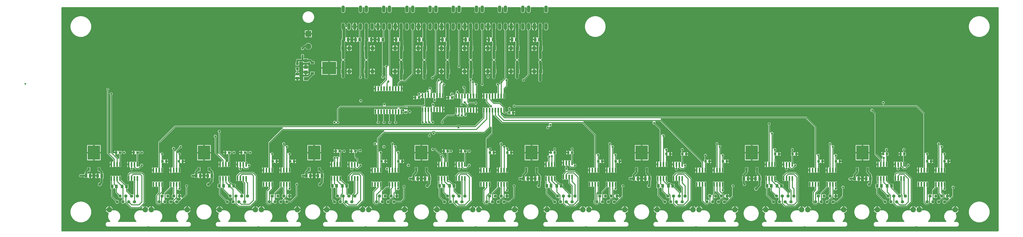
<source format=gbr>
G04 EAGLE Gerber RS-274X export*
G75*
%MOMM*%
%FSLAX34Y34*%
%LPD*%
%INTop Copper*%
%IPPOS*%
%AMOC8*
5,1,8,0,0,1.08239X$1,22.5*%
G01*
G04 Define Apertures*
%ADD10C,1.408000*%
%ADD11C,2.400000*%
%ADD12R,1.100000X1.000000*%
%ADD13C,1.524000*%
%ADD14R,1.200000X0.800000*%
%ADD15R,1.300000X1.500000*%
%ADD16R,1.600000X1.800000*%
%ADD17P,2.74927X8X292.5*%
%ADD18R,2.540000X2.540000*%
%ADD19R,0.660400X2.032000*%
%ADD20R,1.000000X1.100000*%
%ADD21R,5.400000X6.200000*%
%ADD22R,1.000000X1.600000*%
%ADD23R,6.200000X5.400000*%
%ADD24R,1.600000X1.000000*%
%ADD25R,0.950000X0.900000*%
%ADD26R,1.200000X1.200000*%
%ADD27R,1.500000X1.300000*%
%ADD28R,1.800000X1.600000*%
%ADD29C,1.270000*%
%ADD30C,1.006400*%
%ADD31C,0.254000*%
%ADD32C,0.406400*%
%ADD33C,0.812800*%
%ADD34C,0.406400*%
%ADD35C,1.350000*%
%ADD36C,0.304800*%
%ADD37C,0.756400*%
G36*
X4115481Y10401D02*
X4116481Y11087D01*
X4117135Y12109D01*
X4117340Y13208D01*
X4117340Y990092D01*
X4117099Y991281D01*
X4116413Y992281D01*
X4115391Y992935D01*
X4114292Y993140D01*
X2145538Y993140D01*
X2144349Y992899D01*
X2143349Y992213D01*
X2142695Y991191D01*
X2142490Y990092D01*
X2142490Y974862D01*
X2141137Y971594D01*
X2138636Y969093D01*
X2135368Y967740D01*
X2131832Y967740D01*
X2128564Y969093D01*
X2126063Y971594D01*
X2124710Y974862D01*
X2124710Y990092D01*
X2124469Y991281D01*
X2123783Y992281D01*
X2122761Y992935D01*
X2121662Y993140D01*
X2069338Y993140D01*
X2068149Y992899D01*
X2067149Y992213D01*
X2066495Y991191D01*
X2066290Y990092D01*
X2066290Y974862D01*
X2064937Y971594D01*
X2062436Y969093D01*
X2059168Y967740D01*
X2055632Y967740D01*
X2052364Y969093D01*
X2049863Y971594D01*
X2048510Y974862D01*
X2048510Y990092D01*
X2048269Y991281D01*
X2047583Y992281D01*
X2046561Y992935D01*
X2045462Y993140D01*
X2043938Y993140D01*
X2042749Y992899D01*
X2041749Y992213D01*
X2041095Y991191D01*
X2040890Y990092D01*
X2040890Y974862D01*
X2039537Y971594D01*
X2037036Y969093D01*
X2033768Y967740D01*
X2030232Y967740D01*
X2026964Y969093D01*
X2024463Y971594D01*
X2023110Y974862D01*
X2023110Y990092D01*
X2022869Y991281D01*
X2022183Y992281D01*
X2021161Y992935D01*
X2020062Y993140D01*
X1967738Y993140D01*
X1966549Y992899D01*
X1965549Y992213D01*
X1964895Y991191D01*
X1964690Y990092D01*
X1964690Y974862D01*
X1963337Y971594D01*
X1960836Y969093D01*
X1957568Y967740D01*
X1954032Y967740D01*
X1950764Y969093D01*
X1948263Y971594D01*
X1946910Y974862D01*
X1946910Y990092D01*
X1946669Y991281D01*
X1945983Y992281D01*
X1944961Y992935D01*
X1943862Y993140D01*
X1942338Y993140D01*
X1941149Y992899D01*
X1940149Y992213D01*
X1939495Y991191D01*
X1939290Y990092D01*
X1939290Y974862D01*
X1937937Y971594D01*
X1935436Y969093D01*
X1932168Y967740D01*
X1928632Y967740D01*
X1925364Y969093D01*
X1922863Y971594D01*
X1921510Y974862D01*
X1921510Y990092D01*
X1921269Y991281D01*
X1920583Y992281D01*
X1919561Y992935D01*
X1918462Y993140D01*
X1866138Y993140D01*
X1864949Y992899D01*
X1863949Y992213D01*
X1863295Y991191D01*
X1863090Y990092D01*
X1863090Y974862D01*
X1861737Y971594D01*
X1859236Y969093D01*
X1855968Y967740D01*
X1852432Y967740D01*
X1849164Y969093D01*
X1846663Y971594D01*
X1845310Y974862D01*
X1845310Y990092D01*
X1845069Y991281D01*
X1844383Y992281D01*
X1843361Y992935D01*
X1842262Y993140D01*
X1840738Y993140D01*
X1839549Y992899D01*
X1838549Y992213D01*
X1837895Y991191D01*
X1837690Y990092D01*
X1837690Y974862D01*
X1836337Y971594D01*
X1833836Y969093D01*
X1830568Y967740D01*
X1827032Y967740D01*
X1823764Y969093D01*
X1821263Y971594D01*
X1819910Y974862D01*
X1819910Y990092D01*
X1819669Y991281D01*
X1818983Y992281D01*
X1817961Y992935D01*
X1816862Y993140D01*
X1764538Y993140D01*
X1763349Y992899D01*
X1762349Y992213D01*
X1761695Y991191D01*
X1761490Y990092D01*
X1761490Y974862D01*
X1760137Y971594D01*
X1757636Y969093D01*
X1754368Y967740D01*
X1750832Y967740D01*
X1747564Y969093D01*
X1745063Y971594D01*
X1743710Y974862D01*
X1743710Y990092D01*
X1743469Y991281D01*
X1742783Y992281D01*
X1741761Y992935D01*
X1740662Y993140D01*
X1739138Y993140D01*
X1737949Y992899D01*
X1736949Y992213D01*
X1736295Y991191D01*
X1736090Y990092D01*
X1736090Y974862D01*
X1734737Y971594D01*
X1732236Y969093D01*
X1728968Y967740D01*
X1725432Y967740D01*
X1722164Y969093D01*
X1719663Y971594D01*
X1718310Y974862D01*
X1718310Y990092D01*
X1718069Y991281D01*
X1717383Y992281D01*
X1716361Y992935D01*
X1715262Y993140D01*
X1662938Y993140D01*
X1661749Y992899D01*
X1660749Y992213D01*
X1660095Y991191D01*
X1659890Y990092D01*
X1659890Y974862D01*
X1658537Y971594D01*
X1656036Y969093D01*
X1652768Y967740D01*
X1649232Y967740D01*
X1645964Y969093D01*
X1643463Y971594D01*
X1642110Y974862D01*
X1642110Y990092D01*
X1641869Y991281D01*
X1641183Y992281D01*
X1640161Y992935D01*
X1639062Y993140D01*
X1637538Y993140D01*
X1636349Y992899D01*
X1635349Y992213D01*
X1634695Y991191D01*
X1634490Y990092D01*
X1634490Y974862D01*
X1633137Y971594D01*
X1630636Y969093D01*
X1627368Y967740D01*
X1623832Y967740D01*
X1620564Y969093D01*
X1618063Y971594D01*
X1616710Y974862D01*
X1616710Y990092D01*
X1616469Y991281D01*
X1615783Y992281D01*
X1614761Y992935D01*
X1613662Y993140D01*
X1561338Y993140D01*
X1560149Y992899D01*
X1559149Y992213D01*
X1558495Y991191D01*
X1558290Y990092D01*
X1558290Y974862D01*
X1556937Y971594D01*
X1554436Y969093D01*
X1551168Y967740D01*
X1547632Y967740D01*
X1544364Y969093D01*
X1541863Y971594D01*
X1540510Y974862D01*
X1540510Y990092D01*
X1540269Y991281D01*
X1539583Y992281D01*
X1538561Y992935D01*
X1537462Y993140D01*
X1535938Y993140D01*
X1534749Y992899D01*
X1533749Y992213D01*
X1533095Y991191D01*
X1532890Y990092D01*
X1532890Y974862D01*
X1531537Y971594D01*
X1529036Y969093D01*
X1525768Y967740D01*
X1522232Y967740D01*
X1518964Y969093D01*
X1516463Y971594D01*
X1515110Y974862D01*
X1515110Y990092D01*
X1514869Y991281D01*
X1514183Y992281D01*
X1513161Y992935D01*
X1512062Y993140D01*
X1459738Y993140D01*
X1458549Y992899D01*
X1457549Y992213D01*
X1456895Y991191D01*
X1456690Y990092D01*
X1456690Y974862D01*
X1455337Y971594D01*
X1452836Y969093D01*
X1449568Y967740D01*
X1446032Y967740D01*
X1442764Y969093D01*
X1440263Y971594D01*
X1438910Y974862D01*
X1438910Y990092D01*
X1438669Y991281D01*
X1437983Y992281D01*
X1436961Y992935D01*
X1435862Y993140D01*
X1434338Y993140D01*
X1433149Y992899D01*
X1432149Y992213D01*
X1431495Y991191D01*
X1431290Y990092D01*
X1431290Y974862D01*
X1429937Y971594D01*
X1427436Y969093D01*
X1424168Y967740D01*
X1420632Y967740D01*
X1417364Y969093D01*
X1414863Y971594D01*
X1413510Y974862D01*
X1413510Y990092D01*
X1413269Y991281D01*
X1412583Y992281D01*
X1411561Y992935D01*
X1410462Y993140D01*
X1358138Y993140D01*
X1356949Y992899D01*
X1355949Y992213D01*
X1355295Y991191D01*
X1355090Y990092D01*
X1355090Y974862D01*
X1353737Y971594D01*
X1351236Y969093D01*
X1347968Y967740D01*
X1344432Y967740D01*
X1341164Y969093D01*
X1338663Y971594D01*
X1337310Y974862D01*
X1337310Y990092D01*
X1337069Y991281D01*
X1336383Y992281D01*
X1335361Y992935D01*
X1334262Y993140D01*
X1332738Y993140D01*
X1331549Y992899D01*
X1330549Y992213D01*
X1329895Y991191D01*
X1329690Y990092D01*
X1329690Y974862D01*
X1328337Y971594D01*
X1325836Y969093D01*
X1322568Y967740D01*
X1319032Y967740D01*
X1315764Y969093D01*
X1313263Y971594D01*
X1311910Y974862D01*
X1311910Y990092D01*
X1311669Y991281D01*
X1310983Y992281D01*
X1309961Y992935D01*
X1308862Y993140D01*
X1256538Y993140D01*
X1255349Y992899D01*
X1254349Y992213D01*
X1253695Y991191D01*
X1253490Y990092D01*
X1253490Y974862D01*
X1252137Y971594D01*
X1249636Y969093D01*
X1246368Y967740D01*
X1242832Y967740D01*
X1239564Y969093D01*
X1237063Y971594D01*
X1235710Y974862D01*
X1235710Y990092D01*
X1235469Y991281D01*
X1234783Y992281D01*
X1233761Y992935D01*
X1232662Y993140D01*
X13208Y993140D01*
X12019Y992899D01*
X11019Y992213D01*
X10365Y991191D01*
X10160Y990092D01*
X10160Y13208D01*
X10401Y12019D01*
X11087Y11019D01*
X12109Y10365D01*
X13208Y10160D01*
X4114292Y10160D01*
X4115481Y10401D01*
G37*
%LPC*%
G36*
X1090261Y924094D02*
X1089732Y924140D01*
X1088888Y924140D01*
X1086878Y924679D01*
X1086618Y924736D01*
X1083462Y925293D01*
X1079620Y927511D01*
X1076404Y929368D01*
X1076404Y929368D01*
X1075778Y929729D01*
X1073718Y932184D01*
X1073538Y932380D01*
X1072067Y933851D01*
X1071645Y934583D01*
X1071340Y935018D01*
X1070075Y936526D01*
X1069401Y938376D01*
X1069177Y938857D01*
X1068755Y939589D01*
X1068216Y941598D01*
X1068136Y941852D01*
X1067040Y944864D01*
X1067040Y953736D01*
X1068136Y956748D01*
X1068216Y957002D01*
X1068755Y959011D01*
X1069177Y959743D01*
X1069401Y960224D01*
X1070075Y962074D01*
X1071340Y963582D01*
X1071645Y964017D01*
X1072067Y964749D01*
X1073538Y966220D01*
X1073718Y966416D01*
X1075778Y968871D01*
X1076404Y969232D01*
X1076404Y969232D01*
X1079620Y971089D01*
X1083462Y973307D01*
X1086618Y973864D01*
X1086878Y973921D01*
X1088888Y974460D01*
X1089732Y974460D01*
X1090261Y974506D01*
X1092200Y974848D01*
X1094139Y974506D01*
X1094668Y974460D01*
X1095512Y974460D01*
X1097522Y973921D01*
X1097782Y973864D01*
X1100938Y973307D01*
X1104780Y971089D01*
X1107996Y969232D01*
X1107996Y969232D01*
X1108622Y968871D01*
X1110682Y966416D01*
X1110862Y966220D01*
X1112333Y964749D01*
X1112755Y964017D01*
X1113060Y963582D01*
X1114325Y962074D01*
X1114999Y960224D01*
X1115223Y959743D01*
X1115645Y959011D01*
X1116184Y957002D01*
X1116264Y956748D01*
X1117360Y953736D01*
X1117360Y944864D01*
X1116264Y941852D01*
X1116184Y941598D01*
X1115645Y939589D01*
X1115223Y938857D01*
X1114999Y938376D01*
X1114325Y936526D01*
X1113060Y935018D01*
X1112755Y934583D01*
X1112333Y933851D01*
X1110862Y932380D01*
X1110682Y932184D01*
X1108622Y929729D01*
X1107996Y929368D01*
X1107996Y929368D01*
X1104780Y927511D01*
X1100938Y925293D01*
X1097782Y924736D01*
X1097522Y924679D01*
X1095512Y924140D01*
X1094668Y924140D01*
X1094139Y924094D01*
X1092200Y923752D01*
X1090261Y924094D01*
G37*
G36*
X92241Y862934D02*
X91807Y862965D01*
X89314Y862965D01*
X86351Y863759D01*
X85996Y863832D01*
X82418Y864346D01*
X80177Y865370D01*
X79699Y865541D01*
X77848Y866037D01*
X74693Y867859D01*
X74435Y867992D01*
X70625Y869732D01*
X69199Y870967D01*
X68727Y871303D01*
X67567Y871973D01*
X64586Y874955D01*
X64426Y875103D01*
X60827Y878222D01*
X60120Y879322D01*
X59711Y879829D01*
X59173Y880367D01*
X56778Y884515D01*
X56703Y884639D01*
X53817Y889129D01*
X53613Y889826D01*
X53328Y890492D01*
X53237Y890648D01*
X51849Y895828D01*
X51830Y895898D01*
X50165Y901568D01*
X50165Y914532D01*
X51830Y920202D01*
X51849Y920272D01*
X53237Y925452D01*
X53328Y925608D01*
X53613Y926274D01*
X53817Y926972D01*
X56703Y931461D01*
X56778Y931585D01*
X59173Y935733D01*
X59711Y936271D01*
X60120Y936778D01*
X60827Y937878D01*
X64426Y940997D01*
X64586Y941145D01*
X67567Y944127D01*
X68727Y944797D01*
X69199Y945133D01*
X70625Y946368D01*
X74435Y948108D01*
X74693Y948241D01*
X77848Y950063D01*
X79699Y950559D01*
X80177Y950730D01*
X82418Y951754D01*
X85996Y952268D01*
X86351Y952341D01*
X89314Y953135D01*
X91807Y953135D01*
X92241Y953166D01*
X95250Y953599D01*
X98259Y953166D01*
X98693Y953135D01*
X101186Y953135D01*
X104149Y952341D01*
X104504Y952268D01*
X108083Y951754D01*
X110323Y950730D01*
X110801Y950559D01*
X112652Y950063D01*
X115807Y948241D01*
X116065Y948108D01*
X119875Y946368D01*
X121301Y945133D01*
X121773Y944797D01*
X122933Y944127D01*
X125914Y941145D01*
X126074Y940997D01*
X129673Y937878D01*
X130380Y936778D01*
X130789Y936271D01*
X131327Y935733D01*
X133722Y931585D01*
X133797Y931461D01*
X136683Y926972D01*
X136887Y926274D01*
X137172Y925608D01*
X137263Y925452D01*
X138651Y920272D01*
X138670Y920202D01*
X140335Y914532D01*
X140335Y901568D01*
X138670Y895898D01*
X138651Y895828D01*
X137263Y890648D01*
X137172Y890492D01*
X136887Y889826D01*
X136683Y889129D01*
X133797Y884639D01*
X133722Y884515D01*
X131327Y880367D01*
X130789Y879829D01*
X130380Y879322D01*
X129673Y878222D01*
X126074Y875103D01*
X125914Y874955D01*
X122933Y871973D01*
X121773Y871303D01*
X121301Y870967D01*
X119875Y869732D01*
X116065Y867992D01*
X115807Y867859D01*
X112652Y866037D01*
X110801Y865541D01*
X110323Y865370D01*
X108083Y864346D01*
X104504Y863832D01*
X104149Y863759D01*
X101186Y862965D01*
X98693Y862965D01*
X98259Y862934D01*
X95250Y862501D01*
X92241Y862934D01*
G37*
G36*
X2346491Y862934D02*
X2346057Y862965D01*
X2343564Y862965D01*
X2340601Y863759D01*
X2340246Y863832D01*
X2336668Y864346D01*
X2334427Y865370D01*
X2333949Y865541D01*
X2332098Y866037D01*
X2328943Y867859D01*
X2328685Y867992D01*
X2324875Y869732D01*
X2323449Y870967D01*
X2322977Y871303D01*
X2321817Y871973D01*
X2318836Y874955D01*
X2318676Y875103D01*
X2315077Y878222D01*
X2314370Y879322D01*
X2313961Y879829D01*
X2313423Y880367D01*
X2311028Y884515D01*
X2310953Y884639D01*
X2308067Y889129D01*
X2307863Y889826D01*
X2307578Y890492D01*
X2307487Y890648D01*
X2306099Y895828D01*
X2306080Y895898D01*
X2304415Y901568D01*
X2304415Y914532D01*
X2306080Y920202D01*
X2306099Y920272D01*
X2307487Y925452D01*
X2307578Y925608D01*
X2307863Y926274D01*
X2308067Y926972D01*
X2310953Y931461D01*
X2311028Y931585D01*
X2313423Y935733D01*
X2313961Y936271D01*
X2314370Y936778D01*
X2315077Y937878D01*
X2318676Y940997D01*
X2318836Y941145D01*
X2321817Y944127D01*
X2322977Y944797D01*
X2323449Y945133D01*
X2324875Y946368D01*
X2328685Y948108D01*
X2328943Y948241D01*
X2332098Y950063D01*
X2333949Y950559D01*
X2334427Y950730D01*
X2336668Y951754D01*
X2340246Y952268D01*
X2340601Y952341D01*
X2343564Y953135D01*
X2346057Y953135D01*
X2346491Y953166D01*
X2349500Y953599D01*
X2352509Y953166D01*
X2352943Y953135D01*
X2355436Y953135D01*
X2358399Y952341D01*
X2358754Y952268D01*
X2362333Y951754D01*
X2364573Y950730D01*
X2365051Y950559D01*
X2366902Y950063D01*
X2370057Y948241D01*
X2370315Y948108D01*
X2374125Y946368D01*
X2375551Y945133D01*
X2376023Y944797D01*
X2377183Y944127D01*
X2380164Y941145D01*
X2380324Y940997D01*
X2383923Y937878D01*
X2384630Y936778D01*
X2385039Y936271D01*
X2385577Y935733D01*
X2387972Y931585D01*
X2388047Y931461D01*
X2390933Y926972D01*
X2391137Y926274D01*
X2391422Y925608D01*
X2391513Y925452D01*
X2392901Y920272D01*
X2392920Y920202D01*
X2394585Y914532D01*
X2394585Y901568D01*
X2392920Y895898D01*
X2392901Y895828D01*
X2391513Y890648D01*
X2391422Y890492D01*
X2391137Y889826D01*
X2390933Y889129D01*
X2388047Y884639D01*
X2387972Y884515D01*
X2385577Y880367D01*
X2385039Y879829D01*
X2384630Y879322D01*
X2383923Y878222D01*
X2380324Y875103D01*
X2380164Y874955D01*
X2377183Y871973D01*
X2376023Y871303D01*
X2375551Y870967D01*
X2374125Y869732D01*
X2370315Y867992D01*
X2370057Y867859D01*
X2366902Y866037D01*
X2365051Y865541D01*
X2364573Y865370D01*
X2362333Y864346D01*
X2358754Y863832D01*
X2358399Y863759D01*
X2355436Y862965D01*
X2352943Y862965D01*
X2352509Y862934D01*
X2349500Y862501D01*
X2346491Y862934D01*
G37*
G36*
X4029241Y862934D02*
X4028807Y862965D01*
X4026314Y862965D01*
X4023351Y863759D01*
X4022996Y863832D01*
X4019418Y864346D01*
X4017177Y865370D01*
X4016699Y865541D01*
X4014848Y866037D01*
X4011693Y867859D01*
X4011435Y867992D01*
X4007625Y869732D01*
X4006199Y870967D01*
X4005727Y871303D01*
X4004567Y871973D01*
X4001586Y874955D01*
X4001426Y875103D01*
X3997827Y878222D01*
X3997120Y879322D01*
X3996711Y879829D01*
X3996173Y880367D01*
X3993778Y884515D01*
X3993703Y884639D01*
X3990817Y889129D01*
X3990613Y889826D01*
X3990328Y890492D01*
X3990237Y890648D01*
X3988849Y895828D01*
X3988830Y895898D01*
X3987165Y901568D01*
X3987165Y914532D01*
X3988830Y920202D01*
X3988849Y920272D01*
X3990237Y925452D01*
X3990328Y925608D01*
X3990613Y926274D01*
X3990817Y926972D01*
X3993703Y931461D01*
X3993778Y931585D01*
X3996173Y935733D01*
X3996711Y936271D01*
X3997120Y936778D01*
X3997827Y937878D01*
X4001426Y940997D01*
X4001586Y941145D01*
X4004567Y944127D01*
X4005727Y944797D01*
X4006199Y945133D01*
X4007625Y946368D01*
X4011435Y948108D01*
X4011693Y948241D01*
X4014848Y950063D01*
X4016699Y950559D01*
X4017177Y950730D01*
X4019418Y951754D01*
X4022996Y952268D01*
X4023351Y952341D01*
X4026314Y953135D01*
X4028807Y953135D01*
X4029241Y953166D01*
X4032250Y953599D01*
X4035259Y953166D01*
X4035693Y953135D01*
X4038186Y953135D01*
X4041149Y952341D01*
X4041504Y952268D01*
X4045083Y951754D01*
X4047323Y950730D01*
X4047801Y950559D01*
X4049652Y950063D01*
X4052807Y948241D01*
X4053065Y948108D01*
X4056875Y946368D01*
X4058301Y945133D01*
X4058773Y944797D01*
X4059933Y944127D01*
X4062914Y941145D01*
X4063074Y940997D01*
X4066673Y937878D01*
X4067380Y936778D01*
X4067789Y936271D01*
X4068327Y935733D01*
X4070722Y931585D01*
X4070797Y931461D01*
X4073683Y926972D01*
X4073887Y926274D01*
X4074172Y925608D01*
X4074263Y925452D01*
X4075651Y920272D01*
X4075670Y920202D01*
X4077335Y914532D01*
X4077335Y901568D01*
X4075670Y895898D01*
X4075651Y895828D01*
X4074263Y890648D01*
X4074172Y890492D01*
X4073887Y889826D01*
X4073683Y889129D01*
X4070797Y884639D01*
X4070722Y884515D01*
X4068327Y880367D01*
X4067789Y879829D01*
X4067380Y879322D01*
X4066673Y878222D01*
X4063074Y875103D01*
X4062914Y874955D01*
X4059933Y871973D01*
X4058773Y871303D01*
X4058301Y870967D01*
X4056875Y869732D01*
X4053065Y867992D01*
X4052807Y867859D01*
X4049652Y866037D01*
X4047801Y865541D01*
X4047323Y865370D01*
X4045083Y864346D01*
X4041504Y863832D01*
X4041149Y863759D01*
X4038186Y862965D01*
X4035693Y862965D01*
X4035259Y862934D01*
X4032250Y862501D01*
X4029241Y862934D01*
G37*
G36*
X1285240Y911098D02*
X1285240Y917691D01*
X1286787Y921425D01*
X1289645Y924283D01*
X1292352Y925405D01*
X1292352Y911098D01*
X1285240Y911098D01*
G37*
G36*
X1298448Y911098D02*
X1298448Y925405D01*
X1301155Y924283D01*
X1304013Y921425D01*
X1305560Y917691D01*
X1305560Y911098D01*
X1298448Y911098D01*
G37*
G36*
X1386840Y911098D02*
X1386840Y917691D01*
X1388387Y921425D01*
X1391245Y924283D01*
X1393952Y925405D01*
X1393952Y911098D01*
X1386840Y911098D01*
G37*
G36*
X1400048Y911098D02*
X1400048Y925405D01*
X1402755Y924283D01*
X1405613Y921425D01*
X1407160Y917691D01*
X1407160Y911098D01*
X1400048Y911098D01*
G37*
G36*
X1463040Y911098D02*
X1463040Y917691D01*
X1464587Y921425D01*
X1467445Y924283D01*
X1470152Y925405D01*
X1470152Y911098D01*
X1463040Y911098D01*
G37*
G36*
X1476248Y911098D02*
X1476248Y925405D01*
X1478955Y924283D01*
X1481813Y921425D01*
X1483360Y917691D01*
X1483360Y911098D01*
X1476248Y911098D01*
G37*
G36*
X1564640Y911098D02*
X1564640Y917691D01*
X1566187Y921425D01*
X1569045Y924283D01*
X1571752Y925405D01*
X1571752Y911098D01*
X1564640Y911098D01*
G37*
G36*
X1577848Y911098D02*
X1577848Y925405D01*
X1580555Y924283D01*
X1583413Y921425D01*
X1584960Y917691D01*
X1584960Y911098D01*
X1577848Y911098D01*
G37*
G36*
X1666240Y911098D02*
X1666240Y917691D01*
X1667787Y921425D01*
X1670645Y924283D01*
X1673352Y925405D01*
X1673352Y911098D01*
X1666240Y911098D01*
G37*
G36*
X1679448Y911098D02*
X1679448Y925405D01*
X1682155Y924283D01*
X1685013Y921425D01*
X1686560Y917691D01*
X1686560Y911098D01*
X1679448Y911098D01*
G37*
G36*
X1767840Y911098D02*
X1767840Y917691D01*
X1769387Y921425D01*
X1772245Y924283D01*
X1774952Y925405D01*
X1774952Y911098D01*
X1767840Y911098D01*
G37*
G36*
X1781048Y911098D02*
X1781048Y925405D01*
X1783755Y924283D01*
X1786613Y921425D01*
X1788160Y917691D01*
X1788160Y911098D01*
X1781048Y911098D01*
G37*
G36*
X1869440Y911098D02*
X1869440Y917691D01*
X1870987Y921425D01*
X1873845Y924283D01*
X1876552Y925405D01*
X1876552Y911098D01*
X1869440Y911098D01*
G37*
G36*
X1882648Y911098D02*
X1882648Y925405D01*
X1885355Y924283D01*
X1888213Y921425D01*
X1889760Y917691D01*
X1889760Y911098D01*
X1882648Y911098D01*
G37*
G36*
X1971040Y911098D02*
X1971040Y917691D01*
X1972587Y921425D01*
X1975445Y924283D01*
X1978152Y925405D01*
X1978152Y911098D01*
X1971040Y911098D01*
G37*
G36*
X1984248Y911098D02*
X1984248Y925405D01*
X1986955Y924283D01*
X1989813Y921425D01*
X1991360Y917691D01*
X1991360Y911098D01*
X1984248Y911098D01*
G37*
G36*
X2072640Y911098D02*
X2072640Y917691D01*
X2074187Y921425D01*
X2077045Y924283D01*
X2079752Y925405D01*
X2079752Y911098D01*
X2072640Y911098D01*
G37*
G36*
X2085848Y911098D02*
X2085848Y925405D01*
X2088555Y924283D01*
X2091413Y921425D01*
X2092960Y917691D01*
X2092960Y911098D01*
X2085848Y911098D01*
G37*
G36*
X2033286Y666798D02*
X2030970Y667757D01*
X2029197Y669530D01*
X2028238Y671846D01*
X2028238Y674354D01*
X2029197Y676670D01*
X2030970Y678443D01*
X2033286Y679402D01*
X2034910Y679402D01*
X2036099Y679643D01*
X2037065Y680295D01*
X2053205Y696435D01*
X2053875Y697446D01*
X2054098Y698590D01*
X2054098Y890139D01*
X2053857Y891327D01*
X2053171Y892328D01*
X2052469Y892789D01*
X2049863Y895394D01*
X2048510Y898662D01*
X2048510Y917438D01*
X2049863Y920706D01*
X2052364Y923207D01*
X2055632Y924560D01*
X2059168Y924560D01*
X2062436Y923207D01*
X2064937Y920706D01*
X2066290Y917438D01*
X2066290Y898662D01*
X2064937Y895394D01*
X2062318Y892776D01*
X2061578Y892277D01*
X2060916Y891260D01*
X2060702Y890139D01*
X2060702Y695303D01*
X2060199Y694090D01*
X2041735Y675625D01*
X2041065Y674614D01*
X2040842Y673470D01*
X2040842Y671846D01*
X2039883Y669530D01*
X2038110Y667757D01*
X2035794Y666798D01*
X2033286Y666798D01*
G37*
G36*
X2030232Y891540D02*
X2026964Y892893D01*
X2024463Y895394D01*
X2023110Y898662D01*
X2023110Y917438D01*
X2024463Y920706D01*
X2026964Y923207D01*
X2030232Y924560D01*
X2033768Y924560D01*
X2037036Y923207D01*
X2039537Y920706D01*
X2040890Y917438D01*
X2040890Y898662D01*
X2039537Y895394D01*
X2037036Y892893D01*
X2033768Y891540D01*
X2030232Y891540D01*
G37*
G36*
X1344684Y678180D02*
X1341884Y679340D01*
X1339740Y681484D01*
X1338580Y684284D01*
X1338580Y697882D01*
X1338339Y699071D01*
X1337653Y700071D01*
X1336631Y700725D01*
X1336567Y700737D01*
X1335630Y701674D01*
X1335630Y720726D01*
X1336588Y721685D01*
X1336721Y721711D01*
X1337721Y722397D01*
X1338375Y723419D01*
X1338580Y724518D01*
X1338580Y754516D01*
X1338698Y754801D01*
X1338930Y755967D01*
X1338930Y757526D01*
X1339736Y758332D01*
X1340620Y758511D01*
X1341586Y759163D01*
X1342240Y759816D01*
X1342442Y759953D01*
X1343104Y760969D01*
X1343317Y762164D01*
X1343047Y763346D01*
X1342157Y764484D01*
X1341407Y765075D01*
X1340324Y765622D01*
X1339698Y765706D01*
X1338930Y766474D01*
X1338930Y767592D01*
X1338826Y767992D01*
X1338882Y767998D01*
X1337506Y779639D01*
X1337295Y780448D01*
X1337280Y780484D01*
X1337280Y781372D01*
X1337259Y781730D01*
X1337155Y782611D01*
X1337165Y782649D01*
X1337280Y783477D01*
X1337280Y800361D01*
X1337039Y801550D01*
X1336387Y802517D01*
X1335630Y803274D01*
X1335630Y822326D01*
X1336387Y823083D01*
X1337057Y824095D01*
X1337280Y825239D01*
X1337280Y847916D01*
X1338414Y850653D01*
X1338646Y851844D01*
X1338580Y852167D01*
X1338580Y894989D01*
X1338348Y896156D01*
X1337310Y898662D01*
X1337310Y917438D01*
X1338663Y920706D01*
X1341164Y923207D01*
X1344432Y924560D01*
X1347968Y924560D01*
X1351236Y923207D01*
X1353737Y920706D01*
X1355090Y917438D01*
X1355090Y898662D01*
X1354052Y896156D01*
X1353820Y894989D01*
X1353820Y862718D01*
X1354061Y861529D01*
X1354747Y860529D01*
X1355769Y859875D01*
X1356664Y859708D01*
X1356858Y859579D01*
X1358051Y859357D01*
X1359235Y859617D01*
X1360157Y860249D01*
X1360848Y860940D01*
X1365352Y860940D01*
X1365352Y840860D01*
X1360848Y840860D01*
X1360157Y841551D01*
X1359146Y842221D01*
X1357953Y842443D01*
X1356769Y842183D01*
X1356692Y842130D01*
X1355568Y842130D01*
X1354379Y841889D01*
X1353379Y841203D01*
X1352725Y840181D01*
X1352520Y839082D01*
X1352520Y825239D01*
X1352761Y824050D01*
X1353413Y823083D01*
X1354170Y822326D01*
X1354170Y803274D01*
X1353413Y802517D01*
X1352743Y801505D01*
X1352520Y800361D01*
X1352520Y782628D01*
X1352541Y782270D01*
X1353196Y776726D01*
X1353470Y775894D01*
X1353470Y774590D01*
X1353491Y774232D01*
X1353945Y770389D01*
X1353585Y769111D01*
X1353470Y768283D01*
X1353470Y766474D01*
X1352566Y765570D01*
X1351692Y765342D01*
X1350638Y764752D01*
X1349719Y763960D01*
X1349181Y762873D01*
X1349109Y761662D01*
X1349516Y760519D01*
X1350091Y759892D01*
X1350088Y759889D01*
X1350172Y759804D01*
X1350336Y759625D01*
X1350370Y759607D01*
X1350814Y759163D01*
X1351825Y758493D01*
X1352667Y758329D01*
X1353470Y757526D01*
X1353470Y755967D01*
X1353702Y754801D01*
X1353820Y754516D01*
X1353820Y722339D01*
X1354061Y721150D01*
X1354170Y720989D01*
X1354170Y701397D01*
X1354043Y701205D01*
X1353820Y700061D01*
X1353820Y684284D01*
X1352660Y681484D01*
X1350516Y679340D01*
X1347716Y678180D01*
X1344684Y678180D01*
G37*
G36*
X1417336Y680768D02*
X1415020Y681727D01*
X1413247Y683500D01*
X1412288Y685816D01*
X1412288Y688324D01*
X1413247Y690640D01*
X1414395Y691788D01*
X1415065Y692799D01*
X1415288Y693943D01*
X1415288Y839082D01*
X1415047Y840271D01*
X1414361Y841271D01*
X1413339Y841925D01*
X1412240Y842130D01*
X1411879Y842130D01*
X1411742Y842221D01*
X1410549Y842443D01*
X1409365Y842183D01*
X1408443Y841551D01*
X1407752Y840860D01*
X1403248Y840860D01*
X1403248Y860940D01*
X1407752Y860940D01*
X1408443Y860249D01*
X1409454Y859579D01*
X1410647Y859357D01*
X1411831Y859617D01*
X1411908Y859670D01*
X1416050Y859670D01*
X1417239Y859911D01*
X1418239Y860597D01*
X1418893Y861619D01*
X1419098Y862718D01*
X1419098Y890139D01*
X1418857Y891327D01*
X1418171Y892328D01*
X1417469Y892789D01*
X1414863Y895394D01*
X1413510Y898662D01*
X1413510Y917438D01*
X1414863Y920706D01*
X1417364Y923207D01*
X1420632Y924560D01*
X1424168Y924560D01*
X1427436Y923207D01*
X1429937Y920706D01*
X1431290Y917438D01*
X1431290Y898662D01*
X1429937Y895394D01*
X1427318Y892776D01*
X1426578Y892277D01*
X1425916Y891260D01*
X1425702Y890139D01*
X1425702Y861457D01*
X1425943Y860268D01*
X1426595Y859301D01*
X1426970Y858926D01*
X1426970Y842874D01*
X1426226Y842130D01*
X1424940Y842130D01*
X1423751Y841889D01*
X1422751Y841203D01*
X1422097Y840181D01*
X1421892Y839082D01*
X1421892Y735760D01*
X1422133Y734572D01*
X1422819Y733571D01*
X1423841Y732917D01*
X1424556Y732796D01*
X1423684Y732597D01*
X1422701Y731887D01*
X1422071Y730850D01*
X1421892Y729820D01*
X1421892Y693943D01*
X1422133Y692754D01*
X1422785Y691788D01*
X1423933Y690640D01*
X1424664Y688874D01*
X1425342Y687868D01*
X1426359Y687206D01*
X1427087Y687076D01*
X1426202Y686867D01*
X1425224Y686149D01*
X1424664Y685266D01*
X1423933Y683500D01*
X1422160Y681727D01*
X1419844Y680768D01*
X1417336Y680768D01*
G37*
G36*
X1598684Y675640D02*
X1595884Y676800D01*
X1593740Y678944D01*
X1592580Y681744D01*
X1592580Y700061D01*
X1592339Y701250D01*
X1592230Y701411D01*
X1592230Y721003D01*
X1592357Y721195D01*
X1592580Y722339D01*
X1592580Y742216D01*
X1593158Y743610D01*
X1593373Y745097D01*
X1593139Y747306D01*
X1592930Y747969D01*
X1592930Y749126D01*
X1592913Y749447D01*
X1592463Y753706D01*
X1592805Y754864D01*
X1592930Y755728D01*
X1592930Y757526D01*
X1593793Y758389D01*
X1594396Y758511D01*
X1594674Y758721D01*
X1594696Y758681D01*
X1595716Y759236D01*
X1596645Y760016D01*
X1597197Y761096D01*
X1597283Y762306D01*
X1596890Y763454D01*
X1596307Y764106D01*
X1596312Y764111D01*
X1596210Y764213D01*
X1596081Y764358D01*
X1596046Y764378D01*
X1595586Y764837D01*
X1594575Y765507D01*
X1593733Y765671D01*
X1592930Y766474D01*
X1592930Y768033D01*
X1592698Y769199D01*
X1592580Y769484D01*
X1592580Y801661D01*
X1592339Y802850D01*
X1592230Y803011D01*
X1592230Y822326D01*
X1592987Y823083D01*
X1593657Y824095D01*
X1593880Y825239D01*
X1593880Y839082D01*
X1593639Y840271D01*
X1592953Y841271D01*
X1591931Y841925D01*
X1590832Y842130D01*
X1589679Y842130D01*
X1589542Y842221D01*
X1588349Y842443D01*
X1587165Y842183D01*
X1586243Y841551D01*
X1585552Y840860D01*
X1581048Y840860D01*
X1581048Y860940D01*
X1585552Y860940D01*
X1586243Y860249D01*
X1587254Y859579D01*
X1588447Y859357D01*
X1589631Y859617D01*
X1589782Y859721D01*
X1590721Y859911D01*
X1591721Y860597D01*
X1592375Y861619D01*
X1592580Y862718D01*
X1592580Y894989D01*
X1592348Y896156D01*
X1591310Y898662D01*
X1591310Y917438D01*
X1592663Y920706D01*
X1595164Y923207D01*
X1598432Y924560D01*
X1601968Y924560D01*
X1605236Y923207D01*
X1607737Y920706D01*
X1609090Y917438D01*
X1609090Y898662D01*
X1608052Y896156D01*
X1607820Y894989D01*
X1607820Y852132D01*
X1607754Y851795D01*
X1607986Y850653D01*
X1609120Y847916D01*
X1609120Y825239D01*
X1609361Y824050D01*
X1610013Y823083D01*
X1610770Y822326D01*
X1610770Y803274D01*
X1609812Y802315D01*
X1609679Y802289D01*
X1608679Y801603D01*
X1608025Y800581D01*
X1607820Y799482D01*
X1607820Y769484D01*
X1607702Y769199D01*
X1607470Y768033D01*
X1607470Y766474D01*
X1606664Y765668D01*
X1605780Y765489D01*
X1604814Y764837D01*
X1604150Y764174D01*
X1603970Y764052D01*
X1603308Y763036D01*
X1603095Y761841D01*
X1603365Y760659D01*
X1604226Y759545D01*
X1604963Y758948D01*
X1606039Y758388D01*
X1606701Y758295D01*
X1607470Y757526D01*
X1607470Y756356D01*
X1607582Y755914D01*
X1607555Y755911D01*
X1608916Y743036D01*
X1609120Y742232D01*
X1609120Y741262D01*
X1609137Y740942D01*
X1609239Y739977D01*
X1609120Y739156D01*
X1609120Y723639D01*
X1609361Y722450D01*
X1610013Y721483D01*
X1610770Y720726D01*
X1610770Y701674D01*
X1609812Y700715D01*
X1609679Y700689D01*
X1608679Y700003D01*
X1608025Y698981D01*
X1607820Y697882D01*
X1607820Y681744D01*
X1606660Y678944D01*
X1604516Y676800D01*
X1601716Y675640D01*
X1598684Y675640D01*
G37*
G36*
X1914398Y590804D02*
X1914398Y616204D01*
X1915785Y616204D01*
X1916556Y615693D01*
X1917749Y615471D01*
X1918933Y615731D01*
X1919923Y616433D01*
X1920560Y617465D01*
X1920748Y618519D01*
X1920748Y645508D01*
X1920507Y646697D01*
X1919821Y647697D01*
X1918866Y648324D01*
X1917940Y648707D01*
X1916167Y650480D01*
X1915208Y652796D01*
X1915208Y655304D01*
X1916167Y657620D01*
X1917940Y659393D01*
X1920256Y660352D01*
X1922764Y660352D01*
X1925080Y659393D01*
X1926853Y657620D01*
X1927584Y655854D01*
X1928262Y654848D01*
X1929279Y654186D01*
X1930473Y653973D01*
X1931656Y654243D01*
X1932639Y654953D01*
X1933269Y655990D01*
X1933448Y657020D01*
X1933448Y658607D01*
X1933207Y659796D01*
X1932741Y660487D01*
X1931718Y662956D01*
X1931718Y665464D01*
X1932677Y667780D01*
X1934450Y669553D01*
X1936766Y670512D01*
X1938390Y670512D01*
X1939579Y670753D01*
X1940545Y671405D01*
X1951605Y682465D01*
X1952275Y683476D01*
X1952498Y684620D01*
X1952498Y890139D01*
X1952257Y891327D01*
X1951571Y892328D01*
X1950869Y892789D01*
X1948263Y895394D01*
X1946910Y898662D01*
X1946910Y917438D01*
X1948263Y920706D01*
X1950764Y923207D01*
X1954032Y924560D01*
X1957568Y924560D01*
X1960836Y923207D01*
X1963337Y920706D01*
X1964690Y917438D01*
X1964690Y898662D01*
X1963337Y895394D01*
X1960718Y892776D01*
X1959978Y892277D01*
X1959316Y891260D01*
X1959102Y890139D01*
X1959102Y682450D01*
X1959343Y681261D01*
X1960029Y680261D01*
X1961051Y679607D01*
X1962120Y679408D01*
X1964450Y678443D01*
X1966223Y676670D01*
X1967182Y674354D01*
X1967182Y671846D01*
X1966223Y669530D01*
X1965075Y668382D01*
X1964405Y667371D01*
X1964182Y666227D01*
X1964182Y647043D01*
X1963679Y645830D01*
X1953645Y635795D01*
X1952975Y634784D01*
X1952752Y633640D01*
X1952752Y616723D01*
X1952993Y615534D01*
X1953645Y614567D01*
X1954022Y614190D01*
X1954022Y592818D01*
X1953278Y592074D01*
X1945622Y592074D01*
X1945255Y592441D01*
X1944244Y593111D01*
X1943051Y593333D01*
X1941867Y593073D01*
X1940945Y592441D01*
X1940578Y592074D01*
X1932922Y592074D01*
X1932555Y592441D01*
X1931544Y593111D01*
X1930351Y593333D01*
X1929167Y593073D01*
X1928245Y592441D01*
X1927878Y592074D01*
X1919951Y592074D01*
X1919742Y592213D01*
X1918549Y592435D01*
X1917365Y592175D01*
X1916443Y591543D01*
X1915704Y590804D01*
X1914398Y590804D01*
G37*
G36*
X1522232Y891540D02*
X1518964Y892893D01*
X1516463Y895394D01*
X1515110Y898662D01*
X1515110Y917438D01*
X1516463Y920706D01*
X1518964Y923207D01*
X1522232Y924560D01*
X1525768Y924560D01*
X1529036Y923207D01*
X1531537Y920706D01*
X1532890Y917438D01*
X1532890Y898662D01*
X1531537Y895394D01*
X1529036Y892893D01*
X1525768Y891540D01*
X1522232Y891540D01*
G37*
G36*
X1700284Y675640D02*
X1697484Y676800D01*
X1695340Y678944D01*
X1694180Y681744D01*
X1694180Y700061D01*
X1693939Y701250D01*
X1693830Y701411D01*
X1693830Y721003D01*
X1693957Y721195D01*
X1694180Y722339D01*
X1694180Y742216D01*
X1694758Y743610D01*
X1694973Y745097D01*
X1694739Y747306D01*
X1694530Y747969D01*
X1694530Y749126D01*
X1694513Y749447D01*
X1694063Y753706D01*
X1694405Y754864D01*
X1694530Y755728D01*
X1694530Y757526D01*
X1695393Y758389D01*
X1695996Y758511D01*
X1696274Y758721D01*
X1696296Y758681D01*
X1697316Y759236D01*
X1698245Y760016D01*
X1698797Y761096D01*
X1698883Y762306D01*
X1698490Y763454D01*
X1697907Y764106D01*
X1697912Y764111D01*
X1697810Y764213D01*
X1697681Y764358D01*
X1697646Y764378D01*
X1697186Y764837D01*
X1696175Y765507D01*
X1695333Y765671D01*
X1694530Y766474D01*
X1694530Y768033D01*
X1694298Y769199D01*
X1694180Y769484D01*
X1694180Y801661D01*
X1693939Y802850D01*
X1693830Y803011D01*
X1693830Y822326D01*
X1694587Y823083D01*
X1695257Y824095D01*
X1695480Y825239D01*
X1695480Y839082D01*
X1695239Y840271D01*
X1694553Y841271D01*
X1693531Y841925D01*
X1692432Y842130D01*
X1691279Y842130D01*
X1691142Y842221D01*
X1689949Y842443D01*
X1688765Y842183D01*
X1687843Y841551D01*
X1687152Y840860D01*
X1682648Y840860D01*
X1682648Y860940D01*
X1687152Y860940D01*
X1687843Y860249D01*
X1688854Y859579D01*
X1690047Y859357D01*
X1691231Y859617D01*
X1691382Y859721D01*
X1692321Y859911D01*
X1693321Y860597D01*
X1693975Y861619D01*
X1694180Y862718D01*
X1694180Y894989D01*
X1693948Y896156D01*
X1692910Y898662D01*
X1692910Y917438D01*
X1694263Y920706D01*
X1696764Y923207D01*
X1700032Y924560D01*
X1703568Y924560D01*
X1706836Y923207D01*
X1709337Y920706D01*
X1710690Y917438D01*
X1710690Y898662D01*
X1709652Y896156D01*
X1709420Y894989D01*
X1709420Y852132D01*
X1709354Y851795D01*
X1709586Y850653D01*
X1710720Y847916D01*
X1710720Y825239D01*
X1710961Y824050D01*
X1711613Y823083D01*
X1712370Y822326D01*
X1712370Y803274D01*
X1711412Y802315D01*
X1711279Y802289D01*
X1710279Y801603D01*
X1709625Y800581D01*
X1709420Y799482D01*
X1709420Y769484D01*
X1709302Y769199D01*
X1709070Y768033D01*
X1709070Y766474D01*
X1708264Y765668D01*
X1707380Y765489D01*
X1706414Y764837D01*
X1705750Y764174D01*
X1705570Y764052D01*
X1704908Y763036D01*
X1704695Y761841D01*
X1704965Y760659D01*
X1705826Y759545D01*
X1706563Y758948D01*
X1707639Y758388D01*
X1708301Y758295D01*
X1709070Y757526D01*
X1709070Y756356D01*
X1709182Y755914D01*
X1709155Y755911D01*
X1710516Y743036D01*
X1710720Y742232D01*
X1710720Y741262D01*
X1710737Y740942D01*
X1710839Y739977D01*
X1710720Y739156D01*
X1710720Y723639D01*
X1710961Y722450D01*
X1711613Y721483D01*
X1712370Y720726D01*
X1712370Y701674D01*
X1711412Y700715D01*
X1711279Y700689D01*
X1710279Y700003D01*
X1709625Y698981D01*
X1709420Y697882D01*
X1709420Y681744D01*
X1708260Y678944D01*
X1706116Y676800D01*
X1703316Y675640D01*
X1700284Y675640D01*
G37*
G36*
X2005084Y678180D02*
X2002284Y679340D01*
X2000140Y681484D01*
X1998980Y684284D01*
X1998980Y700061D01*
X1998739Y701250D01*
X1998630Y701411D01*
X1998630Y721003D01*
X1998757Y721195D01*
X1998980Y722339D01*
X1998980Y742216D01*
X1999558Y743610D01*
X1999773Y745097D01*
X1999539Y747306D01*
X1999330Y747969D01*
X1999330Y749126D01*
X1999313Y749447D01*
X1998863Y753706D01*
X1999205Y754864D01*
X1999330Y755728D01*
X1999330Y757526D01*
X2000193Y758389D01*
X2000796Y758511D01*
X2001074Y758721D01*
X2001096Y758681D01*
X2002116Y759236D01*
X2003045Y760016D01*
X2003597Y761096D01*
X2003683Y762306D01*
X2003290Y763454D01*
X2002707Y764106D01*
X2002712Y764111D01*
X2002610Y764213D01*
X2002481Y764358D01*
X2002446Y764378D01*
X2001986Y764837D01*
X2000975Y765507D01*
X2000133Y765671D01*
X1999330Y766474D01*
X1999330Y768033D01*
X1999098Y769199D01*
X1998980Y769484D01*
X1998980Y801661D01*
X1998739Y802850D01*
X1998630Y803011D01*
X1998630Y822326D01*
X1999387Y823083D01*
X2000057Y824095D01*
X2000280Y825239D01*
X2000280Y839082D01*
X2000039Y840271D01*
X1999353Y841271D01*
X1998331Y841925D01*
X1997232Y842130D01*
X1996079Y842130D01*
X1995942Y842221D01*
X1994749Y842443D01*
X1993565Y842183D01*
X1992643Y841551D01*
X1991952Y840860D01*
X1987448Y840860D01*
X1987448Y860940D01*
X1991952Y860940D01*
X1992643Y860249D01*
X1993654Y859579D01*
X1994847Y859357D01*
X1996031Y859617D01*
X1996182Y859721D01*
X1997121Y859911D01*
X1998121Y860597D01*
X1998775Y861619D01*
X1998980Y862718D01*
X1998980Y894989D01*
X1998748Y896156D01*
X1997710Y898662D01*
X1997710Y917438D01*
X1999063Y920706D01*
X2001564Y923207D01*
X2004832Y924560D01*
X2008368Y924560D01*
X2011636Y923207D01*
X2014137Y920706D01*
X2015490Y917438D01*
X2015490Y898662D01*
X2014452Y896156D01*
X2014220Y894989D01*
X2014220Y852132D01*
X2014154Y851795D01*
X2014386Y850653D01*
X2015520Y847916D01*
X2015520Y825239D01*
X2015761Y824050D01*
X2016413Y823083D01*
X2017170Y822326D01*
X2017170Y803274D01*
X2016212Y802315D01*
X2016079Y802289D01*
X2015079Y801603D01*
X2014425Y800581D01*
X2014220Y799482D01*
X2014220Y769484D01*
X2014102Y769199D01*
X2013870Y768033D01*
X2013870Y766474D01*
X2013064Y765668D01*
X2012180Y765489D01*
X2011214Y764837D01*
X2010550Y764174D01*
X2010370Y764052D01*
X2009708Y763036D01*
X2009495Y761841D01*
X2009765Y760659D01*
X2010626Y759545D01*
X2011363Y758948D01*
X2012439Y758388D01*
X2013101Y758295D01*
X2013870Y757526D01*
X2013870Y756356D01*
X2013982Y755914D01*
X2013955Y755911D01*
X2015316Y743036D01*
X2015520Y742232D01*
X2015520Y741262D01*
X2015537Y740942D01*
X2015639Y739977D01*
X2015520Y739156D01*
X2015520Y723639D01*
X2015761Y722450D01*
X2016413Y721483D01*
X2017170Y720726D01*
X2017170Y701674D01*
X2016212Y700715D01*
X2016079Y700689D01*
X2015079Y700003D01*
X2014425Y698981D01*
X2014220Y697882D01*
X2014220Y684284D01*
X2013060Y681484D01*
X2010916Y679340D01*
X2008116Y678180D01*
X2005084Y678180D01*
G37*
G36*
X1634506Y676958D02*
X1632190Y677917D01*
X1630417Y679690D01*
X1629458Y682006D01*
X1629458Y684514D01*
X1630417Y686830D01*
X1632190Y688603D01*
X1634506Y689562D01*
X1636130Y689562D01*
X1637319Y689803D01*
X1638285Y690455D01*
X1646805Y698975D01*
X1647475Y699986D01*
X1647698Y701130D01*
X1647698Y890139D01*
X1647457Y891327D01*
X1646771Y892328D01*
X1646069Y892789D01*
X1643463Y895394D01*
X1642110Y898662D01*
X1642110Y917438D01*
X1643463Y920706D01*
X1645964Y923207D01*
X1649232Y924560D01*
X1652768Y924560D01*
X1656036Y923207D01*
X1658537Y920706D01*
X1659890Y917438D01*
X1659890Y898662D01*
X1658537Y895394D01*
X1655918Y892776D01*
X1655178Y892277D01*
X1654516Y891260D01*
X1654302Y890139D01*
X1654302Y697843D01*
X1653799Y696630D01*
X1642955Y685785D01*
X1642285Y684774D01*
X1642062Y683630D01*
X1642062Y682006D01*
X1641103Y679690D01*
X1639330Y677917D01*
X1637014Y676958D01*
X1634506Y676958D01*
G37*
G36*
X1751346Y726488D02*
X1749030Y727447D01*
X1747257Y729220D01*
X1746298Y731536D01*
X1746298Y734044D01*
X1747257Y736360D01*
X1748405Y737508D01*
X1749075Y738519D01*
X1749298Y739663D01*
X1749298Y890139D01*
X1749057Y891327D01*
X1748371Y892328D01*
X1747669Y892789D01*
X1745063Y895394D01*
X1743710Y898662D01*
X1743710Y917438D01*
X1745063Y920706D01*
X1747564Y923207D01*
X1750832Y924560D01*
X1754368Y924560D01*
X1757636Y923207D01*
X1760137Y920706D01*
X1761490Y917438D01*
X1761490Y898662D01*
X1760137Y895394D01*
X1757518Y892776D01*
X1756778Y892277D01*
X1756116Y891260D01*
X1755902Y890139D01*
X1755902Y739663D01*
X1756143Y738474D01*
X1756795Y737508D01*
X1757943Y736360D01*
X1758902Y734044D01*
X1758902Y731536D01*
X1757943Y729220D01*
X1756170Y727447D01*
X1753854Y726488D01*
X1751346Y726488D01*
G37*
G36*
X2131832Y891540D02*
X2128564Y892893D01*
X2126063Y895394D01*
X2124710Y898662D01*
X2124710Y917438D01*
X2126063Y920706D01*
X2128564Y923207D01*
X2131832Y924560D01*
X2135368Y924560D01*
X2138636Y923207D01*
X2141137Y920706D01*
X2142490Y917438D01*
X2142490Y898662D01*
X2141137Y895394D01*
X2138636Y892893D01*
X2135368Y891540D01*
X2131832Y891540D01*
G37*
G36*
X1623832Y891540D02*
X1620564Y892893D01*
X1618063Y895394D01*
X1616710Y898662D01*
X1616710Y917438D01*
X1618063Y920706D01*
X1620564Y923207D01*
X1623832Y924560D01*
X1627368Y924560D01*
X1630636Y923207D01*
X1633137Y920706D01*
X1634490Y917438D01*
X1634490Y898662D01*
X1633137Y895394D01*
X1630636Y892893D01*
X1627368Y891540D01*
X1623832Y891540D01*
G37*
G36*
X1827032Y891540D02*
X1823764Y892893D01*
X1821263Y895394D01*
X1819910Y898662D01*
X1819910Y917438D01*
X1821263Y920706D01*
X1823764Y923207D01*
X1827032Y924560D01*
X1830568Y924560D01*
X1833836Y923207D01*
X1836337Y920706D01*
X1837690Y917438D01*
X1837690Y898662D01*
X1836337Y895394D01*
X1833836Y892893D01*
X1830568Y891540D01*
X1827032Y891540D01*
G37*
G36*
X1318911Y678863D02*
X1316595Y679822D01*
X1314822Y681595D01*
X1313863Y683911D01*
X1313863Y686419D01*
X1314822Y688735D01*
X1316605Y690518D01*
X1317275Y691529D01*
X1317498Y692673D01*
X1317498Y839082D01*
X1317257Y840271D01*
X1316571Y841271D01*
X1315549Y841925D01*
X1314450Y842130D01*
X1310279Y842130D01*
X1310142Y842221D01*
X1308949Y842443D01*
X1307765Y842183D01*
X1306843Y841551D01*
X1306152Y840860D01*
X1301648Y840860D01*
X1301648Y860940D01*
X1306152Y860940D01*
X1306843Y860249D01*
X1307854Y859579D01*
X1309047Y859357D01*
X1310231Y859617D01*
X1310308Y859670D01*
X1311250Y859670D01*
X1312439Y859911D01*
X1313439Y860597D01*
X1314093Y861619D01*
X1314298Y862718D01*
X1314298Y893097D01*
X1314057Y894286D01*
X1313405Y895252D01*
X1313263Y895394D01*
X1311910Y898662D01*
X1311910Y917438D01*
X1313263Y920706D01*
X1315764Y923207D01*
X1319032Y924560D01*
X1322568Y924560D01*
X1325836Y923207D01*
X1328337Y920706D01*
X1329690Y917438D01*
X1329690Y898662D01*
X1328337Y895394D01*
X1325836Y892893D01*
X1322784Y891629D01*
X1321778Y890951D01*
X1321116Y889935D01*
X1320902Y888813D01*
X1320902Y862718D01*
X1321143Y861529D01*
X1321829Y860529D01*
X1322851Y859875D01*
X1323950Y859670D01*
X1324626Y859670D01*
X1325370Y858926D01*
X1325370Y842874D01*
X1324995Y842499D01*
X1324325Y841487D01*
X1324102Y840343D01*
X1324102Y691403D01*
X1324343Y690214D01*
X1324995Y689248D01*
X1325508Y688735D01*
X1326467Y686419D01*
X1326467Y683911D01*
X1325508Y681595D01*
X1323735Y679822D01*
X1321419Y678863D01*
X1318911Y678863D01*
G37*
G36*
X1852946Y647748D02*
X1850630Y648707D01*
X1848857Y650480D01*
X1847898Y652796D01*
X1847898Y655304D01*
X1848857Y657620D01*
X1850005Y658768D01*
X1850675Y659779D01*
X1850898Y660923D01*
X1850898Y890139D01*
X1850657Y891327D01*
X1849971Y892328D01*
X1849269Y892789D01*
X1846663Y895394D01*
X1845310Y898662D01*
X1845310Y917438D01*
X1846663Y920706D01*
X1849164Y923207D01*
X1852432Y924560D01*
X1855968Y924560D01*
X1859236Y923207D01*
X1861737Y920706D01*
X1863090Y917438D01*
X1863090Y898662D01*
X1861737Y895394D01*
X1859118Y892776D01*
X1858378Y892277D01*
X1857716Y891260D01*
X1857502Y890139D01*
X1857502Y660923D01*
X1857743Y659734D01*
X1858395Y658768D01*
X1859543Y657620D01*
X1860502Y655304D01*
X1860502Y652796D01*
X1859543Y650480D01*
X1857770Y648707D01*
X1855454Y647748D01*
X1852946Y647748D01*
G37*
G36*
X1369832Y891540D02*
X1366564Y892893D01*
X1364063Y895394D01*
X1362710Y898662D01*
X1362710Y917438D01*
X1364063Y920706D01*
X1366564Y923207D01*
X1369832Y924560D01*
X1373368Y924560D01*
X1376636Y923207D01*
X1379137Y920706D01*
X1380490Y917438D01*
X1380490Y898662D01*
X1379137Y895394D01*
X1376636Y892893D01*
X1373368Y891540D01*
X1369832Y891540D01*
G37*
G36*
X1677686Y481378D02*
X1675370Y482337D01*
X1673597Y484110D01*
X1672638Y486426D01*
X1672638Y488934D01*
X1673597Y491250D01*
X1674745Y492398D01*
X1675415Y493409D01*
X1675638Y494553D01*
X1675638Y495957D01*
X1676141Y497171D01*
X1699930Y520959D01*
X1701143Y521462D01*
X1728380Y521462D01*
X1729569Y521703D01*
X1730535Y522355D01*
X1735274Y527094D01*
X1735944Y528105D01*
X1736166Y529297D01*
X1735906Y530482D01*
X1735328Y531325D01*
X1735328Y535344D01*
X1735275Y535911D01*
X1735263Y535970D01*
X1735264Y535973D01*
X1735328Y536594D01*
X1735328Y552722D01*
X1736072Y553466D01*
X1743728Y553466D01*
X1744095Y553099D01*
X1745106Y552429D01*
X1746299Y552207D01*
X1747483Y552467D01*
X1748405Y553099D01*
X1748772Y553466D01*
X1756428Y553466D01*
X1756795Y553099D01*
X1757806Y552429D01*
X1758999Y552207D01*
X1760183Y552467D01*
X1761105Y553099D01*
X1761472Y553466D01*
X1769128Y553466D01*
X1769495Y553099D01*
X1770506Y552429D01*
X1771699Y552207D01*
X1772883Y552467D01*
X1773805Y553099D01*
X1774172Y553466D01*
X1781828Y553466D01*
X1782195Y553099D01*
X1783206Y552429D01*
X1784399Y552207D01*
X1785583Y552467D01*
X1786573Y553169D01*
X1787210Y554201D01*
X1787398Y555255D01*
X1787398Y558710D01*
X1787157Y559899D01*
X1786505Y560865D01*
X1779255Y568115D01*
X1778244Y568785D01*
X1777100Y569008D01*
X1775476Y569008D01*
X1773160Y569967D01*
X1772535Y570592D01*
X1771524Y571262D01*
X1770331Y571485D01*
X1769147Y571224D01*
X1768157Y570523D01*
X1767520Y569490D01*
X1767332Y568437D01*
X1767332Y567920D01*
X1767564Y566754D01*
X1767812Y566155D01*
X1767812Y564145D01*
X1767043Y562288D01*
X1765622Y560867D01*
X1763765Y560098D01*
X1761755Y560098D01*
X1759898Y560867D01*
X1758477Y562288D01*
X1757708Y564145D01*
X1757708Y566155D01*
X1758477Y568012D01*
X1759835Y569370D01*
X1760505Y570381D01*
X1760728Y571525D01*
X1760728Y589026D01*
X1760487Y590215D01*
X1759801Y591215D01*
X1758779Y591869D01*
X1757680Y592074D01*
X1748772Y592074D01*
X1748405Y592441D01*
X1747394Y593111D01*
X1746201Y593333D01*
X1745017Y593073D01*
X1744095Y592441D01*
X1743728Y592074D01*
X1736072Y592074D01*
X1735328Y592818D01*
X1735328Y596407D01*
X1735087Y597596D01*
X1734401Y598597D01*
X1733379Y599251D01*
X1732183Y599454D01*
X1731002Y599175D01*
X1730125Y598563D01*
X1729393Y597831D01*
X1728723Y596819D01*
X1728500Y595675D01*
X1728500Y590104D01*
X1727756Y589360D01*
X1715409Y589360D01*
X1715272Y589451D01*
X1714079Y589673D01*
X1712895Y589413D01*
X1711973Y588781D01*
X1711282Y588090D01*
X1707778Y588090D01*
X1707778Y603170D01*
X1711282Y603170D01*
X1711973Y602479D01*
X1712984Y601809D01*
X1714177Y601587D01*
X1715361Y601847D01*
X1716283Y602479D01*
X1716505Y602701D01*
X1716689Y602827D01*
X1717343Y603849D01*
X1717548Y604948D01*
X1717548Y605267D01*
X1717307Y606456D01*
X1716655Y607422D01*
X1715507Y608570D01*
X1714548Y610886D01*
X1714548Y613394D01*
X1715507Y615710D01*
X1717280Y617483D01*
X1719596Y618442D01*
X1722104Y618442D01*
X1724420Y617483D01*
X1726193Y615710D01*
X1727152Y613394D01*
X1727152Y610736D01*
X1726976Y609830D01*
X1727226Y608643D01*
X1727920Y607648D01*
X1728947Y607002D01*
X1730023Y606806D01*
X1732280Y606806D01*
X1733469Y607047D01*
X1734469Y607733D01*
X1735123Y608755D01*
X1735328Y609854D01*
X1735328Y614190D01*
X1736120Y614982D01*
X1737072Y615175D01*
X1738073Y615861D01*
X1738726Y616883D01*
X1738930Y618079D01*
X1738699Y619148D01*
X1738570Y619460D01*
X1738570Y621968D01*
X1739529Y624284D01*
X1741302Y626057D01*
X1743618Y627016D01*
X1746126Y627016D01*
X1748442Y626057D01*
X1750215Y624284D01*
X1751174Y621968D01*
X1751174Y620768D01*
X1751415Y619579D01*
X1752067Y618613D01*
X1754340Y616339D01*
X1754697Y615810D01*
X1755714Y615148D01*
X1756332Y615030D01*
X1756795Y614567D01*
X1757806Y613897D01*
X1758999Y613675D01*
X1760183Y613935D01*
X1761105Y614567D01*
X1761472Y614934D01*
X1769128Y614934D01*
X1769495Y614567D01*
X1770506Y613897D01*
X1771699Y613675D01*
X1772883Y613935D01*
X1773873Y614637D01*
X1774510Y615669D01*
X1774698Y616723D01*
X1774698Y632282D01*
X1774457Y633471D01*
X1773771Y634471D01*
X1772816Y635098D01*
X1770620Y636007D01*
X1768847Y637780D01*
X1767888Y640096D01*
X1767888Y642604D01*
X1768847Y644920D01*
X1770620Y646693D01*
X1772936Y647652D01*
X1775444Y647652D01*
X1777760Y646693D01*
X1779533Y644920D01*
X1780492Y642604D01*
X1780492Y640759D01*
X1780724Y639592D01*
X1781302Y638197D01*
X1781302Y616723D01*
X1781543Y615534D01*
X1782229Y614533D01*
X1783251Y613880D01*
X1784447Y613676D01*
X1785628Y613955D01*
X1786505Y614567D01*
X1786872Y614934D01*
X1794528Y614934D01*
X1794895Y614567D01*
X1795906Y613897D01*
X1797099Y613675D01*
X1798283Y613935D01*
X1799273Y614637D01*
X1799910Y615669D01*
X1800098Y616723D01*
X1800098Y665084D01*
X1799857Y666273D01*
X1799171Y667273D01*
X1798803Y667515D01*
X1796787Y669530D01*
X1795828Y671846D01*
X1795828Y674354D01*
X1796787Y676670D01*
X1797115Y676998D01*
X1797785Y678009D01*
X1798008Y679202D01*
X1797747Y680386D01*
X1797115Y681308D01*
X1796940Y681484D01*
X1795780Y684284D01*
X1795780Y700061D01*
X1795539Y701250D01*
X1795430Y701411D01*
X1795430Y720726D01*
X1796187Y721483D01*
X1796857Y722495D01*
X1797080Y723639D01*
X1797080Y746261D01*
X1796839Y747450D01*
X1796187Y748417D01*
X1796130Y748474D01*
X1796130Y750033D01*
X1795898Y751199D01*
X1795780Y751484D01*
X1795780Y754516D01*
X1795898Y754801D01*
X1796130Y755967D01*
X1796130Y757526D01*
X1796936Y758332D01*
X1797820Y758511D01*
X1798786Y759163D01*
X1799468Y759845D01*
X1800138Y760856D01*
X1800361Y762049D01*
X1800100Y763233D01*
X1799468Y764155D01*
X1798786Y764837D01*
X1797775Y765507D01*
X1796933Y765671D01*
X1796130Y766474D01*
X1796130Y768033D01*
X1795898Y769199D01*
X1795780Y769484D01*
X1795780Y801661D01*
X1795539Y802850D01*
X1795430Y803011D01*
X1795430Y822326D01*
X1796187Y823083D01*
X1796857Y824095D01*
X1797080Y825239D01*
X1797080Y839082D01*
X1796839Y840271D01*
X1796153Y841271D01*
X1795131Y841925D01*
X1794032Y842130D01*
X1792879Y842130D01*
X1792742Y842221D01*
X1791549Y842443D01*
X1790365Y842183D01*
X1789443Y841551D01*
X1788752Y840860D01*
X1784248Y840860D01*
X1784248Y860940D01*
X1788752Y860940D01*
X1789443Y860249D01*
X1790454Y859579D01*
X1791647Y859357D01*
X1792831Y859617D01*
X1792982Y859721D01*
X1793921Y859911D01*
X1794921Y860597D01*
X1795575Y861619D01*
X1795780Y862718D01*
X1795780Y894989D01*
X1795548Y896156D01*
X1794510Y898662D01*
X1794510Y917438D01*
X1795863Y920706D01*
X1798364Y923207D01*
X1801632Y924560D01*
X1805168Y924560D01*
X1808436Y923207D01*
X1810937Y920706D01*
X1812290Y917438D01*
X1812290Y898662D01*
X1811252Y896156D01*
X1811020Y894989D01*
X1811020Y852132D01*
X1810954Y851795D01*
X1811186Y850653D01*
X1812320Y847916D01*
X1812320Y825239D01*
X1812561Y824050D01*
X1813213Y823083D01*
X1813970Y822326D01*
X1813970Y803274D01*
X1813012Y802315D01*
X1812879Y802289D01*
X1811879Y801603D01*
X1811225Y800581D01*
X1811020Y799482D01*
X1811020Y769484D01*
X1810902Y769199D01*
X1810670Y768033D01*
X1810670Y766474D01*
X1809864Y765668D01*
X1808980Y765489D01*
X1808014Y764837D01*
X1807332Y764155D01*
X1806662Y763144D01*
X1806439Y761951D01*
X1806700Y760767D01*
X1807332Y759845D01*
X1808014Y759163D01*
X1809025Y758493D01*
X1809867Y758329D01*
X1810732Y757464D01*
X1810911Y756580D01*
X1810950Y756522D01*
X1812320Y753216D01*
X1812320Y723639D01*
X1812561Y722450D01*
X1813213Y721483D01*
X1813970Y720726D01*
X1813970Y701674D01*
X1813012Y700715D01*
X1812879Y700689D01*
X1811879Y700003D01*
X1811225Y698981D01*
X1811020Y697882D01*
X1811020Y684284D01*
X1809860Y681484D01*
X1808202Y679826D01*
X1807532Y678814D01*
X1807310Y677622D01*
X1807541Y676504D01*
X1808432Y674354D01*
X1808432Y673469D01*
X1808673Y672280D01*
X1809359Y671279D01*
X1810381Y670626D01*
X1811577Y670422D01*
X1811993Y670512D01*
X1814814Y670512D01*
X1817130Y669553D01*
X1818903Y667780D01*
X1819862Y665464D01*
X1819862Y662452D01*
X1819815Y662213D01*
X1820066Y661026D01*
X1820760Y660031D01*
X1821787Y659386D01*
X1822985Y659192D01*
X1824030Y659421D01*
X1826276Y660352D01*
X1828784Y660352D01*
X1831100Y659393D01*
X1832873Y657620D01*
X1833832Y655304D01*
X1833832Y652796D01*
X1832804Y650314D01*
X1832325Y649591D01*
X1832102Y648447D01*
X1832102Y616723D01*
X1832343Y615534D01*
X1832995Y614567D01*
X1833372Y614190D01*
X1833372Y592818D01*
X1832628Y592074D01*
X1824972Y592074D01*
X1824605Y592441D01*
X1823594Y593111D01*
X1822401Y593333D01*
X1821217Y593073D01*
X1820295Y592441D01*
X1819928Y592074D01*
X1812272Y592074D01*
X1811905Y592441D01*
X1810894Y593111D01*
X1809701Y593333D01*
X1808517Y593073D01*
X1807595Y592441D01*
X1807228Y592074D01*
X1799572Y592074D01*
X1799205Y592441D01*
X1798194Y593111D01*
X1797001Y593333D01*
X1795817Y593073D01*
X1794827Y592371D01*
X1794190Y591339D01*
X1794002Y590285D01*
X1794002Y580480D01*
X1794243Y579291D01*
X1794895Y578325D01*
X1796255Y576965D01*
X1797266Y576295D01*
X1798410Y576072D01*
X1819387Y576072D01*
X1820576Y576313D01*
X1821542Y576965D01*
X1822690Y578113D01*
X1825006Y579072D01*
X1827514Y579072D01*
X1829830Y578113D01*
X1831603Y576340D01*
X1832562Y574024D01*
X1832562Y571516D01*
X1831603Y569200D01*
X1829830Y567427D01*
X1827514Y566468D01*
X1825006Y566468D01*
X1822690Y567427D01*
X1821542Y568575D01*
X1820531Y569245D01*
X1819387Y569468D01*
X1794600Y569468D01*
X1793411Y569227D01*
X1792411Y568541D01*
X1791757Y567519D01*
X1791554Y566323D01*
X1791833Y565142D01*
X1792445Y564265D01*
X1793499Y563211D01*
X1794002Y561997D01*
X1794002Y555255D01*
X1794243Y554066D01*
X1794929Y553065D01*
X1795951Y552412D01*
X1797147Y552208D01*
X1798328Y552487D01*
X1799205Y553099D01*
X1799572Y553466D01*
X1807499Y553466D01*
X1807708Y553327D01*
X1808901Y553105D01*
X1810085Y553365D01*
X1811007Y553997D01*
X1811746Y554736D01*
X1813052Y554736D01*
X1813052Y529336D01*
X1811746Y529336D01*
X1811007Y530075D01*
X1809996Y530745D01*
X1808803Y530967D01*
X1807619Y530707D01*
X1807472Y530606D01*
X1799572Y530606D01*
X1799205Y530973D01*
X1798194Y531643D01*
X1797001Y531865D01*
X1795817Y531605D01*
X1794895Y530973D01*
X1794528Y530606D01*
X1786872Y530606D01*
X1786505Y530973D01*
X1785494Y531643D01*
X1784301Y531865D01*
X1783117Y531605D01*
X1782127Y530903D01*
X1781490Y529871D01*
X1781302Y528817D01*
X1781302Y527972D01*
X1781543Y526783D01*
X1782229Y525783D01*
X1783184Y525156D01*
X1784110Y524773D01*
X1785883Y523000D01*
X1786842Y520684D01*
X1786842Y518176D01*
X1785883Y515860D01*
X1784110Y514087D01*
X1781794Y513128D01*
X1779286Y513128D01*
X1776970Y514087D01*
X1774877Y516180D01*
X1774686Y516464D01*
X1773670Y517126D01*
X1772475Y517339D01*
X1771293Y517069D01*
X1770309Y516359D01*
X1769732Y515458D01*
X1769373Y514590D01*
X1767600Y512817D01*
X1765284Y511858D01*
X1762776Y511858D01*
X1760460Y512817D01*
X1759200Y514077D01*
X1758189Y514747D01*
X1756996Y514970D01*
X1755812Y514709D01*
X1754890Y514077D01*
X1753630Y512817D01*
X1751314Y511858D01*
X1748806Y511858D01*
X1746490Y512817D01*
X1744717Y514590D01*
X1743758Y516906D01*
X1743758Y518880D01*
X1743517Y520069D01*
X1742831Y521069D01*
X1741809Y521723D01*
X1740613Y521926D01*
X1739432Y521647D01*
X1738555Y521035D01*
X1732881Y515361D01*
X1731667Y514858D01*
X1704430Y514858D01*
X1703241Y514617D01*
X1702275Y513965D01*
X1684076Y495767D01*
X1683406Y494755D01*
X1683184Y493563D01*
X1683444Y492378D01*
X1684076Y491456D01*
X1684283Y491250D01*
X1685242Y488934D01*
X1685242Y486426D01*
X1684283Y484110D01*
X1682510Y482337D01*
X1680194Y481378D01*
X1677686Y481378D01*
G37*
G36*
X1903484Y678180D02*
X1900684Y679340D01*
X1898540Y681484D01*
X1897380Y684284D01*
X1897380Y700061D01*
X1897139Y701250D01*
X1897030Y701411D01*
X1897030Y721003D01*
X1897157Y721195D01*
X1897380Y722339D01*
X1897380Y742216D01*
X1897958Y743610D01*
X1898173Y745097D01*
X1897939Y747306D01*
X1897730Y747969D01*
X1897730Y749126D01*
X1897713Y749447D01*
X1897263Y753706D01*
X1897605Y754864D01*
X1897730Y755728D01*
X1897730Y757526D01*
X1898593Y758389D01*
X1899196Y758511D01*
X1899474Y758721D01*
X1899496Y758681D01*
X1900516Y759236D01*
X1901445Y760016D01*
X1901997Y761096D01*
X1902083Y762306D01*
X1901690Y763454D01*
X1901107Y764106D01*
X1901112Y764111D01*
X1901010Y764213D01*
X1900881Y764358D01*
X1900846Y764378D01*
X1900386Y764837D01*
X1899375Y765507D01*
X1898533Y765671D01*
X1897730Y766474D01*
X1897730Y768033D01*
X1897498Y769199D01*
X1897380Y769484D01*
X1897380Y801661D01*
X1897139Y802850D01*
X1897030Y803011D01*
X1897030Y822326D01*
X1897787Y823083D01*
X1898457Y824095D01*
X1898680Y825239D01*
X1898680Y839082D01*
X1898439Y840271D01*
X1897753Y841271D01*
X1896731Y841925D01*
X1895632Y842130D01*
X1894479Y842130D01*
X1894342Y842221D01*
X1893149Y842443D01*
X1891965Y842183D01*
X1891043Y841551D01*
X1890352Y840860D01*
X1885848Y840860D01*
X1885848Y860940D01*
X1890352Y860940D01*
X1891043Y860249D01*
X1892054Y859579D01*
X1893247Y859357D01*
X1894431Y859617D01*
X1894582Y859721D01*
X1895521Y859911D01*
X1896521Y860597D01*
X1897175Y861619D01*
X1897380Y862718D01*
X1897380Y894989D01*
X1897148Y896156D01*
X1896110Y898662D01*
X1896110Y917438D01*
X1897463Y920706D01*
X1899964Y923207D01*
X1903232Y924560D01*
X1906768Y924560D01*
X1910036Y923207D01*
X1912537Y920706D01*
X1913890Y917438D01*
X1913890Y898662D01*
X1912852Y896156D01*
X1912620Y894989D01*
X1912620Y852132D01*
X1912554Y851795D01*
X1912786Y850653D01*
X1913920Y847916D01*
X1913920Y825239D01*
X1914161Y824050D01*
X1914813Y823083D01*
X1915570Y822326D01*
X1915570Y803274D01*
X1914612Y802315D01*
X1914479Y802289D01*
X1913479Y801603D01*
X1912825Y800581D01*
X1912620Y799482D01*
X1912620Y769484D01*
X1912502Y769199D01*
X1912270Y768033D01*
X1912270Y766474D01*
X1911464Y765668D01*
X1910580Y765489D01*
X1909614Y764837D01*
X1908950Y764174D01*
X1908770Y764052D01*
X1908108Y763036D01*
X1907895Y761841D01*
X1908165Y760659D01*
X1909026Y759545D01*
X1909763Y758948D01*
X1910839Y758388D01*
X1911501Y758295D01*
X1912270Y757526D01*
X1912270Y756356D01*
X1912382Y755914D01*
X1912355Y755911D01*
X1913716Y743036D01*
X1913920Y742232D01*
X1913920Y741262D01*
X1913937Y740942D01*
X1914039Y739977D01*
X1913920Y739156D01*
X1913920Y723639D01*
X1914161Y722450D01*
X1914813Y721483D01*
X1915570Y720726D01*
X1915570Y701674D01*
X1914612Y700715D01*
X1914479Y700689D01*
X1913479Y700003D01*
X1912825Y698981D01*
X1912620Y697882D01*
X1912620Y684284D01*
X1911460Y681484D01*
X1909316Y679340D01*
X1906516Y678180D01*
X1903484Y678180D01*
G37*
G36*
X1243084Y680720D02*
X1240284Y681880D01*
X1238140Y684024D01*
X1236980Y686824D01*
X1236980Y697882D01*
X1236739Y699071D01*
X1236053Y700071D01*
X1235031Y700725D01*
X1234967Y700737D01*
X1234030Y701674D01*
X1234030Y720726D01*
X1234787Y721483D01*
X1235457Y722495D01*
X1235680Y723639D01*
X1235680Y739156D01*
X1235561Y739977D01*
X1235663Y740942D01*
X1235680Y741262D01*
X1235680Y742232D01*
X1235884Y743036D01*
X1236963Y753242D01*
X1236980Y753562D01*
X1236980Y754532D01*
X1237184Y755336D01*
X1237245Y755911D01*
X1237218Y755914D01*
X1237330Y756356D01*
X1237330Y757526D01*
X1238136Y758332D01*
X1239020Y758511D01*
X1239986Y759163D01*
X1240668Y759845D01*
X1241338Y760856D01*
X1241561Y762049D01*
X1241300Y763233D01*
X1240668Y764155D01*
X1239986Y764837D01*
X1238975Y765507D01*
X1238133Y765671D01*
X1237330Y766474D01*
X1237330Y768033D01*
X1237098Y769199D01*
X1236980Y769484D01*
X1236980Y799482D01*
X1236739Y800671D01*
X1236053Y801671D01*
X1235031Y802325D01*
X1234967Y802337D01*
X1234030Y803274D01*
X1234030Y822326D01*
X1234787Y823083D01*
X1235457Y824095D01*
X1235680Y825239D01*
X1235680Y847916D01*
X1236840Y850716D01*
X1239137Y853014D01*
X1239807Y854025D01*
X1240030Y855169D01*
X1240030Y859568D01*
X1240180Y860339D01*
X1240180Y891015D01*
X1239939Y892204D01*
X1239287Y893170D01*
X1237063Y895394D01*
X1235710Y898662D01*
X1235710Y917438D01*
X1237063Y920706D01*
X1239564Y923207D01*
X1242832Y924560D01*
X1246368Y924560D01*
X1249636Y923207D01*
X1252137Y920706D01*
X1253490Y917438D01*
X1253490Y911199D01*
X1253731Y910010D01*
X1254196Y909321D01*
X1255246Y906786D01*
X1255924Y905780D01*
X1256941Y905118D01*
X1258135Y904905D01*
X1259318Y905175D01*
X1260301Y905885D01*
X1260931Y906922D01*
X1261110Y907952D01*
X1261110Y917438D01*
X1262463Y920706D01*
X1264964Y923207D01*
X1268232Y924560D01*
X1271768Y924560D01*
X1275036Y923207D01*
X1277537Y920706D01*
X1278890Y917438D01*
X1278890Y898662D01*
X1277537Y895394D01*
X1275036Y892893D01*
X1271768Y891540D01*
X1268232Y891540D01*
X1264964Y892893D01*
X1262463Y895394D01*
X1261284Y898242D01*
X1260606Y899248D01*
X1259589Y899909D01*
X1258395Y900122D01*
X1257212Y899853D01*
X1256229Y899143D01*
X1255599Y898106D01*
X1255420Y897075D01*
X1255420Y863988D01*
X1255661Y862799D01*
X1256347Y861799D01*
X1257369Y861145D01*
X1258468Y860940D01*
X1263752Y860940D01*
X1263752Y840860D01*
X1259248Y840860D01*
X1258557Y841551D01*
X1257546Y842221D01*
X1256353Y842443D01*
X1255169Y842183D01*
X1255092Y842130D01*
X1253968Y842130D01*
X1252779Y841889D01*
X1251779Y841203D01*
X1251125Y840181D01*
X1250920Y839082D01*
X1250920Y825239D01*
X1251161Y824050D01*
X1251813Y823083D01*
X1252570Y822326D01*
X1252570Y802997D01*
X1252443Y802805D01*
X1252220Y801661D01*
X1252220Y769484D01*
X1252102Y769199D01*
X1251870Y768033D01*
X1251870Y766474D01*
X1251064Y765668D01*
X1250180Y765489D01*
X1249214Y764837D01*
X1248532Y764155D01*
X1247862Y763144D01*
X1247639Y761951D01*
X1247900Y760767D01*
X1248532Y759845D01*
X1248897Y759480D01*
X1249596Y758957D01*
X1250078Y758695D01*
X1250158Y758629D01*
X1250970Y758426D01*
X1251870Y757526D01*
X1251870Y755967D01*
X1252102Y754801D01*
X1252226Y754501D01*
X1252339Y753723D01*
X1252237Y752758D01*
X1252220Y752438D01*
X1252220Y722339D01*
X1252461Y721150D01*
X1252570Y720989D01*
X1252570Y701397D01*
X1252443Y701205D01*
X1252220Y700061D01*
X1252220Y686824D01*
X1251060Y684024D01*
X1248916Y681880D01*
X1246116Y680720D01*
X1243084Y680720D01*
G37*
G36*
X1725432Y891540D02*
X1722164Y892893D01*
X1719663Y895394D01*
X1718310Y898662D01*
X1718310Y917438D01*
X1719663Y920706D01*
X1722164Y923207D01*
X1725432Y924560D01*
X1728968Y924560D01*
X1732236Y923207D01*
X1734737Y920706D01*
X1736090Y917438D01*
X1736090Y898662D01*
X1734737Y895394D01*
X1732236Y892893D01*
X1728968Y891540D01*
X1725432Y891540D01*
G37*
G36*
X1388618Y623062D02*
X1388618Y648462D01*
X1389924Y648462D01*
X1390663Y647723D01*
X1391674Y647053D01*
X1392867Y646831D01*
X1394051Y647091D01*
X1394198Y647192D01*
X1402098Y647192D01*
X1402465Y646825D01*
X1403476Y646155D01*
X1404669Y645933D01*
X1405853Y646193D01*
X1406843Y646895D01*
X1407480Y647927D01*
X1407668Y648981D01*
X1407668Y653437D01*
X1408171Y654651D01*
X1429635Y676115D01*
X1430305Y677126D01*
X1430528Y678270D01*
X1430528Y684100D01*
X1430287Y685288D01*
X1429601Y686289D01*
X1428579Y686943D01*
X1427864Y687064D01*
X1428736Y687263D01*
X1429719Y687973D01*
X1430349Y689010D01*
X1430528Y690040D01*
X1430528Y725917D01*
X1430287Y727106D01*
X1429635Y728072D01*
X1428487Y729220D01*
X1427756Y730986D01*
X1427078Y731992D01*
X1426061Y732654D01*
X1425333Y732784D01*
X1426218Y732993D01*
X1427196Y733711D01*
X1427756Y734594D01*
X1428487Y736360D01*
X1430260Y738133D01*
X1432576Y739092D01*
X1435084Y739092D01*
X1437400Y738133D01*
X1439295Y736238D01*
X1440306Y735568D01*
X1441499Y735345D01*
X1442683Y735606D01*
X1443673Y736307D01*
X1444310Y737340D01*
X1444498Y738393D01*
X1444498Y890139D01*
X1444257Y891327D01*
X1443571Y892328D01*
X1442869Y892789D01*
X1440263Y895394D01*
X1438910Y898662D01*
X1438910Y917438D01*
X1440263Y920706D01*
X1442764Y923207D01*
X1446032Y924560D01*
X1449568Y924560D01*
X1452836Y923207D01*
X1455337Y920706D01*
X1456690Y917438D01*
X1456690Y898662D01*
X1455337Y895394D01*
X1452718Y892776D01*
X1451978Y892277D01*
X1451316Y891260D01*
X1451102Y890139D01*
X1451102Y699860D01*
X1451343Y698671D01*
X1451995Y697705D01*
X1464569Y685131D01*
X1465072Y683917D01*
X1465072Y648981D01*
X1465313Y647792D01*
X1465999Y646791D01*
X1467021Y646138D01*
X1468217Y645934D01*
X1469398Y646213D01*
X1470275Y646825D01*
X1470642Y647192D01*
X1478298Y647192D01*
X1478665Y646825D01*
X1479676Y646155D01*
X1480869Y645933D01*
X1482053Y646193D01*
X1483043Y646895D01*
X1483680Y647927D01*
X1483868Y648981D01*
X1483868Y659787D01*
X1484371Y661001D01*
X1493167Y669796D01*
X1493837Y670808D01*
X1494059Y672000D01*
X1493799Y673185D01*
X1493167Y674107D01*
X1492140Y675134D01*
X1490980Y677934D01*
X1490980Y700061D01*
X1490739Y701250D01*
X1490630Y701411D01*
X1490630Y720726D01*
X1491387Y721483D01*
X1492057Y722495D01*
X1492280Y723639D01*
X1492280Y740138D01*
X1492263Y740458D01*
X1491539Y747305D01*
X1491330Y747969D01*
X1491330Y749126D01*
X1491313Y749447D01*
X1490863Y753706D01*
X1491205Y754864D01*
X1491330Y755728D01*
X1491330Y757526D01*
X1492193Y758389D01*
X1492796Y758511D01*
X1493074Y758721D01*
X1493096Y758681D01*
X1494116Y759236D01*
X1495045Y760016D01*
X1495597Y761096D01*
X1495683Y762306D01*
X1495290Y763454D01*
X1494707Y764106D01*
X1494712Y764111D01*
X1494610Y764213D01*
X1494481Y764358D01*
X1494446Y764378D01*
X1493986Y764837D01*
X1492975Y765507D01*
X1492133Y765671D01*
X1491330Y766474D01*
X1491330Y768033D01*
X1491098Y769199D01*
X1490980Y769484D01*
X1490980Y801661D01*
X1490739Y802850D01*
X1490630Y803011D01*
X1490630Y822326D01*
X1491387Y823083D01*
X1492057Y824095D01*
X1492280Y825239D01*
X1492280Y839082D01*
X1492039Y840271D01*
X1491353Y841271D01*
X1490331Y841925D01*
X1489232Y842130D01*
X1488079Y842130D01*
X1487942Y842221D01*
X1486749Y842443D01*
X1485565Y842183D01*
X1484643Y841551D01*
X1483952Y840860D01*
X1479448Y840860D01*
X1479448Y860940D01*
X1483952Y860940D01*
X1484643Y860249D01*
X1485654Y859579D01*
X1486847Y859357D01*
X1488031Y859617D01*
X1488182Y859721D01*
X1489121Y859911D01*
X1490121Y860597D01*
X1490775Y861619D01*
X1490980Y862718D01*
X1490980Y894989D01*
X1490748Y896156D01*
X1489710Y898662D01*
X1489710Y917438D01*
X1491063Y920706D01*
X1493564Y923207D01*
X1496832Y924560D01*
X1500368Y924560D01*
X1503636Y923207D01*
X1506137Y920706D01*
X1507490Y917438D01*
X1507490Y898662D01*
X1506452Y896156D01*
X1506220Y894989D01*
X1506220Y852132D01*
X1506154Y851795D01*
X1506386Y850653D01*
X1507520Y847916D01*
X1507520Y825239D01*
X1507761Y824050D01*
X1508413Y823083D01*
X1509170Y822326D01*
X1509170Y803274D01*
X1508212Y802315D01*
X1508079Y802289D01*
X1507079Y801603D01*
X1506425Y800581D01*
X1506220Y799482D01*
X1506220Y769484D01*
X1506102Y769199D01*
X1505870Y768033D01*
X1505870Y766474D01*
X1505064Y765668D01*
X1504180Y765489D01*
X1503214Y764837D01*
X1502550Y764174D01*
X1502370Y764052D01*
X1501708Y763036D01*
X1501495Y761841D01*
X1501765Y760659D01*
X1502626Y759545D01*
X1503363Y758948D01*
X1504439Y758388D01*
X1505101Y758295D01*
X1505870Y757526D01*
X1505870Y756356D01*
X1505982Y755914D01*
X1505955Y755911D01*
X1507316Y743036D01*
X1507520Y742232D01*
X1507520Y741262D01*
X1507537Y740942D01*
X1507639Y739977D01*
X1507520Y739156D01*
X1507520Y723639D01*
X1507761Y722450D01*
X1508413Y721483D01*
X1509170Y720726D01*
X1509170Y701674D01*
X1508212Y700715D01*
X1508079Y700689D01*
X1507079Y700003D01*
X1506425Y698981D01*
X1506220Y697882D01*
X1506220Y677934D01*
X1505753Y676806D01*
X1505521Y675616D01*
X1505772Y674429D01*
X1506466Y673434D01*
X1507493Y672788D01*
X1508569Y672592D01*
X1515020Y672592D01*
X1516209Y672833D01*
X1517175Y673485D01*
X1545205Y701515D01*
X1545875Y702526D01*
X1546098Y703670D01*
X1546098Y890139D01*
X1545857Y891327D01*
X1545171Y892328D01*
X1544469Y892789D01*
X1541863Y895394D01*
X1540510Y898662D01*
X1540510Y917438D01*
X1541863Y920706D01*
X1544364Y923207D01*
X1547632Y924560D01*
X1551168Y924560D01*
X1554436Y923207D01*
X1556937Y920706D01*
X1558290Y917438D01*
X1558290Y898662D01*
X1556937Y895394D01*
X1554318Y892776D01*
X1553578Y892277D01*
X1552916Y891260D01*
X1552702Y890139D01*
X1552702Y700383D01*
X1552199Y699170D01*
X1519521Y666491D01*
X1518307Y665988D01*
X1499960Y665988D01*
X1498771Y665747D01*
X1497805Y665095D01*
X1491365Y658655D01*
X1490695Y657644D01*
X1490472Y656500D01*
X1490472Y650777D01*
X1490713Y649588D01*
X1491399Y648587D01*
X1492421Y647934D01*
X1493617Y647730D01*
X1494798Y648009D01*
X1495447Y648462D01*
X1496822Y648462D01*
X1496822Y623062D01*
X1495516Y623062D01*
X1494777Y623801D01*
X1493766Y624471D01*
X1492573Y624693D01*
X1491389Y624433D01*
X1491242Y624332D01*
X1483342Y624332D01*
X1482975Y624699D01*
X1481964Y625369D01*
X1480771Y625591D01*
X1479587Y625331D01*
X1478665Y624699D01*
X1478298Y624332D01*
X1470642Y624332D01*
X1470275Y624699D01*
X1469264Y625369D01*
X1468071Y625591D01*
X1466887Y625331D01*
X1465965Y624699D01*
X1465598Y624332D01*
X1457942Y624332D01*
X1457575Y624699D01*
X1456564Y625369D01*
X1455371Y625591D01*
X1454187Y625331D01*
X1453265Y624699D01*
X1452898Y624332D01*
X1445242Y624332D01*
X1444875Y624699D01*
X1443864Y625369D01*
X1442671Y625591D01*
X1441487Y625331D01*
X1440565Y624699D01*
X1440198Y624332D01*
X1432542Y624332D01*
X1432175Y624699D01*
X1431164Y625369D01*
X1429971Y625591D01*
X1428787Y625331D01*
X1427865Y624699D01*
X1427498Y624332D01*
X1419842Y624332D01*
X1419475Y624699D01*
X1418464Y625369D01*
X1417271Y625591D01*
X1416087Y625331D01*
X1415165Y624699D01*
X1414798Y624332D01*
X1407142Y624332D01*
X1406775Y624699D01*
X1405764Y625369D01*
X1404571Y625591D01*
X1403387Y625331D01*
X1402465Y624699D01*
X1402098Y624332D01*
X1394171Y624332D01*
X1393962Y624471D01*
X1392769Y624693D01*
X1391585Y624433D01*
X1390663Y623801D01*
X1389924Y623062D01*
X1388618Y623062D01*
G37*
G36*
X1928632Y891540D02*
X1925364Y892893D01*
X1922863Y895394D01*
X1921510Y898662D01*
X1921510Y917438D01*
X1922863Y920706D01*
X1925364Y923207D01*
X1928632Y924560D01*
X1932168Y924560D01*
X1935436Y923207D01*
X1937937Y920706D01*
X1939290Y917438D01*
X1939290Y898662D01*
X1937937Y895394D01*
X1935436Y892893D01*
X1932168Y891540D01*
X1928632Y891540D01*
G37*
G36*
X2106684Y665480D02*
X2103884Y666640D01*
X2101740Y668784D01*
X2100580Y671584D01*
X2100580Y700061D01*
X2100339Y701250D01*
X2100230Y701411D01*
X2100230Y720726D01*
X2100987Y721483D01*
X2101657Y722495D01*
X2101880Y723639D01*
X2101880Y740138D01*
X2101863Y740458D01*
X2101139Y747305D01*
X2100930Y747969D01*
X2100930Y749126D01*
X2100913Y749447D01*
X2100463Y753706D01*
X2100805Y754864D01*
X2100930Y755728D01*
X2100930Y757526D01*
X2101793Y758389D01*
X2102396Y758511D01*
X2102674Y758721D01*
X2102696Y758681D01*
X2103716Y759236D01*
X2104645Y760016D01*
X2105197Y761096D01*
X2105283Y762306D01*
X2104890Y763454D01*
X2104307Y764106D01*
X2104312Y764111D01*
X2104210Y764213D01*
X2104081Y764358D01*
X2104046Y764378D01*
X2103586Y764837D01*
X2102575Y765507D01*
X2101733Y765671D01*
X2100930Y766474D01*
X2100930Y768033D01*
X2100698Y769199D01*
X2100580Y769484D01*
X2100580Y801661D01*
X2100339Y802850D01*
X2100230Y803011D01*
X2100230Y822326D01*
X2100987Y823083D01*
X2101657Y824095D01*
X2101880Y825239D01*
X2101880Y839082D01*
X2101639Y840271D01*
X2100953Y841271D01*
X2099931Y841925D01*
X2098832Y842130D01*
X2097679Y842130D01*
X2097542Y842221D01*
X2096349Y842443D01*
X2095165Y842183D01*
X2094243Y841551D01*
X2093552Y840860D01*
X2089048Y840860D01*
X2089048Y860940D01*
X2093552Y860940D01*
X2094243Y860249D01*
X2095254Y859579D01*
X2096447Y859357D01*
X2097631Y859617D01*
X2097782Y859721D01*
X2098721Y859911D01*
X2099721Y860597D01*
X2100375Y861619D01*
X2100580Y862718D01*
X2100580Y894989D01*
X2100348Y896156D01*
X2099310Y898662D01*
X2099310Y917438D01*
X2100663Y920706D01*
X2103164Y923207D01*
X2106432Y924560D01*
X2109968Y924560D01*
X2113236Y923207D01*
X2115737Y920706D01*
X2117090Y917438D01*
X2117090Y898662D01*
X2116052Y896156D01*
X2115820Y894989D01*
X2115820Y852132D01*
X2115754Y851795D01*
X2115986Y850653D01*
X2117120Y847916D01*
X2117120Y825239D01*
X2117361Y824050D01*
X2118013Y823083D01*
X2118770Y822326D01*
X2118770Y803274D01*
X2117812Y802315D01*
X2117679Y802289D01*
X2116679Y801603D01*
X2116025Y800581D01*
X2115820Y799482D01*
X2115820Y769484D01*
X2115702Y769199D01*
X2115470Y768033D01*
X2115470Y766474D01*
X2114664Y765668D01*
X2113780Y765489D01*
X2112814Y764837D01*
X2112150Y764174D01*
X2111970Y764052D01*
X2111308Y763036D01*
X2111095Y761841D01*
X2111365Y760659D01*
X2112226Y759545D01*
X2112963Y758948D01*
X2114039Y758388D01*
X2114701Y758295D01*
X2115470Y757526D01*
X2115470Y756356D01*
X2115582Y755914D01*
X2115555Y755911D01*
X2116916Y743036D01*
X2117120Y742232D01*
X2117120Y741262D01*
X2117137Y740942D01*
X2117239Y739977D01*
X2117120Y739156D01*
X2117120Y723639D01*
X2117361Y722450D01*
X2118013Y721483D01*
X2118770Y720726D01*
X2118770Y701674D01*
X2117812Y700715D01*
X2117679Y700689D01*
X2116679Y700003D01*
X2116025Y698981D01*
X2115820Y697882D01*
X2115820Y671584D01*
X2114660Y668784D01*
X2112516Y666640D01*
X2109716Y665480D01*
X2106684Y665480D01*
G37*
G36*
X1679448Y905002D02*
X1686560Y905002D01*
X1686560Y898409D01*
X1685013Y894675D01*
X1682155Y891817D01*
X1679448Y890695D01*
X1679448Y905002D01*
G37*
G36*
X1772245Y891817D02*
X1769387Y894675D01*
X1767840Y898409D01*
X1767840Y905002D01*
X1774952Y905002D01*
X1774952Y890695D01*
X1772245Y891817D01*
G37*
G36*
X1781048Y905002D02*
X1788160Y905002D01*
X1788160Y898409D01*
X1786613Y894675D01*
X1783755Y891817D01*
X1781048Y890695D01*
X1781048Y905002D01*
G37*
G36*
X1873845Y891817D02*
X1870987Y894675D01*
X1869440Y898409D01*
X1869440Y905002D01*
X1876552Y905002D01*
X1876552Y890695D01*
X1873845Y891817D01*
G37*
G36*
X1670645Y891817D02*
X1667787Y894675D01*
X1666240Y898409D01*
X1666240Y905002D01*
X1673352Y905002D01*
X1673352Y890695D01*
X1670645Y891817D01*
G37*
G36*
X1882648Y905002D02*
X1889760Y905002D01*
X1889760Y898409D01*
X1888213Y894675D01*
X1885355Y891817D01*
X1882648Y890695D01*
X1882648Y905002D01*
G37*
G36*
X1975445Y891817D02*
X1972587Y894675D01*
X1971040Y898409D01*
X1971040Y905002D01*
X1978152Y905002D01*
X1978152Y890695D01*
X1975445Y891817D01*
G37*
G36*
X1984248Y905002D02*
X1991360Y905002D01*
X1991360Y898409D01*
X1989813Y894675D01*
X1986955Y891817D01*
X1984248Y890695D01*
X1984248Y905002D01*
G37*
G36*
X2077045Y891817D02*
X2074187Y894675D01*
X2072640Y898409D01*
X2072640Y905002D01*
X2079752Y905002D01*
X2079752Y890695D01*
X2077045Y891817D01*
G37*
G36*
X1577848Y905002D02*
X1584960Y905002D01*
X1584960Y898409D01*
X1583413Y894675D01*
X1580555Y891817D01*
X1577848Y890695D01*
X1577848Y905002D01*
G37*
G36*
X1569045Y891817D02*
X1566187Y894675D01*
X1564640Y898409D01*
X1564640Y905002D01*
X1571752Y905002D01*
X1571752Y890695D01*
X1569045Y891817D01*
G37*
G36*
X2085848Y905002D02*
X2092960Y905002D01*
X2092960Y898409D01*
X2091413Y894675D01*
X2088555Y891817D01*
X2085848Y890695D01*
X2085848Y905002D01*
G37*
G36*
X1476248Y905002D02*
X1483360Y905002D01*
X1483360Y898409D01*
X1481813Y894675D01*
X1478955Y891817D01*
X1476248Y890695D01*
X1476248Y905002D01*
G37*
G36*
X1467445Y891817D02*
X1464587Y894675D01*
X1463040Y898409D01*
X1463040Y905002D01*
X1470152Y905002D01*
X1470152Y890695D01*
X1467445Y891817D01*
G37*
G36*
X1400048Y905002D02*
X1407160Y905002D01*
X1407160Y898409D01*
X1405613Y894675D01*
X1402755Y891817D01*
X1400048Y890695D01*
X1400048Y905002D01*
G37*
G36*
X1391245Y891817D02*
X1388387Y894675D01*
X1386840Y898409D01*
X1386840Y905002D01*
X1393952Y905002D01*
X1393952Y890695D01*
X1391245Y891817D01*
G37*
G36*
X1298448Y905002D02*
X1305560Y905002D01*
X1305560Y898409D01*
X1304013Y894675D01*
X1301155Y891817D01*
X1298448Y890695D01*
X1298448Y905002D01*
G37*
G36*
X1289645Y891817D02*
X1286787Y894675D01*
X1285240Y898409D01*
X1285240Y905002D01*
X1292352Y905002D01*
X1292352Y890695D01*
X1289645Y891817D01*
G37*
G36*
X1076960Y879348D02*
X1076960Y890052D01*
X1078448Y891540D01*
X1089152Y891540D01*
X1089152Y879348D01*
X1076960Y879348D01*
G37*
G36*
X1095248Y879348D02*
X1095248Y891540D01*
X1105952Y891540D01*
X1107440Y890052D01*
X1107440Y879348D01*
X1095248Y879348D01*
G37*
G36*
X1078448Y861060D02*
X1076960Y862548D01*
X1076960Y873252D01*
X1089152Y873252D01*
X1089152Y861060D01*
X1078448Y861060D01*
G37*
G36*
X1095248Y861060D02*
X1095248Y873252D01*
X1107440Y873252D01*
X1107440Y862548D01*
X1105952Y861060D01*
X1095248Y861060D01*
G37*
G36*
X1873760Y853948D02*
X1873760Y859452D01*
X1875248Y860940D01*
X1879752Y860940D01*
X1879752Y853948D01*
X1873760Y853948D01*
G37*
G36*
X1269848Y853948D02*
X1269848Y860940D01*
X1274352Y860940D01*
X1275840Y859452D01*
X1275840Y853948D01*
X1269848Y853948D01*
G37*
G36*
X1670560Y853948D02*
X1670560Y859452D01*
X1672048Y860940D01*
X1676552Y860940D01*
X1676552Y853948D01*
X1670560Y853948D01*
G37*
G36*
X1568960Y853948D02*
X1568960Y859452D01*
X1570448Y860940D01*
X1574952Y860940D01*
X1574952Y853948D01*
X1568960Y853948D01*
G37*
G36*
X2076960Y853948D02*
X2076960Y859452D01*
X2078448Y860940D01*
X2082952Y860940D01*
X2082952Y853948D01*
X2076960Y853948D01*
G37*
G36*
X1467360Y853948D02*
X1467360Y859452D01*
X1468848Y860940D01*
X1473352Y860940D01*
X1473352Y853948D01*
X1467360Y853948D01*
G37*
G36*
X1391160Y853948D02*
X1391160Y859452D01*
X1392648Y860940D01*
X1397152Y860940D01*
X1397152Y853948D01*
X1391160Y853948D01*
G37*
G36*
X1772160Y853948D02*
X1772160Y859452D01*
X1773648Y860940D01*
X1778152Y860940D01*
X1778152Y853948D01*
X1772160Y853948D01*
G37*
G36*
X1289560Y853948D02*
X1289560Y859452D01*
X1291048Y860940D01*
X1295552Y860940D01*
X1295552Y853948D01*
X1289560Y853948D01*
G37*
G36*
X1975360Y853948D02*
X1975360Y859452D01*
X1976848Y860940D01*
X1981352Y860940D01*
X1981352Y853948D01*
X1975360Y853948D01*
G37*
G36*
X1371448Y853948D02*
X1371448Y860940D01*
X1375952Y860940D01*
X1377440Y859452D01*
X1377440Y853948D01*
X1371448Y853948D01*
G37*
G36*
X2078448Y840860D02*
X2076960Y842348D01*
X2076960Y847852D01*
X2082952Y847852D01*
X2082952Y840860D01*
X2078448Y840860D01*
G37*
G36*
X1976848Y840860D02*
X1975360Y842348D01*
X1975360Y847852D01*
X1981352Y847852D01*
X1981352Y840860D01*
X1976848Y840860D01*
G37*
G36*
X1875248Y840860D02*
X1873760Y842348D01*
X1873760Y847852D01*
X1879752Y847852D01*
X1879752Y840860D01*
X1875248Y840860D01*
G37*
G36*
X1672048Y840860D02*
X1670560Y842348D01*
X1670560Y847852D01*
X1676552Y847852D01*
X1676552Y840860D01*
X1672048Y840860D01*
G37*
G36*
X1773648Y840860D02*
X1772160Y842348D01*
X1772160Y847852D01*
X1778152Y847852D01*
X1778152Y840860D01*
X1773648Y840860D01*
G37*
G36*
X1269848Y840860D02*
X1269848Y847852D01*
X1275840Y847852D01*
X1275840Y842348D01*
X1274352Y840860D01*
X1269848Y840860D01*
G37*
G36*
X1291048Y840860D02*
X1289560Y842348D01*
X1289560Y847852D01*
X1295552Y847852D01*
X1295552Y840860D01*
X1291048Y840860D01*
G37*
G36*
X1371448Y840860D02*
X1371448Y847852D01*
X1377440Y847852D01*
X1377440Y842348D01*
X1375952Y840860D01*
X1371448Y840860D01*
G37*
G36*
X1392648Y840860D02*
X1391160Y842348D01*
X1391160Y847852D01*
X1397152Y847852D01*
X1397152Y840860D01*
X1392648Y840860D01*
G37*
G36*
X1468848Y840860D02*
X1467360Y842348D01*
X1467360Y847852D01*
X1473352Y847852D01*
X1473352Y840860D01*
X1468848Y840860D01*
G37*
G36*
X1570448Y840860D02*
X1568960Y842348D01*
X1568960Y847852D01*
X1574952Y847852D01*
X1574952Y840860D01*
X1570448Y840860D01*
G37*
G36*
X1061524Y806020D02*
X1060780Y806764D01*
X1060780Y816816D01*
X1061524Y817560D01*
X1062754Y817560D01*
X1063943Y817801D01*
X1064909Y818453D01*
X1072161Y825704D01*
X1074121Y826516D01*
X1076515Y826516D01*
X1077704Y826757D01*
X1078670Y827409D01*
X1086413Y835152D01*
X1097987Y835152D01*
X1106170Y826969D01*
X1106170Y815395D01*
X1097987Y807212D01*
X1086413Y807212D01*
X1079740Y813886D01*
X1078728Y814556D01*
X1077536Y814778D01*
X1076351Y814518D01*
X1075429Y813886D01*
X1073713Y812169D01*
X1073043Y811158D01*
X1072820Y810014D01*
X1072820Y806764D01*
X1072076Y806020D01*
X1061524Y806020D01*
G37*
G36*
X1969360Y815848D02*
X1969360Y822852D01*
X1970848Y824340D01*
X1976852Y824340D01*
X1976852Y815848D01*
X1969360Y815848D01*
G37*
G36*
X1867760Y815848D02*
X1867760Y822852D01*
X1869248Y824340D01*
X1875252Y824340D01*
X1875252Y815848D01*
X1867760Y815848D01*
G37*
G36*
X1766160Y815848D02*
X1766160Y822852D01*
X1767648Y824340D01*
X1773652Y824340D01*
X1773652Y815848D01*
X1766160Y815848D01*
G37*
G36*
X1562960Y815848D02*
X1562960Y822852D01*
X1564448Y824340D01*
X1570452Y824340D01*
X1570452Y815848D01*
X1562960Y815848D01*
G37*
G36*
X1461360Y815848D02*
X1461360Y822852D01*
X1462848Y824340D01*
X1468852Y824340D01*
X1468852Y815848D01*
X1461360Y815848D01*
G37*
G36*
X2070960Y815848D02*
X2070960Y822852D01*
X2072448Y824340D01*
X2078452Y824340D01*
X2078452Y815848D01*
X2070960Y815848D01*
G37*
G36*
X1664560Y815848D02*
X1664560Y822852D01*
X1666048Y824340D01*
X1672052Y824340D01*
X1672052Y815848D01*
X1664560Y815848D01*
G37*
G36*
X1362360Y815848D02*
X1362360Y822852D01*
X1363848Y824340D01*
X1369852Y824340D01*
X1369852Y815848D01*
X1362360Y815848D01*
G37*
G36*
X1260760Y815848D02*
X1260760Y822852D01*
X1262248Y824340D01*
X1268252Y824340D01*
X1268252Y815848D01*
X1260760Y815848D01*
G37*
G36*
X1274348Y815848D02*
X1274348Y824340D01*
X1280352Y824340D01*
X1281840Y822852D01*
X1281840Y815848D01*
X1274348Y815848D01*
G37*
G36*
X1375948Y815848D02*
X1375948Y824340D01*
X1381952Y824340D01*
X1383440Y822852D01*
X1383440Y815848D01*
X1375948Y815848D01*
G37*
G36*
X1678148Y815848D02*
X1678148Y824340D01*
X1684152Y824340D01*
X1685640Y822852D01*
X1685640Y815848D01*
X1678148Y815848D01*
G37*
G36*
X2084548Y815848D02*
X2084548Y824340D01*
X2090552Y824340D01*
X2092040Y822852D01*
X2092040Y815848D01*
X2084548Y815848D01*
G37*
G36*
X1474948Y815848D02*
X1474948Y824340D01*
X1480952Y824340D01*
X1482440Y822852D01*
X1482440Y815848D01*
X1474948Y815848D01*
G37*
G36*
X1576548Y815848D02*
X1576548Y824340D01*
X1582552Y824340D01*
X1584040Y822852D01*
X1584040Y815848D01*
X1576548Y815848D01*
G37*
G36*
X1779748Y815848D02*
X1779748Y824340D01*
X1785752Y824340D01*
X1787240Y822852D01*
X1787240Y815848D01*
X1779748Y815848D01*
G37*
G36*
X1881348Y815848D02*
X1881348Y824340D01*
X1887352Y824340D01*
X1888840Y822852D01*
X1888840Y815848D01*
X1881348Y815848D01*
G37*
G36*
X1982948Y815848D02*
X1982948Y824340D01*
X1988952Y824340D01*
X1990440Y822852D01*
X1990440Y815848D01*
X1982948Y815848D01*
G37*
G36*
X1564448Y801260D02*
X1562960Y802748D01*
X1562960Y809752D01*
X1570452Y809752D01*
X1570452Y801260D01*
X1564448Y801260D01*
G37*
G36*
X1274348Y801260D02*
X1274348Y809752D01*
X1281840Y809752D01*
X1281840Y802748D01*
X1280352Y801260D01*
X1274348Y801260D01*
G37*
G36*
X2084548Y801260D02*
X2084548Y809752D01*
X2092040Y809752D01*
X2092040Y802748D01*
X2090552Y801260D01*
X2084548Y801260D01*
G37*
G36*
X2072448Y801260D02*
X2070960Y802748D01*
X2070960Y809752D01*
X2078452Y809752D01*
X2078452Y801260D01*
X2072448Y801260D01*
G37*
G36*
X1982948Y801260D02*
X1982948Y809752D01*
X1990440Y809752D01*
X1990440Y802748D01*
X1988952Y801260D01*
X1982948Y801260D01*
G37*
G36*
X1970848Y801260D02*
X1969360Y802748D01*
X1969360Y809752D01*
X1976852Y809752D01*
X1976852Y801260D01*
X1970848Y801260D01*
G37*
G36*
X1881348Y801260D02*
X1881348Y809752D01*
X1888840Y809752D01*
X1888840Y802748D01*
X1887352Y801260D01*
X1881348Y801260D01*
G37*
G36*
X1869248Y801260D02*
X1867760Y802748D01*
X1867760Y809752D01*
X1875252Y809752D01*
X1875252Y801260D01*
X1869248Y801260D01*
G37*
G36*
X1779748Y801260D02*
X1779748Y809752D01*
X1787240Y809752D01*
X1787240Y802748D01*
X1785752Y801260D01*
X1779748Y801260D01*
G37*
G36*
X1767648Y801260D02*
X1766160Y802748D01*
X1766160Y809752D01*
X1773652Y809752D01*
X1773652Y801260D01*
X1767648Y801260D01*
G37*
G36*
X1678148Y801260D02*
X1678148Y809752D01*
X1685640Y809752D01*
X1685640Y802748D01*
X1684152Y801260D01*
X1678148Y801260D01*
G37*
G36*
X1666048Y801260D02*
X1664560Y802748D01*
X1664560Y809752D01*
X1672052Y809752D01*
X1672052Y801260D01*
X1666048Y801260D01*
G37*
G36*
X1576548Y801260D02*
X1576548Y809752D01*
X1584040Y809752D01*
X1584040Y802748D01*
X1582552Y801260D01*
X1576548Y801260D01*
G37*
G36*
X1474948Y801260D02*
X1474948Y809752D01*
X1482440Y809752D01*
X1482440Y802748D01*
X1480952Y801260D01*
X1474948Y801260D01*
G37*
G36*
X1462848Y801260D02*
X1461360Y802748D01*
X1461360Y809752D01*
X1468852Y809752D01*
X1468852Y801260D01*
X1462848Y801260D01*
G37*
G36*
X1375948Y801260D02*
X1375948Y809752D01*
X1383440Y809752D01*
X1383440Y802748D01*
X1381952Y801260D01*
X1375948Y801260D01*
G37*
G36*
X1363848Y801260D02*
X1362360Y802748D01*
X1362360Y809752D01*
X1369852Y809752D01*
X1369852Y801260D01*
X1363848Y801260D01*
G37*
G36*
X1262248Y801260D02*
X1260760Y802748D01*
X1260760Y809752D01*
X1268252Y809752D01*
X1268252Y801260D01*
X1262248Y801260D01*
G37*
G36*
X1037414Y737290D02*
X1036670Y738034D01*
X1036670Y751086D01*
X1037713Y752129D01*
X1038383Y753141D01*
X1038606Y754285D01*
X1038606Y760521D01*
X1039418Y762482D01*
X1040919Y763982D01*
X1042879Y764794D01*
X1058418Y764794D01*
X1059607Y765035D01*
X1060607Y765721D01*
X1061261Y766743D01*
X1061466Y767842D01*
X1061466Y773315D01*
X1061225Y774504D01*
X1060780Y775164D01*
X1060780Y785316D01*
X1061524Y786060D01*
X1072076Y786060D01*
X1072820Y785316D01*
X1072820Y775159D01*
X1072357Y774459D01*
X1072134Y773315D01*
X1072134Y770538D01*
X1072375Y769349D01*
X1073061Y768349D01*
X1074083Y767695D01*
X1075182Y767490D01*
X1090296Y767490D01*
X1091040Y766746D01*
X1091040Y766602D01*
X1091281Y765413D01*
X1091967Y764413D01*
X1092989Y763759D01*
X1094088Y763554D01*
X1102321Y763554D01*
X1104282Y762742D01*
X1110621Y756403D01*
X1111632Y755733D01*
X1112776Y755510D01*
X1118766Y755510D01*
X1119510Y754766D01*
X1119510Y743714D01*
X1118766Y742970D01*
X1101714Y742970D01*
X1100970Y743714D01*
X1100970Y749704D01*
X1100729Y750893D01*
X1100077Y751859D01*
X1099943Y751993D01*
X1098932Y752663D01*
X1097788Y752886D01*
X1094088Y752886D01*
X1092899Y752645D01*
X1091899Y751959D01*
X1091245Y750937D01*
X1091040Y749838D01*
X1091040Y749694D01*
X1090296Y748950D01*
X1071244Y748950D01*
X1070500Y749694D01*
X1070500Y749838D01*
X1070259Y751027D01*
X1069573Y752027D01*
X1068551Y752681D01*
X1067452Y752886D01*
X1066979Y752886D01*
X1064546Y753894D01*
X1063379Y754126D01*
X1054258Y754126D01*
X1053069Y753885D01*
X1052069Y753199D01*
X1051415Y752177D01*
X1051210Y751078D01*
X1051210Y738034D01*
X1050466Y737290D01*
X1037414Y737290D01*
G37*
G36*
X1149700Y729488D02*
X1149700Y754492D01*
X1151188Y755980D01*
X1180192Y755980D01*
X1180192Y729488D01*
X1149700Y729488D01*
G37*
G36*
X1186288Y729488D02*
X1186288Y755980D01*
X1215292Y755980D01*
X1216780Y754492D01*
X1216780Y729488D01*
X1186288Y729488D01*
G37*
G36*
X1069230Y733268D02*
X1069230Y739272D01*
X1070718Y740760D01*
X1077722Y740760D01*
X1077722Y733268D01*
X1069230Y733268D01*
G37*
G36*
X1083818Y733268D02*
X1083818Y740760D01*
X1090822Y740760D01*
X1092310Y739272D01*
X1092310Y733268D01*
X1083818Y733268D01*
G37*
G36*
X1033900Y684428D02*
X1033900Y688932D01*
X1034591Y689623D01*
X1035261Y690634D01*
X1035483Y691827D01*
X1035223Y693011D01*
X1035170Y693088D01*
X1035170Y707406D01*
X1035914Y708150D01*
X1037590Y708150D01*
X1038779Y708391D01*
X1039779Y709077D01*
X1040433Y710099D01*
X1040638Y711198D01*
X1040638Y713242D01*
X1040397Y714431D01*
X1039711Y715431D01*
X1038689Y716085D01*
X1037590Y716290D01*
X1037414Y716290D01*
X1036670Y717034D01*
X1036670Y730086D01*
X1037414Y730830D01*
X1050466Y730830D01*
X1051210Y730086D01*
X1051210Y717034D01*
X1050466Y716290D01*
X1050290Y716290D01*
X1049101Y716049D01*
X1048101Y715363D01*
X1047447Y714341D01*
X1047242Y713242D01*
X1047242Y711198D01*
X1047483Y710009D01*
X1048169Y709009D01*
X1049191Y708355D01*
X1050290Y708150D01*
X1051966Y708150D01*
X1052710Y707406D01*
X1052710Y693059D01*
X1052619Y692922D01*
X1052397Y691729D01*
X1052657Y690545D01*
X1053289Y689623D01*
X1053980Y688932D01*
X1053980Y684428D01*
X1033900Y684428D01*
G37*
G36*
X1069230Y710468D02*
X1069230Y716472D01*
X1069423Y716665D01*
X1070093Y717676D01*
X1070315Y718869D01*
X1070055Y720053D01*
X1069423Y720975D01*
X1069230Y721168D01*
X1069230Y727172D01*
X1092310Y727172D01*
X1092310Y721168D01*
X1092117Y720975D01*
X1091447Y719964D01*
X1091225Y718771D01*
X1091485Y717587D01*
X1092117Y716665D01*
X1092310Y716472D01*
X1092310Y710468D01*
X1069230Y710468D01*
G37*
G36*
X1186288Y696900D02*
X1186288Y723392D01*
X1216780Y723392D01*
X1216780Y698388D01*
X1215292Y696900D01*
X1186288Y696900D01*
G37*
G36*
X1151188Y696900D02*
X1149700Y698388D01*
X1149700Y723392D01*
X1180192Y723392D01*
X1180192Y696900D01*
X1151188Y696900D01*
G37*
G36*
X1274348Y714248D02*
X1274348Y722740D01*
X1280352Y722740D01*
X1281840Y721252D01*
X1281840Y714248D01*
X1274348Y714248D01*
G37*
G36*
X1766160Y714248D02*
X1766160Y721252D01*
X1767648Y722740D01*
X1773652Y722740D01*
X1773652Y714248D01*
X1766160Y714248D01*
G37*
G36*
X2084548Y714248D02*
X2084548Y722740D01*
X2090552Y722740D01*
X2092040Y721252D01*
X2092040Y714248D01*
X2084548Y714248D01*
G37*
G36*
X1982948Y714248D02*
X1982948Y722740D01*
X1988952Y722740D01*
X1990440Y721252D01*
X1990440Y714248D01*
X1982948Y714248D01*
G37*
G36*
X1881348Y714248D02*
X1881348Y722740D01*
X1887352Y722740D01*
X1888840Y721252D01*
X1888840Y714248D01*
X1881348Y714248D01*
G37*
G36*
X1779748Y714248D02*
X1779748Y722740D01*
X1785752Y722740D01*
X1787240Y721252D01*
X1787240Y714248D01*
X1779748Y714248D01*
G37*
G36*
X1678148Y714248D02*
X1678148Y722740D01*
X1684152Y722740D01*
X1685640Y721252D01*
X1685640Y714248D01*
X1678148Y714248D01*
G37*
G36*
X1576548Y714248D02*
X1576548Y722740D01*
X1582552Y722740D01*
X1584040Y721252D01*
X1584040Y714248D01*
X1576548Y714248D01*
G37*
G36*
X1867760Y714248D02*
X1867760Y721252D01*
X1869248Y722740D01*
X1875252Y722740D01*
X1875252Y714248D01*
X1867760Y714248D01*
G37*
G36*
X1474948Y714248D02*
X1474948Y722740D01*
X1480952Y722740D01*
X1482440Y721252D01*
X1482440Y714248D01*
X1474948Y714248D01*
G37*
G36*
X1375948Y714248D02*
X1375948Y722740D01*
X1381952Y722740D01*
X1383440Y721252D01*
X1383440Y714248D01*
X1375948Y714248D01*
G37*
G36*
X1362360Y714248D02*
X1362360Y721252D01*
X1363848Y722740D01*
X1369852Y722740D01*
X1369852Y714248D01*
X1362360Y714248D01*
G37*
G36*
X1260760Y714248D02*
X1260760Y721252D01*
X1262248Y722740D01*
X1268252Y722740D01*
X1268252Y714248D01*
X1260760Y714248D01*
G37*
G36*
X1461360Y714248D02*
X1461360Y721252D01*
X1462848Y722740D01*
X1468852Y722740D01*
X1468852Y714248D01*
X1461360Y714248D01*
G37*
G36*
X1969360Y714248D02*
X1969360Y721252D01*
X1970848Y722740D01*
X1976852Y722740D01*
X1976852Y714248D01*
X1969360Y714248D01*
G37*
G36*
X1562960Y714248D02*
X1562960Y721252D01*
X1564448Y722740D01*
X1570452Y722740D01*
X1570452Y714248D01*
X1562960Y714248D01*
G37*
G36*
X2070960Y714248D02*
X2070960Y721252D01*
X2072448Y722740D01*
X2078452Y722740D01*
X2078452Y714248D01*
X2070960Y714248D01*
G37*
G36*
X1664560Y714248D02*
X1664560Y721252D01*
X1666048Y722740D01*
X1672052Y722740D01*
X1672052Y714248D01*
X1664560Y714248D01*
G37*
G36*
X1071244Y670150D02*
X1070500Y670894D01*
X1070500Y687946D01*
X1071244Y688690D01*
X1090294Y688690D01*
X1091483Y688931D01*
X1092449Y689583D01*
X1100077Y697211D01*
X1100747Y698222D01*
X1100970Y699366D01*
X1100970Y709166D01*
X1101714Y709910D01*
X1118766Y709910D01*
X1119510Y709166D01*
X1119510Y698114D01*
X1118766Y697370D01*
X1116586Y697370D01*
X1115397Y697129D01*
X1114431Y696477D01*
X1091933Y673979D01*
X1091263Y672968D01*
X1091040Y671824D01*
X1091040Y670894D01*
X1090296Y670150D01*
X1071244Y670150D01*
G37*
G36*
X1881348Y699660D02*
X1881348Y708152D01*
X1888840Y708152D01*
X1888840Y701148D01*
X1887352Y699660D01*
X1881348Y699660D01*
G37*
G36*
X1869248Y699660D02*
X1867760Y701148D01*
X1867760Y708152D01*
X1875252Y708152D01*
X1875252Y699660D01*
X1869248Y699660D01*
G37*
G36*
X1779748Y699660D02*
X1779748Y708152D01*
X1787240Y708152D01*
X1787240Y701148D01*
X1785752Y699660D01*
X1779748Y699660D01*
G37*
G36*
X1767648Y699660D02*
X1766160Y701148D01*
X1766160Y708152D01*
X1773652Y708152D01*
X1773652Y699660D01*
X1767648Y699660D01*
G37*
G36*
X1678148Y699660D02*
X1678148Y708152D01*
X1685640Y708152D01*
X1685640Y701148D01*
X1684152Y699660D01*
X1678148Y699660D01*
G37*
G36*
X1666048Y699660D02*
X1664560Y701148D01*
X1664560Y708152D01*
X1672052Y708152D01*
X1672052Y699660D01*
X1666048Y699660D01*
G37*
G36*
X1576548Y699660D02*
X1576548Y708152D01*
X1584040Y708152D01*
X1584040Y701148D01*
X1582552Y699660D01*
X1576548Y699660D01*
G37*
G36*
X1564448Y699660D02*
X1562960Y701148D01*
X1562960Y708152D01*
X1570452Y708152D01*
X1570452Y699660D01*
X1564448Y699660D01*
G37*
G36*
X1970848Y699660D02*
X1969360Y701148D01*
X1969360Y708152D01*
X1976852Y708152D01*
X1976852Y699660D01*
X1970848Y699660D01*
G37*
G36*
X2084548Y699660D02*
X2084548Y708152D01*
X2092040Y708152D01*
X2092040Y701148D01*
X2090552Y699660D01*
X2084548Y699660D01*
G37*
G36*
X2072448Y699660D02*
X2070960Y701148D01*
X2070960Y708152D01*
X2078452Y708152D01*
X2078452Y699660D01*
X2072448Y699660D01*
G37*
G36*
X1462848Y699660D02*
X1461360Y701148D01*
X1461360Y708152D01*
X1468852Y708152D01*
X1468852Y699660D01*
X1462848Y699660D01*
G37*
G36*
X1375948Y699660D02*
X1375948Y708152D01*
X1383440Y708152D01*
X1383440Y701148D01*
X1381952Y699660D01*
X1375948Y699660D01*
G37*
G36*
X1363848Y699660D02*
X1362360Y701148D01*
X1362360Y708152D01*
X1369852Y708152D01*
X1369852Y699660D01*
X1363848Y699660D01*
G37*
G36*
X1274348Y699660D02*
X1274348Y708152D01*
X1281840Y708152D01*
X1281840Y701148D01*
X1280352Y699660D01*
X1274348Y699660D01*
G37*
G36*
X1262248Y699660D02*
X1260760Y701148D01*
X1260760Y708152D01*
X1268252Y708152D01*
X1268252Y699660D01*
X1262248Y699660D01*
G37*
G36*
X1982948Y699660D02*
X1982948Y708152D01*
X1990440Y708152D01*
X1990440Y701148D01*
X1988952Y699660D01*
X1982948Y699660D01*
G37*
G36*
X1474948Y699660D02*
X1474948Y708152D01*
X1482440Y708152D01*
X1482440Y701148D01*
X1480952Y699660D01*
X1474948Y699660D01*
G37*
G36*
X1083818Y696880D02*
X1083818Y704372D01*
X1092310Y704372D01*
X1092310Y698368D01*
X1090822Y696880D01*
X1083818Y696880D01*
G37*
G36*
X1070718Y696880D02*
X1069230Y698368D01*
X1069230Y704372D01*
X1077722Y704372D01*
X1077722Y696880D01*
X1070718Y696880D01*
G37*
G36*
X1878346Y680768D02*
X1876030Y681727D01*
X1874257Y683500D01*
X1873298Y685816D01*
X1873298Y688324D01*
X1874257Y690640D01*
X1876030Y692413D01*
X1878346Y693372D01*
X1880854Y693372D01*
X1883170Y692413D01*
X1884943Y690640D01*
X1885902Y688324D01*
X1885902Y685816D01*
X1884943Y683500D01*
X1883170Y681727D01*
X1880854Y680768D01*
X1878346Y680768D01*
G37*
G36*
X1205246Y481378D02*
X1202930Y482337D01*
X1201157Y484110D01*
X1200198Y486426D01*
X1200198Y488934D01*
X1201157Y491250D01*
X1202930Y493023D01*
X1205246Y493982D01*
X1207754Y493982D01*
X1210070Y493023D01*
X1211965Y491128D01*
X1212976Y490458D01*
X1214169Y490235D01*
X1215353Y490496D01*
X1216275Y491128D01*
X1217545Y492398D01*
X1218215Y493409D01*
X1218438Y494553D01*
X1218438Y546757D01*
X1218941Y547971D01*
X1230030Y559059D01*
X1231243Y559562D01*
X1416628Y559562D01*
X1417817Y559803D01*
X1418817Y560489D01*
X1419471Y561511D01*
X1419675Y562707D01*
X1419444Y563776D01*
X1418638Y565722D01*
X1418638Y568230D01*
X1419597Y570546D01*
X1421370Y572319D01*
X1423686Y573278D01*
X1426194Y573278D01*
X1428510Y572319D01*
X1430283Y570546D01*
X1431242Y568230D01*
X1431242Y565722D01*
X1430436Y563776D01*
X1430204Y562586D01*
X1430455Y561399D01*
X1431149Y560404D01*
X1432176Y559758D01*
X1433252Y559562D01*
X1507860Y559562D01*
X1509049Y559803D01*
X1510015Y560455D01*
X1511874Y562313D01*
X1513087Y562816D01*
X1594474Y562816D01*
X1595663Y563057D01*
X1596629Y563709D01*
X1599815Y566895D01*
X1600485Y567906D01*
X1600708Y569050D01*
X1600708Y591566D01*
X1600467Y592755D01*
X1599781Y593755D01*
X1598759Y594409D01*
X1597660Y594614D01*
X1588665Y594614D01*
X1587912Y595113D01*
X1586719Y595335D01*
X1585535Y595075D01*
X1584545Y594373D01*
X1583908Y593341D01*
X1583720Y592287D01*
X1583720Y591374D01*
X1582976Y590630D01*
X1570629Y590630D01*
X1570492Y590721D01*
X1569299Y590943D01*
X1568115Y590683D01*
X1567193Y590051D01*
X1566502Y589360D01*
X1562998Y589360D01*
X1562998Y604440D01*
X1566502Y604440D01*
X1567193Y603749D01*
X1568204Y603079D01*
X1569397Y602857D01*
X1570581Y603117D01*
X1570683Y603187D01*
X1571789Y603411D01*
X1572789Y604097D01*
X1573443Y605119D01*
X1573648Y606218D01*
X1573648Y606927D01*
X1573407Y608116D01*
X1572755Y609082D01*
X1571997Y609840D01*
X1571038Y612156D01*
X1571038Y614664D01*
X1571997Y616980D01*
X1573770Y618753D01*
X1576086Y619712D01*
X1578594Y619712D01*
X1580910Y618753D01*
X1582899Y616763D01*
X1583248Y616246D01*
X1584265Y615584D01*
X1585459Y615371D01*
X1586642Y615641D01*
X1587541Y616263D01*
X1588752Y617474D01*
X1596408Y617474D01*
X1596775Y617107D01*
X1597786Y616437D01*
X1598979Y616215D01*
X1600163Y616475D01*
X1601085Y617107D01*
X1601452Y617474D01*
X1606642Y617474D01*
X1607831Y617715D01*
X1608831Y618401D01*
X1609485Y619423D01*
X1609688Y620619D01*
X1609458Y621688D01*
X1609138Y622460D01*
X1609138Y624968D01*
X1610097Y627284D01*
X1611870Y629057D01*
X1614186Y630016D01*
X1617268Y630016D01*
X1618457Y630257D01*
X1619458Y630943D01*
X1620111Y631965D01*
X1620315Y633161D01*
X1620084Y634230D01*
X1619298Y636128D01*
X1619298Y638636D01*
X1620257Y640952D01*
X1622030Y642725D01*
X1624346Y643684D01*
X1626854Y643684D01*
X1629170Y642725D01*
X1630943Y640952D01*
X1631902Y638636D01*
X1631902Y637012D01*
X1632143Y635823D01*
X1632795Y634857D01*
X1633479Y634173D01*
X1633982Y632959D01*
X1633982Y619263D01*
X1634223Y618074D01*
X1634909Y617073D01*
X1635931Y616420D01*
X1637127Y616216D01*
X1638308Y616495D01*
X1639185Y617107D01*
X1639552Y617474D01*
X1647208Y617474D01*
X1647575Y617107D01*
X1648586Y616437D01*
X1649779Y616215D01*
X1650963Y616475D01*
X1651953Y617177D01*
X1652590Y618209D01*
X1652778Y619263D01*
X1652778Y666137D01*
X1653281Y667351D01*
X1656505Y670575D01*
X1657175Y671586D01*
X1657398Y672730D01*
X1657398Y674354D01*
X1658357Y676670D01*
X1660130Y678443D01*
X1662446Y679402D01*
X1664954Y679402D01*
X1667270Y678443D01*
X1669043Y676670D01*
X1670002Y674354D01*
X1670002Y672943D01*
X1670243Y671754D01*
X1670929Y670753D01*
X1671951Y670100D01*
X1673147Y669896D01*
X1674216Y670127D01*
X1675146Y670512D01*
X1677654Y670512D01*
X1679970Y669553D01*
X1681743Y667780D01*
X1682702Y665464D01*
X1682702Y663400D01*
X1682943Y662211D01*
X1683629Y661211D01*
X1684651Y660557D01*
X1685750Y660352D01*
X1687814Y660352D01*
X1690130Y659393D01*
X1691903Y657620D01*
X1692862Y655304D01*
X1692862Y652796D01*
X1691903Y650480D01*
X1690130Y648707D01*
X1687798Y647741D01*
X1686641Y647507D01*
X1685641Y646821D01*
X1684987Y645799D01*
X1684782Y644700D01*
X1684782Y619263D01*
X1685023Y618074D01*
X1685675Y617107D01*
X1686052Y616730D01*
X1686052Y595358D01*
X1685308Y594614D01*
X1677652Y594614D01*
X1677285Y594981D01*
X1676274Y595651D01*
X1675081Y595873D01*
X1673897Y595613D01*
X1672975Y594981D01*
X1672608Y594614D01*
X1664952Y594614D01*
X1664585Y594981D01*
X1663574Y595651D01*
X1662381Y595873D01*
X1661197Y595613D01*
X1660275Y594981D01*
X1659908Y594614D01*
X1653047Y594614D01*
X1651858Y594373D01*
X1650858Y593687D01*
X1650204Y592665D01*
X1650000Y591469D01*
X1650280Y590288D01*
X1650892Y589411D01*
X1651263Y589040D01*
X1652222Y586724D01*
X1652222Y584216D01*
X1651263Y581900D01*
X1649490Y580127D01*
X1647174Y579168D01*
X1644666Y579168D01*
X1642350Y580127D01*
X1640577Y581900D01*
X1639618Y584216D01*
X1639618Y586724D01*
X1639846Y587274D01*
X1640078Y588440D01*
X1640078Y592825D01*
X1639837Y594014D01*
X1639151Y595015D01*
X1638129Y595669D01*
X1636933Y595872D01*
X1635752Y595593D01*
X1634875Y594981D01*
X1634508Y594614D01*
X1626852Y594614D01*
X1626485Y594981D01*
X1625474Y595651D01*
X1624281Y595873D01*
X1623097Y595613D01*
X1622175Y594981D01*
X1621808Y594614D01*
X1614152Y594614D01*
X1613785Y594981D01*
X1612774Y595651D01*
X1611581Y595873D01*
X1610397Y595613D01*
X1609475Y594981D01*
X1608215Y593721D01*
X1608218Y593719D01*
X1608171Y593687D01*
X1607517Y592665D01*
X1607312Y591566D01*
X1607312Y565763D01*
X1606809Y564550D01*
X1603469Y561209D01*
X1602799Y560198D01*
X1602577Y559005D01*
X1602837Y557821D01*
X1603539Y556831D01*
X1604571Y556194D01*
X1605624Y556006D01*
X1609108Y556006D01*
X1609475Y555639D01*
X1610486Y554969D01*
X1611679Y554747D01*
X1612863Y555007D01*
X1613785Y555639D01*
X1614152Y556006D01*
X1621808Y556006D01*
X1622175Y555639D01*
X1623186Y554969D01*
X1624379Y554747D01*
X1625563Y555007D01*
X1626485Y555639D01*
X1626852Y556006D01*
X1632443Y556006D01*
X1633632Y556247D01*
X1634632Y556933D01*
X1635286Y557955D01*
X1635490Y559151D01*
X1635210Y560332D01*
X1634598Y561209D01*
X1632957Y562850D01*
X1631998Y565166D01*
X1631998Y567674D01*
X1632957Y569990D01*
X1634730Y571763D01*
X1637046Y572722D01*
X1639554Y572722D01*
X1641870Y571763D01*
X1643643Y569990D01*
X1644602Y567674D01*
X1644602Y564780D01*
X1644843Y563591D01*
X1645495Y562625D01*
X1646179Y561941D01*
X1646682Y560727D01*
X1646682Y557795D01*
X1646923Y556606D01*
X1647609Y555605D01*
X1648631Y554952D01*
X1649827Y554748D01*
X1651008Y555027D01*
X1651885Y555639D01*
X1652252Y556006D01*
X1660179Y556006D01*
X1660388Y555867D01*
X1661581Y555645D01*
X1662765Y555905D01*
X1663687Y556537D01*
X1664426Y557276D01*
X1665732Y557276D01*
X1665732Y531876D01*
X1664426Y531876D01*
X1663687Y532615D01*
X1662676Y533285D01*
X1661483Y533507D01*
X1660299Y533247D01*
X1660152Y533146D01*
X1652252Y533146D01*
X1651885Y533513D01*
X1650874Y534183D01*
X1649681Y534405D01*
X1648497Y534145D01*
X1647575Y533513D01*
X1647208Y533146D01*
X1639552Y533146D01*
X1639185Y533513D01*
X1638174Y534183D01*
X1636981Y534405D01*
X1635797Y534145D01*
X1634807Y533443D01*
X1634170Y532411D01*
X1633982Y531357D01*
X1633982Y497030D01*
X1634223Y495841D01*
X1634909Y494841D01*
X1635931Y494187D01*
X1637030Y493982D01*
X1638284Y493982D01*
X1640600Y493023D01*
X1642373Y491250D01*
X1643332Y488934D01*
X1643332Y486426D01*
X1642373Y484110D01*
X1640600Y482337D01*
X1638284Y481378D01*
X1635776Y481378D01*
X1633460Y482337D01*
X1631565Y484232D01*
X1630554Y484902D01*
X1629361Y485125D01*
X1628177Y484864D01*
X1627255Y484232D01*
X1625360Y482337D01*
X1623044Y481378D01*
X1620536Y481378D01*
X1618220Y482337D01*
X1616960Y483597D01*
X1615949Y484267D01*
X1614756Y484490D01*
X1613572Y484229D01*
X1612650Y483597D01*
X1611390Y482337D01*
X1609074Y481378D01*
X1606566Y481378D01*
X1604250Y482337D01*
X1602355Y484232D01*
X1601344Y484902D01*
X1600151Y485125D01*
X1598967Y484864D01*
X1598045Y484232D01*
X1596150Y482337D01*
X1593834Y481378D01*
X1591326Y481378D01*
X1589010Y482337D01*
X1587237Y484110D01*
X1586278Y486426D01*
X1586278Y488934D01*
X1587237Y491250D01*
X1588385Y492398D01*
X1589055Y493409D01*
X1589278Y494553D01*
X1589278Y531357D01*
X1589037Y532546D01*
X1588385Y533513D01*
X1588008Y533890D01*
X1588008Y553164D01*
X1587767Y554353D01*
X1587081Y555353D01*
X1586059Y556007D01*
X1584960Y556212D01*
X1529508Y556212D01*
X1528319Y555971D01*
X1527319Y555285D01*
X1526665Y554263D01*
X1526460Y553164D01*
X1526460Y552568D01*
X1509856Y552568D01*
X1509856Y552481D01*
X1509431Y552753D01*
X1508332Y552958D01*
X1493803Y552958D01*
X1492614Y552717D01*
X1491613Y552031D01*
X1490960Y551009D01*
X1490756Y549813D01*
X1491035Y548632D01*
X1491647Y547755D01*
X1492263Y547139D01*
X1493274Y546469D01*
X1494467Y546247D01*
X1495651Y546507D01*
X1495798Y546608D01*
X1503698Y546608D01*
X1504442Y545864D01*
X1504442Y538870D01*
X1504683Y537681D01*
X1505369Y536681D01*
X1506391Y536027D01*
X1507490Y535822D01*
X1509602Y535822D01*
X1510791Y536063D01*
X1511791Y536749D01*
X1512445Y537771D01*
X1512643Y538830D01*
X1512741Y538978D01*
X1512963Y540171D01*
X1512703Y541355D01*
X1512071Y542277D01*
X1511380Y542968D01*
X1511380Y546472D01*
X1526460Y546472D01*
X1526460Y542968D01*
X1526413Y542921D01*
X1525743Y541910D01*
X1525521Y540717D01*
X1525781Y539533D01*
X1526483Y538543D01*
X1527515Y537906D01*
X1528569Y537718D01*
X1529573Y537718D01*
X1530762Y537959D01*
X1531728Y538611D01*
X1533130Y540013D01*
X1535446Y540972D01*
X1537954Y540972D01*
X1540270Y540013D01*
X1542043Y538240D01*
X1543002Y535924D01*
X1543002Y533416D01*
X1542043Y531100D01*
X1540270Y529327D01*
X1537954Y528368D01*
X1535446Y528368D01*
X1533130Y529327D01*
X1532236Y530221D01*
X1531225Y530891D01*
X1530081Y531114D01*
X1528238Y531114D01*
X1527049Y530873D01*
X1526049Y530187D01*
X1525395Y529165D01*
X1525190Y528066D01*
X1525190Y526494D01*
X1524446Y525750D01*
X1513394Y525750D01*
X1512567Y526576D01*
X1512409Y527359D01*
X1511723Y528359D01*
X1510701Y529013D01*
X1509602Y529218D01*
X1507490Y529218D01*
X1506301Y528977D01*
X1505301Y528291D01*
X1504647Y527269D01*
X1504442Y526170D01*
X1504442Y524492D01*
X1503698Y523748D01*
X1495771Y523748D01*
X1495562Y523887D01*
X1494369Y524109D01*
X1493185Y523849D01*
X1492263Y523217D01*
X1491524Y522478D01*
X1490218Y522478D01*
X1490218Y538226D01*
X1484122Y538226D01*
X1484122Y522478D01*
X1482735Y522478D01*
X1481964Y522989D01*
X1480771Y523211D01*
X1479587Y522951D01*
X1478597Y522249D01*
X1477960Y521217D01*
X1477772Y520163D01*
X1477772Y494553D01*
X1478013Y493364D01*
X1478665Y492398D01*
X1479813Y491250D01*
X1480772Y488934D01*
X1480772Y486426D01*
X1479813Y484110D01*
X1478040Y482337D01*
X1475724Y481378D01*
X1473216Y481378D01*
X1470900Y482337D01*
X1469127Y484110D01*
X1468168Y486426D01*
X1468168Y488934D01*
X1469127Y491250D01*
X1470275Y492398D01*
X1470945Y493409D01*
X1471168Y494553D01*
X1471168Y521959D01*
X1470927Y523148D01*
X1470241Y524149D01*
X1469219Y524803D01*
X1468023Y525006D01*
X1466842Y524727D01*
X1465965Y524115D01*
X1465598Y523748D01*
X1457942Y523748D01*
X1457575Y524115D01*
X1456564Y524785D01*
X1455371Y525007D01*
X1454187Y524747D01*
X1453197Y524045D01*
X1452560Y523013D01*
X1452372Y521959D01*
X1452372Y494553D01*
X1452613Y493364D01*
X1453265Y492398D01*
X1454413Y491250D01*
X1455372Y488934D01*
X1455372Y486426D01*
X1454413Y484110D01*
X1452640Y482337D01*
X1450324Y481378D01*
X1447816Y481378D01*
X1445500Y482337D01*
X1443727Y484110D01*
X1442768Y486426D01*
X1442768Y488934D01*
X1443727Y491250D01*
X1444875Y492398D01*
X1445545Y493409D01*
X1445768Y494553D01*
X1445768Y521959D01*
X1445527Y523148D01*
X1444841Y524149D01*
X1443819Y524803D01*
X1442623Y525006D01*
X1441442Y524727D01*
X1440565Y524115D01*
X1440198Y523748D01*
X1432542Y523748D01*
X1432175Y524115D01*
X1431164Y524785D01*
X1429971Y525007D01*
X1428787Y524747D01*
X1427797Y524045D01*
X1427160Y523013D01*
X1426972Y521959D01*
X1426972Y494553D01*
X1427213Y493364D01*
X1427865Y492398D01*
X1429013Y491250D01*
X1429972Y488934D01*
X1429972Y486426D01*
X1429013Y484110D01*
X1427240Y482337D01*
X1424924Y481378D01*
X1422416Y481378D01*
X1420100Y482337D01*
X1418327Y484110D01*
X1417368Y486426D01*
X1417368Y488934D01*
X1418327Y491250D01*
X1419475Y492398D01*
X1420145Y493409D01*
X1420368Y494553D01*
X1420368Y521959D01*
X1420127Y523148D01*
X1419441Y524149D01*
X1418419Y524803D01*
X1417223Y525006D01*
X1416042Y524727D01*
X1415165Y524115D01*
X1414798Y523748D01*
X1407142Y523748D01*
X1406775Y524115D01*
X1405764Y524785D01*
X1404571Y525007D01*
X1403387Y524747D01*
X1402397Y524045D01*
X1401760Y523013D01*
X1401572Y521959D01*
X1401572Y494553D01*
X1401813Y493364D01*
X1402465Y492398D01*
X1403613Y491250D01*
X1404572Y488934D01*
X1404572Y486426D01*
X1403613Y484110D01*
X1401840Y482337D01*
X1399524Y481378D01*
X1397016Y481378D01*
X1394700Y482337D01*
X1392927Y484110D01*
X1391968Y486426D01*
X1391968Y488934D01*
X1392927Y491250D01*
X1394075Y492398D01*
X1394745Y493409D01*
X1394968Y494553D01*
X1394968Y521959D01*
X1394727Y523148D01*
X1394041Y524149D01*
X1393019Y524803D01*
X1391823Y525006D01*
X1390642Y524727D01*
X1389765Y524115D01*
X1389398Y523748D01*
X1381742Y523748D01*
X1380998Y524492D01*
X1380998Y545864D01*
X1381742Y546608D01*
X1389398Y546608D01*
X1389765Y546241D01*
X1390776Y545571D01*
X1391969Y545349D01*
X1393153Y545609D01*
X1394075Y546241D01*
X1394442Y546608D01*
X1402098Y546608D01*
X1402465Y546241D01*
X1403476Y545571D01*
X1404669Y545349D01*
X1405853Y545609D01*
X1406775Y546241D01*
X1407142Y546608D01*
X1414798Y546608D01*
X1415165Y546241D01*
X1416176Y545571D01*
X1417369Y545349D01*
X1418553Y545609D01*
X1419475Y546241D01*
X1419842Y546608D01*
X1427498Y546608D01*
X1427865Y546241D01*
X1428876Y545571D01*
X1430069Y545349D01*
X1431253Y545609D01*
X1432175Y546241D01*
X1432542Y546608D01*
X1440198Y546608D01*
X1440565Y546241D01*
X1441576Y545571D01*
X1442769Y545349D01*
X1443953Y545609D01*
X1444875Y546241D01*
X1445242Y546608D01*
X1452898Y546608D01*
X1453265Y546241D01*
X1454276Y545571D01*
X1455469Y545349D01*
X1456653Y545609D01*
X1457575Y546241D01*
X1457942Y546608D01*
X1465598Y546608D01*
X1465965Y546241D01*
X1466976Y545571D01*
X1468169Y545349D01*
X1469353Y545609D01*
X1470275Y546241D01*
X1470642Y546608D01*
X1478569Y546608D01*
X1478778Y546469D01*
X1479971Y546247D01*
X1481155Y546507D01*
X1482077Y547139D01*
X1482693Y547755D01*
X1483363Y548766D01*
X1483585Y549959D01*
X1483325Y551143D01*
X1482623Y552133D01*
X1481591Y552770D01*
X1480537Y552958D01*
X1234530Y552958D01*
X1233341Y552717D01*
X1232375Y552065D01*
X1225935Y545625D01*
X1225265Y544614D01*
X1225042Y543470D01*
X1225042Y494553D01*
X1225283Y493364D01*
X1225935Y492398D01*
X1227083Y491250D01*
X1228042Y488934D01*
X1228042Y486426D01*
X1227083Y484110D01*
X1225310Y482337D01*
X1222994Y481378D01*
X1220486Y481378D01*
X1218170Y482337D01*
X1216275Y484232D01*
X1215264Y484902D01*
X1214071Y485125D01*
X1212887Y484864D01*
X1211965Y484232D01*
X1210070Y482337D01*
X1207754Y481378D01*
X1205246Y481378D01*
G37*
G36*
X1046988Y672340D02*
X1046988Y678332D01*
X1053980Y678332D01*
X1053980Y673828D01*
X1052492Y672340D01*
X1046988Y672340D01*
G37*
G36*
X1035388Y672340D02*
X1033900Y673828D01*
X1033900Y678332D01*
X1040892Y678332D01*
X1040892Y672340D01*
X1035388Y672340D01*
G37*
G36*
X1502918Y638810D02*
X1502918Y648462D01*
X1504224Y648462D01*
X1505712Y646974D01*
X1505712Y638810D01*
X1502918Y638810D01*
G37*
G36*
X1379728Y638810D02*
X1379728Y646974D01*
X1381216Y648462D01*
X1382522Y648462D01*
X1382522Y638810D01*
X1379728Y638810D01*
G37*
G36*
X231648Y291084D02*
X231648Y316484D01*
X233035Y316484D01*
X233806Y315973D01*
X234999Y315751D01*
X236183Y316011D01*
X237173Y316713D01*
X237810Y317745D01*
X237998Y318799D01*
X237998Y323760D01*
X237757Y324949D01*
X237105Y325915D01*
X220504Y342516D01*
X219515Y343177D01*
X219467Y343197D01*
X210383Y352281D01*
X209880Y353495D01*
X209880Y628447D01*
X209639Y629636D01*
X208987Y630602D01*
X208899Y630690D01*
X208130Y632547D01*
X208130Y634557D01*
X208899Y636414D01*
X210320Y637835D01*
X212177Y638604D01*
X214187Y638604D01*
X216044Y637835D01*
X217465Y636414D01*
X218234Y634557D01*
X218234Y632547D01*
X217465Y630690D01*
X217377Y630602D01*
X216707Y629591D01*
X216484Y628447D01*
X216484Y615951D01*
X216725Y614762D01*
X217411Y613761D01*
X217954Y613414D01*
X217293Y612937D01*
X216663Y611900D01*
X216484Y610869D01*
X216484Y356782D01*
X216725Y355593D01*
X217377Y354627D01*
X220288Y351716D01*
X221299Y351046D01*
X222491Y350824D01*
X223676Y351084D01*
X224666Y351786D01*
X225303Y352818D01*
X225487Y354017D01*
X225298Y354863D01*
X225298Y606537D01*
X225057Y607726D01*
X224405Y608692D01*
X223257Y609840D01*
X222348Y612036D01*
X221670Y613042D01*
X221112Y613405D01*
X221788Y613901D01*
X222348Y614784D01*
X223257Y616980D01*
X225030Y618753D01*
X227346Y619712D01*
X229854Y619712D01*
X232170Y618753D01*
X233943Y616980D01*
X234902Y614664D01*
X234902Y612156D01*
X233943Y609840D01*
X232795Y608692D01*
X232125Y607681D01*
X231902Y606537D01*
X231902Y358230D01*
X232143Y357041D01*
X232795Y356075D01*
X236067Y352803D01*
X237078Y352133D01*
X238271Y351911D01*
X239455Y352171D01*
X239993Y352552D01*
X246262Y352552D01*
X246262Y347327D01*
X245979Y347133D01*
X245325Y346111D01*
X245122Y344915D01*
X245401Y343734D01*
X246013Y342857D01*
X256799Y332071D01*
X257534Y330297D01*
X258212Y329291D01*
X259229Y328629D01*
X260423Y328416D01*
X261606Y328686D01*
X262589Y329395D01*
X263219Y330433D01*
X263398Y331463D01*
X263398Y346282D01*
X263157Y347471D01*
X262471Y348471D01*
X261449Y349125D01*
X260350Y349330D01*
X259989Y349330D01*
X259852Y349421D01*
X258659Y349643D01*
X257475Y349383D01*
X256553Y348751D01*
X255862Y348060D01*
X252358Y348060D01*
X252358Y363140D01*
X255862Y363140D01*
X256553Y362449D01*
X257564Y361779D01*
X258757Y361557D01*
X259941Y361817D01*
X260018Y361870D01*
X272336Y361870D01*
X273290Y360916D01*
X273321Y360761D01*
X274007Y359761D01*
X275029Y359107D01*
X276128Y358902D01*
X278487Y358902D01*
X279676Y359143D01*
X280642Y359795D01*
X281790Y360943D01*
X284106Y361902D01*
X286614Y361902D01*
X288930Y360943D01*
X290703Y359170D01*
X291662Y356854D01*
X291662Y354346D01*
X290703Y352030D01*
X288930Y350257D01*
X286614Y349298D01*
X284106Y349298D01*
X281790Y350257D01*
X280642Y351405D01*
X279631Y352075D01*
X278487Y352298D01*
X276128Y352298D01*
X274939Y352057D01*
X273939Y351371D01*
X273285Y350349D01*
X273269Y350263D01*
X272154Y349148D01*
X271861Y349089D01*
X270861Y348403D01*
X270207Y347381D01*
X270002Y346282D01*
X270002Y317003D01*
X270243Y315814D01*
X270895Y314847D01*
X271272Y314470D01*
X271272Y293098D01*
X270528Y292354D01*
X262872Y292354D01*
X262505Y292721D01*
X261494Y293391D01*
X260301Y293613D01*
X259117Y293353D01*
X258195Y292721D01*
X257828Y292354D01*
X250172Y292354D01*
X249805Y292721D01*
X248794Y293391D01*
X247601Y293613D01*
X246417Y293353D01*
X245495Y292721D01*
X245128Y292354D01*
X237201Y292354D01*
X236992Y292493D01*
X235799Y292715D01*
X234615Y292455D01*
X233693Y291823D01*
X232954Y291084D01*
X231648Y291084D01*
G37*
G36*
X1502918Y623062D02*
X1502918Y632714D01*
X1505712Y632714D01*
X1505712Y624550D01*
X1504224Y623062D01*
X1502918Y623062D01*
G37*
G36*
X1381216Y623062D02*
X1379728Y624550D01*
X1379728Y632714D01*
X1382522Y632714D01*
X1382522Y623062D01*
X1381216Y623062D01*
G37*
G36*
X1854708Y606552D02*
X1854708Y614716D01*
X1856196Y616204D01*
X1857502Y616204D01*
X1857502Y606552D01*
X1854708Y606552D01*
G37*
G36*
X415798Y265684D02*
X415798Y291084D01*
X417104Y291084D01*
X417843Y290345D01*
X418854Y289675D01*
X420047Y289453D01*
X421231Y289713D01*
X421378Y289814D01*
X429278Y289814D01*
X429645Y289447D01*
X430656Y288777D01*
X431849Y288555D01*
X433033Y288815D01*
X434023Y289517D01*
X434660Y290549D01*
X434848Y291603D01*
X434848Y400707D01*
X435351Y401921D01*
X506130Y472699D01*
X507343Y473202D01*
X1739454Y473202D01*
X1740642Y473443D01*
X1741609Y474095D01*
X1744737Y477223D01*
X1745951Y477726D01*
X1754169Y477726D01*
X1755383Y477223D01*
X1758511Y474095D01*
X1759522Y473425D01*
X1760666Y473202D01*
X1819820Y473202D01*
X1821009Y473443D01*
X1821975Y474095D01*
X1856355Y508475D01*
X1857025Y509486D01*
X1857248Y510630D01*
X1857248Y528817D01*
X1857007Y530006D01*
X1856355Y530973D01*
X1855978Y531350D01*
X1855978Y552722D01*
X1856722Y553466D01*
X1864378Y553466D01*
X1864745Y553099D01*
X1865756Y552429D01*
X1866949Y552207D01*
X1868133Y552467D01*
X1869055Y553099D01*
X1869422Y553466D01*
X1877078Y553466D01*
X1877445Y553099D01*
X1878456Y552429D01*
X1879649Y552207D01*
X1880833Y552467D01*
X1881755Y553099D01*
X1882122Y553466D01*
X1883127Y553466D01*
X1884315Y553707D01*
X1885316Y554393D01*
X1885970Y555415D01*
X1886173Y556611D01*
X1885998Y557423D01*
X1885998Y559170D01*
X1885757Y560359D01*
X1885105Y561325D01*
X1870451Y575980D01*
X1869948Y577193D01*
X1869948Y588489D01*
X1869707Y589678D01*
X1869021Y590679D01*
X1867999Y591332D01*
X1866803Y591536D01*
X1865622Y591257D01*
X1864973Y590804D01*
X1863598Y590804D01*
X1863598Y616204D01*
X1864904Y616204D01*
X1865643Y615465D01*
X1866654Y614795D01*
X1867847Y614573D01*
X1869031Y614833D01*
X1869178Y614934D01*
X1877078Y614934D01*
X1877445Y614567D01*
X1878456Y613897D01*
X1879649Y613675D01*
X1880833Y613935D01*
X1881755Y614567D01*
X1882122Y614934D01*
X1890049Y614934D01*
X1890258Y614795D01*
X1891451Y614573D01*
X1892635Y614833D01*
X1893557Y615465D01*
X1894296Y616204D01*
X1895602Y616204D01*
X1895602Y589923D01*
X1895535Y589877D01*
X1894881Y588855D01*
X1894678Y587659D01*
X1894957Y586478D01*
X1895569Y585601D01*
X1905475Y575695D01*
X1906486Y575025D01*
X1907630Y574802D01*
X1931057Y574802D01*
X1932271Y574299D01*
X1952211Y554359D01*
X1952727Y554017D01*
X1954022Y552722D01*
X1954022Y535940D01*
X1954263Y534751D01*
X1954949Y533751D01*
X1955971Y533097D01*
X1957070Y532892D01*
X1962882Y532892D01*
X1964071Y533133D01*
X1965071Y533819D01*
X1965725Y534841D01*
X1965741Y534927D01*
X1966674Y535860D01*
X1967230Y535860D01*
X1968419Y536101D01*
X1969419Y536787D01*
X1970073Y537809D01*
X1970278Y538908D01*
X1970278Y541767D01*
X1970037Y542956D01*
X1969385Y543922D01*
X1968237Y545070D01*
X1967278Y547386D01*
X1967278Y549894D01*
X1968237Y552210D01*
X1970010Y553983D01*
X1972326Y554942D01*
X1974834Y554942D01*
X1977150Y553983D01*
X1978923Y552210D01*
X1979882Y549894D01*
X1979882Y547386D01*
X1978923Y545070D01*
X1977775Y543922D01*
X1977105Y542911D01*
X1976882Y541767D01*
X1976882Y538908D01*
X1977123Y537719D01*
X1977809Y536719D01*
X1977970Y536616D01*
X1978147Y536439D01*
X1979158Y535769D01*
X1980351Y535547D01*
X1981535Y535807D01*
X1982457Y536439D01*
X1983148Y537130D01*
X1986652Y537130D01*
X1986652Y522050D01*
X1983148Y522050D01*
X1982457Y522741D01*
X1981446Y523411D01*
X1980253Y523633D01*
X1979069Y523373D01*
X1978992Y523320D01*
X1974386Y523320D01*
X1974143Y523284D01*
X1973942Y523305D01*
X1973635Y523320D01*
X1966674Y523320D01*
X1965720Y524274D01*
X1965689Y524429D01*
X1965003Y525429D01*
X1963981Y526083D01*
X1962882Y526288D01*
X1951333Y526288D01*
X1950120Y526791D01*
X1947197Y529713D01*
X1946186Y530383D01*
X1945762Y530466D01*
X1945255Y530973D01*
X1944244Y531643D01*
X1943051Y531865D01*
X1941867Y531605D01*
X1940877Y530903D01*
X1940240Y529871D01*
X1940052Y528817D01*
X1940052Y525870D01*
X1940293Y524681D01*
X1940945Y523715D01*
X1951830Y512830D01*
X1952841Y512160D01*
X1953985Y511937D01*
X3275352Y511937D01*
X3276566Y511434D01*
X3317499Y470501D01*
X3318002Y469287D01*
X3318002Y349773D01*
X3318243Y348584D01*
X3318929Y347584D01*
X3319951Y346930D01*
X3321147Y346726D01*
X3322328Y347006D01*
X3323205Y347618D01*
X3323830Y348243D01*
X3326146Y349202D01*
X3328654Y349202D01*
X3330970Y348243D01*
X3332743Y346470D01*
X3333702Y344154D01*
X3333702Y341646D01*
X3332743Y339330D01*
X3331595Y338182D01*
X3330925Y337171D01*
X3330702Y336027D01*
X3330702Y326818D01*
X3330943Y325629D01*
X3331629Y324629D01*
X3332651Y323975D01*
X3333750Y323770D01*
X3334111Y323770D01*
X3334248Y323679D01*
X3335441Y323457D01*
X3336625Y323717D01*
X3337547Y324349D01*
X3338238Y325040D01*
X3341742Y325040D01*
X3341742Y309960D01*
X3338238Y309960D01*
X3337547Y310651D01*
X3336536Y311321D01*
X3335343Y311543D01*
X3334159Y311283D01*
X3334082Y311230D01*
X3333750Y311230D01*
X3332561Y310989D01*
X3331561Y310303D01*
X3330907Y309281D01*
X3330702Y308182D01*
X3330702Y291603D01*
X3330943Y290414D01*
X3331595Y289447D01*
X3331972Y289070D01*
X3331972Y267698D01*
X3331228Y266954D01*
X3323572Y266954D01*
X3323205Y267321D01*
X3322194Y267991D01*
X3321001Y268213D01*
X3319817Y267953D01*
X3318895Y267321D01*
X3318528Y266954D01*
X3310872Y266954D01*
X3310505Y267321D01*
X3309494Y267991D01*
X3308301Y268213D01*
X3307117Y267953D01*
X3306195Y267321D01*
X3305828Y266954D01*
X3297901Y266954D01*
X3297692Y267093D01*
X3296499Y267315D01*
X3295315Y267055D01*
X3294393Y266423D01*
X3293654Y265684D01*
X3292348Y265684D01*
X3292348Y291084D01*
X3293654Y291084D01*
X3294393Y290345D01*
X3295404Y289675D01*
X3296597Y289453D01*
X3297781Y289713D01*
X3297928Y289814D01*
X3305828Y289814D01*
X3306195Y289447D01*
X3307206Y288777D01*
X3308399Y288555D01*
X3309583Y288815D01*
X3310573Y289517D01*
X3311210Y290549D01*
X3311398Y291603D01*
X3311398Y466000D01*
X3311157Y467189D01*
X3310505Y468155D01*
X3274220Y504440D01*
X3273209Y505110D01*
X3272065Y505333D01*
X2639316Y505333D01*
X2638127Y505092D01*
X2637127Y504406D01*
X2636473Y503384D01*
X2636270Y502188D01*
X2636549Y501007D01*
X2637266Y500029D01*
X2638150Y499469D01*
X2638391Y499369D01*
X2820517Y317243D01*
X2821528Y316573D01*
X2822721Y316351D01*
X2823905Y316611D01*
X2824895Y317313D01*
X2825532Y318345D01*
X2825720Y319398D01*
X2825720Y323026D01*
X2826646Y323952D01*
X2826939Y324011D01*
X2827939Y324697D01*
X2828593Y325719D01*
X2828798Y326818D01*
X2828798Y336027D01*
X2828557Y337216D01*
X2827905Y338182D01*
X2826757Y339330D01*
X2825798Y341646D01*
X2825798Y344154D01*
X2826757Y346470D01*
X2828530Y348243D01*
X2830846Y349202D01*
X2833354Y349202D01*
X2835670Y348243D01*
X2837443Y346470D01*
X2838402Y344154D01*
X2838402Y341646D01*
X2837443Y339330D01*
X2836685Y338572D01*
X2836015Y337561D01*
X2835792Y336417D01*
X2835792Y336344D01*
X2835797Y336168D01*
X2835842Y335385D01*
X2835792Y335087D01*
X2835792Y326818D01*
X2836033Y325629D01*
X2836719Y324629D01*
X2837741Y323975D01*
X2838800Y323777D01*
X2838948Y323679D01*
X2840141Y323457D01*
X2841325Y323717D01*
X2842247Y324349D01*
X2842938Y325040D01*
X2846442Y325040D01*
X2846442Y309960D01*
X2842938Y309960D01*
X2842247Y310651D01*
X2841236Y311321D01*
X2840043Y311543D01*
X2838859Y311283D01*
X2838782Y311230D01*
X2838450Y311230D01*
X2837261Y310989D01*
X2836261Y310303D01*
X2835607Y309281D01*
X2835402Y308182D01*
X2835402Y291603D01*
X2835643Y290414D01*
X2836295Y289447D01*
X2836672Y289070D01*
X2836672Y267698D01*
X2835928Y266954D01*
X2828272Y266954D01*
X2827905Y267321D01*
X2826894Y267991D01*
X2825701Y268213D01*
X2824517Y267953D01*
X2823595Y267321D01*
X2823228Y266954D01*
X2815572Y266954D01*
X2815205Y267321D01*
X2814194Y267991D01*
X2813001Y268213D01*
X2811817Y267953D01*
X2810895Y267321D01*
X2810528Y266954D01*
X2802601Y266954D01*
X2802392Y267093D01*
X2801199Y267315D01*
X2800015Y267055D01*
X2799093Y266423D01*
X2798354Y265684D01*
X2797048Y265684D01*
X2797048Y291084D01*
X2798354Y291084D01*
X2799093Y290345D01*
X2800104Y289675D01*
X2801297Y289453D01*
X2802481Y289713D01*
X2802628Y289814D01*
X2810528Y289814D01*
X2810895Y289447D01*
X2811906Y288777D01*
X2813099Y288555D01*
X2814283Y288815D01*
X2815273Y289517D01*
X2815910Y290549D01*
X2816098Y291603D01*
X2816098Y311060D01*
X2815857Y312249D01*
X2815205Y313215D01*
X2636045Y492375D01*
X2635034Y493045D01*
X2633890Y493268D01*
X2615326Y493268D01*
X2614137Y493027D01*
X2613137Y492341D01*
X2612483Y491319D01*
X2612280Y490123D01*
X2612510Y489054D01*
X2613612Y486394D01*
X2613612Y484770D01*
X2613853Y483581D01*
X2614505Y482615D01*
X2638049Y459071D01*
X2638552Y457857D01*
X2638552Y436133D01*
X2638793Y434944D01*
X2639479Y433944D01*
X2640501Y433290D01*
X2641697Y433086D01*
X2642878Y433366D01*
X2643755Y433978D01*
X2644380Y434603D01*
X2646696Y435562D01*
X2649204Y435562D01*
X2651520Y434603D01*
X2653293Y432830D01*
X2654252Y430514D01*
X2654252Y428006D01*
X2653293Y425690D01*
X2652145Y424542D01*
X2651475Y423531D01*
X2651252Y422387D01*
X2651252Y375173D01*
X2651493Y373984D01*
X2652179Y372984D01*
X2653201Y372330D01*
X2654397Y372126D01*
X2655578Y372406D01*
X2656455Y373018D01*
X2657080Y373643D01*
X2659396Y374602D01*
X2661904Y374602D01*
X2664220Y373643D01*
X2665993Y371870D01*
X2666952Y369554D01*
X2666952Y367046D01*
X2665993Y364730D01*
X2665235Y363972D01*
X2664565Y362961D01*
X2664342Y361817D01*
X2664342Y358568D01*
X2664583Y357379D01*
X2665269Y356379D01*
X2666291Y355725D01*
X2667350Y355527D01*
X2667498Y355429D01*
X2668691Y355207D01*
X2669875Y355467D01*
X2670797Y356099D01*
X2671488Y356790D01*
X2674992Y356790D01*
X2674992Y341710D01*
X2671488Y341710D01*
X2670797Y342401D01*
X2669786Y343071D01*
X2668593Y343293D01*
X2667409Y343033D01*
X2667332Y342980D01*
X2667000Y342980D01*
X2665811Y342739D01*
X2664811Y342053D01*
X2664157Y341031D01*
X2663952Y339932D01*
X2663952Y317003D01*
X2664193Y315814D01*
X2664845Y314847D01*
X2665222Y314470D01*
X2665222Y293098D01*
X2664478Y292354D01*
X2656822Y292354D01*
X2656455Y292721D01*
X2655444Y293391D01*
X2654251Y293613D01*
X2653067Y293353D01*
X2652145Y292721D01*
X2651778Y292354D01*
X2644122Y292354D01*
X2643755Y292721D01*
X2642744Y293391D01*
X2641551Y293613D01*
X2640367Y293353D01*
X2639445Y292721D01*
X2639078Y292354D01*
X2631151Y292354D01*
X2630942Y292493D01*
X2629749Y292715D01*
X2628565Y292455D01*
X2627643Y291823D01*
X2626904Y291084D01*
X2625598Y291084D01*
X2625598Y316484D01*
X2626985Y316484D01*
X2627756Y315973D01*
X2628949Y315751D01*
X2630133Y316011D01*
X2631123Y316713D01*
X2631760Y317745D01*
X2631948Y318799D01*
X2631948Y454570D01*
X2631707Y455759D01*
X2631055Y456725D01*
X2609835Y477945D01*
X2608824Y478615D01*
X2607680Y478838D01*
X2606056Y478838D01*
X2603740Y479797D01*
X2601967Y481570D01*
X2601008Y483886D01*
X2601008Y486394D01*
X2602110Y489054D01*
X2602342Y490244D01*
X2602091Y491431D01*
X2601397Y492426D01*
X2600370Y493072D01*
X2599294Y493268D01*
X2300060Y493268D01*
X2298871Y493027D01*
X2297871Y492341D01*
X2297217Y491319D01*
X2297014Y490123D01*
X2297293Y488942D01*
X2297905Y488065D01*
X2351585Y434385D01*
X2352088Y433171D01*
X2352088Y351599D01*
X2352329Y350410D01*
X2353015Y349410D01*
X2354037Y348756D01*
X2355233Y348552D01*
X2356414Y348832D01*
X2357291Y349444D01*
X2358630Y350783D01*
X2360946Y351742D01*
X2363454Y351742D01*
X2365770Y350783D01*
X2367543Y349010D01*
X2368502Y346694D01*
X2368502Y344186D01*
X2367543Y341870D01*
X2366395Y340722D01*
X2365725Y339711D01*
X2365502Y338567D01*
X2365502Y326818D01*
X2365743Y325629D01*
X2366429Y324629D01*
X2367451Y323975D01*
X2368550Y323770D01*
X2368911Y323770D01*
X2369048Y323679D01*
X2370241Y323457D01*
X2371425Y323717D01*
X2372347Y324349D01*
X2373038Y325040D01*
X2376542Y325040D01*
X2376542Y309960D01*
X2373038Y309960D01*
X2372347Y310651D01*
X2371336Y311321D01*
X2370143Y311543D01*
X2368959Y311283D01*
X2368882Y311230D01*
X2368550Y311230D01*
X2367361Y310989D01*
X2366361Y310303D01*
X2365707Y309281D01*
X2365502Y308182D01*
X2365502Y291603D01*
X2365743Y290414D01*
X2366395Y289447D01*
X2366772Y289070D01*
X2366772Y267698D01*
X2366028Y266954D01*
X2358372Y266954D01*
X2358005Y267321D01*
X2356994Y267991D01*
X2355801Y268213D01*
X2354617Y267953D01*
X2353695Y267321D01*
X2353328Y266954D01*
X2345672Y266954D01*
X2345305Y267321D01*
X2344294Y267991D01*
X2343101Y268213D01*
X2341917Y267953D01*
X2340995Y267321D01*
X2340628Y266954D01*
X2332701Y266954D01*
X2332492Y267093D01*
X2331299Y267315D01*
X2330115Y267055D01*
X2329193Y266423D01*
X2328454Y265684D01*
X2327148Y265684D01*
X2327148Y291084D01*
X2328454Y291084D01*
X2329193Y290345D01*
X2330204Y289675D01*
X2331397Y289453D01*
X2332581Y289713D01*
X2332728Y289814D01*
X2340805Y289814D01*
X2341292Y289491D01*
X2342485Y289269D01*
X2343669Y289529D01*
X2344659Y290231D01*
X2345296Y291263D01*
X2345484Y292317D01*
X2345484Y429884D01*
X2345243Y431073D01*
X2344591Y432039D01*
X2293145Y483485D01*
X2292134Y484155D01*
X2290990Y484378D01*
X2160666Y484378D01*
X2159477Y484137D01*
X2158477Y483451D01*
X2157823Y482429D01*
X2157620Y481233D01*
X2157850Y480164D01*
X2158952Y477504D01*
X2158952Y474996D01*
X2157993Y472680D01*
X2156220Y470907D01*
X2153904Y469948D01*
X2151189Y469948D01*
X2150390Y470104D01*
X2149203Y469853D01*
X2148208Y469159D01*
X2147563Y468132D01*
X2147369Y466934D01*
X2147522Y466237D01*
X2147522Y463566D01*
X2146563Y461250D01*
X2144790Y459477D01*
X2142474Y458518D01*
X2139966Y458518D01*
X2137650Y459477D01*
X2135877Y461250D01*
X2134918Y463566D01*
X2134918Y466074D01*
X2135877Y468390D01*
X2137650Y470163D01*
X2139966Y471122D01*
X2142681Y471122D01*
X2143480Y470966D01*
X2144667Y471217D01*
X2145662Y471911D01*
X2146307Y472938D01*
X2146501Y474136D01*
X2146348Y474833D01*
X2146348Y477504D01*
X2147450Y480164D01*
X2147682Y481354D01*
X2147431Y482541D01*
X2146737Y483536D01*
X2145710Y484182D01*
X2144634Y484378D01*
X1941173Y484378D01*
X1939960Y484881D01*
X1908551Y516290D01*
X1907816Y518063D01*
X1907138Y519069D01*
X1906121Y519731D01*
X1904927Y519944D01*
X1903744Y519674D01*
X1902761Y518965D01*
X1902131Y517927D01*
X1901952Y516897D01*
X1901952Y441303D01*
X1901449Y440090D01*
X1877445Y416085D01*
X1876775Y415074D01*
X1876552Y413930D01*
X1876552Y377205D01*
X1876793Y376016D01*
X1877479Y375016D01*
X1878501Y374362D01*
X1879697Y374158D01*
X1880878Y374438D01*
X1881856Y375155D01*
X1882052Y375464D01*
X1884040Y377453D01*
X1886356Y378412D01*
X1888864Y378412D01*
X1891180Y377453D01*
X1892953Y375680D01*
X1893912Y373364D01*
X1893912Y370856D01*
X1892953Y368540D01*
X1891805Y367392D01*
X1891135Y366381D01*
X1890912Y365237D01*
X1890912Y364918D01*
X1891153Y363729D01*
X1891839Y362729D01*
X1892861Y362075D01*
X1893920Y361877D01*
X1894068Y361779D01*
X1895261Y361557D01*
X1896445Y361817D01*
X1897367Y362449D01*
X1898058Y363140D01*
X1901562Y363140D01*
X1901562Y348060D01*
X1898058Y348060D01*
X1897367Y348751D01*
X1896356Y349421D01*
X1895163Y349643D01*
X1893979Y349383D01*
X1893877Y349313D01*
X1892771Y349089D01*
X1891771Y348403D01*
X1891117Y347381D01*
X1890912Y346282D01*
X1890912Y279387D01*
X1890754Y279006D01*
X1890522Y277839D01*
X1890522Y267698D01*
X1889778Y266954D01*
X1882122Y266954D01*
X1881755Y267321D01*
X1880744Y267991D01*
X1879551Y268213D01*
X1878367Y267953D01*
X1877445Y267321D01*
X1877078Y266954D01*
X1869422Y266954D01*
X1869055Y267321D01*
X1868044Y267991D01*
X1866851Y268213D01*
X1865667Y267953D01*
X1864745Y267321D01*
X1864378Y266954D01*
X1856451Y266954D01*
X1856242Y267093D01*
X1855049Y267315D01*
X1853865Y267055D01*
X1852943Y266423D01*
X1852204Y265684D01*
X1850898Y265684D01*
X1850898Y291084D01*
X1852204Y291084D01*
X1852943Y290345D01*
X1853954Y289675D01*
X1855147Y289453D01*
X1856331Y289713D01*
X1856478Y289814D01*
X1864378Y289814D01*
X1864745Y289447D01*
X1865756Y288777D01*
X1866949Y288555D01*
X1868133Y288815D01*
X1869123Y289517D01*
X1869760Y290549D01*
X1869948Y291603D01*
X1869948Y417217D01*
X1870451Y418431D01*
X1894455Y442435D01*
X1895125Y443446D01*
X1895348Y444590D01*
X1895348Y466097D01*
X1895107Y467286D01*
X1894421Y468286D01*
X1893399Y468940D01*
X1892203Y469143D01*
X1891022Y468864D01*
X1890044Y468147D01*
X1889484Y467263D01*
X1888749Y465490D01*
X1864961Y441701D01*
X1863747Y441198D01*
X1650190Y441198D01*
X1649001Y440957D01*
X1648001Y440271D01*
X1647347Y439249D01*
X1647148Y438180D01*
X1646183Y435850D01*
X1644410Y434077D01*
X1642094Y433118D01*
X1639586Y433118D01*
X1637270Y434077D01*
X1635497Y435850D01*
X1634531Y438182D01*
X1634297Y439339D01*
X1633611Y440339D01*
X1632589Y440993D01*
X1631490Y441198D01*
X1626030Y441198D01*
X1624842Y440957D01*
X1623841Y440271D01*
X1623187Y439249D01*
X1623066Y438534D01*
X1622867Y439406D01*
X1622157Y440389D01*
X1621120Y441019D01*
X1620090Y441198D01*
X1426300Y441198D01*
X1425111Y440957D01*
X1424145Y440305D01*
X1401195Y417355D01*
X1400525Y416344D01*
X1400302Y415200D01*
X1400302Y362473D01*
X1400543Y361284D01*
X1401229Y360284D01*
X1402251Y359630D01*
X1403447Y359426D01*
X1404628Y359706D01*
X1405505Y360318D01*
X1406130Y360943D01*
X1408446Y361902D01*
X1410954Y361902D01*
X1413270Y360943D01*
X1415043Y359170D01*
X1416002Y356854D01*
X1416002Y354346D01*
X1415043Y352030D01*
X1413895Y350882D01*
X1413225Y349871D01*
X1413002Y348727D01*
X1413002Y326818D01*
X1413243Y325629D01*
X1413929Y324629D01*
X1414951Y323975D01*
X1416050Y323770D01*
X1418951Y323770D01*
X1419088Y323679D01*
X1420281Y323457D01*
X1421465Y323717D01*
X1422387Y324349D01*
X1423078Y325040D01*
X1426582Y325040D01*
X1426582Y309960D01*
X1423078Y309960D01*
X1422387Y310651D01*
X1421376Y311321D01*
X1420183Y311543D01*
X1418999Y311283D01*
X1418922Y311230D01*
X1416050Y311230D01*
X1414861Y310989D01*
X1413861Y310303D01*
X1413207Y309281D01*
X1413002Y308182D01*
X1413002Y291603D01*
X1413243Y290414D01*
X1413895Y289447D01*
X1414272Y289070D01*
X1414272Y267698D01*
X1413528Y266954D01*
X1405872Y266954D01*
X1405505Y267321D01*
X1404494Y267991D01*
X1403301Y268213D01*
X1402117Y267953D01*
X1401195Y267321D01*
X1400828Y266954D01*
X1393172Y266954D01*
X1392805Y267321D01*
X1391794Y267991D01*
X1390601Y268213D01*
X1389417Y267953D01*
X1388495Y267321D01*
X1388128Y266954D01*
X1380201Y266954D01*
X1379992Y267093D01*
X1378799Y267315D01*
X1377615Y267055D01*
X1376693Y266423D01*
X1375954Y265684D01*
X1374648Y265684D01*
X1374648Y291084D01*
X1375954Y291084D01*
X1376693Y290345D01*
X1377704Y289675D01*
X1378897Y289453D01*
X1380081Y289713D01*
X1380228Y289814D01*
X1388128Y289814D01*
X1388495Y289447D01*
X1389506Y288777D01*
X1390699Y288555D01*
X1391883Y288815D01*
X1392873Y289517D01*
X1393510Y290549D01*
X1393698Y291603D01*
X1393698Y386827D01*
X1393457Y388016D01*
X1392771Y389016D01*
X1391749Y389670D01*
X1390553Y389874D01*
X1389372Y389594D01*
X1388495Y388982D01*
X1387870Y388357D01*
X1385554Y387398D01*
X1383046Y387398D01*
X1380730Y388357D01*
X1378957Y390130D01*
X1377998Y392446D01*
X1377998Y394954D01*
X1378957Y397270D01*
X1380730Y399043D01*
X1383046Y400002D01*
X1385554Y400002D01*
X1387870Y399043D01*
X1388495Y398418D01*
X1389506Y397748D01*
X1390699Y397525D01*
X1391883Y397786D01*
X1392873Y398487D01*
X1393510Y399520D01*
X1393698Y400573D01*
X1393698Y418487D01*
X1394201Y419701D01*
X1421800Y447299D01*
X1423573Y448034D01*
X1424579Y448712D01*
X1425241Y449729D01*
X1425454Y450923D01*
X1425184Y452106D01*
X1424475Y453089D01*
X1423437Y453719D01*
X1422407Y453898D01*
X981800Y453898D01*
X980611Y453657D01*
X979645Y453005D01*
X924945Y398305D01*
X924275Y397294D01*
X924052Y396150D01*
X924052Y356123D01*
X924293Y354934D01*
X924979Y353934D01*
X926001Y353280D01*
X927197Y353076D01*
X928378Y353356D01*
X929255Y353968D01*
X929880Y354593D01*
X932196Y355552D01*
X934704Y355552D01*
X937020Y354593D01*
X938793Y352820D01*
X939752Y350504D01*
X939752Y347996D01*
X938793Y345680D01*
X937645Y344532D01*
X936975Y343521D01*
X936752Y342377D01*
X936752Y326818D01*
X936993Y325629D01*
X937679Y324629D01*
X938701Y323975D01*
X939800Y323770D01*
X942701Y323770D01*
X942838Y323679D01*
X944031Y323457D01*
X945215Y323717D01*
X946137Y324349D01*
X946828Y325040D01*
X950332Y325040D01*
X950332Y309960D01*
X946828Y309960D01*
X946137Y310651D01*
X945126Y311321D01*
X943933Y311543D01*
X942749Y311283D01*
X942672Y311230D01*
X939800Y311230D01*
X938611Y310989D01*
X937611Y310303D01*
X936957Y309281D01*
X936752Y308182D01*
X936752Y291603D01*
X936993Y290414D01*
X937645Y289447D01*
X938022Y289070D01*
X938022Y267698D01*
X937278Y266954D01*
X929622Y266954D01*
X929255Y267321D01*
X928244Y267991D01*
X927051Y268213D01*
X925867Y267953D01*
X924945Y267321D01*
X924578Y266954D01*
X916922Y266954D01*
X916555Y267321D01*
X915544Y267991D01*
X914351Y268213D01*
X913167Y267953D01*
X912245Y267321D01*
X911878Y266954D01*
X903951Y266954D01*
X903742Y267093D01*
X902549Y267315D01*
X901365Y267055D01*
X900443Y266423D01*
X899704Y265684D01*
X898398Y265684D01*
X898398Y291084D01*
X899704Y291084D01*
X900443Y290345D01*
X901454Y289675D01*
X902647Y289453D01*
X903831Y289713D01*
X903978Y289814D01*
X911878Y289814D01*
X912245Y289447D01*
X913256Y288777D01*
X914449Y288555D01*
X915633Y288815D01*
X916623Y289517D01*
X917260Y290549D01*
X917448Y291603D01*
X917448Y399437D01*
X917951Y400651D01*
X977300Y459999D01*
X979073Y460734D01*
X980079Y461412D01*
X980741Y462429D01*
X980954Y463623D01*
X980684Y464806D01*
X979975Y465789D01*
X978937Y466419D01*
X977907Y466598D01*
X510630Y466598D01*
X509441Y466357D01*
X508475Y465705D01*
X442345Y399575D01*
X441675Y398564D01*
X441452Y397420D01*
X441452Y356123D01*
X441693Y354934D01*
X442379Y353934D01*
X443401Y353280D01*
X444597Y353076D01*
X445778Y353356D01*
X446655Y353968D01*
X447280Y354593D01*
X449596Y355552D01*
X452104Y355552D01*
X454420Y354593D01*
X456193Y352820D01*
X457152Y350504D01*
X457152Y347996D01*
X456193Y345680D01*
X455045Y344532D01*
X454375Y343521D01*
X454152Y342377D01*
X454152Y326818D01*
X454393Y325629D01*
X455079Y324629D01*
X456101Y323975D01*
X457200Y323770D01*
X458831Y323770D01*
X458968Y323679D01*
X460161Y323457D01*
X461345Y323717D01*
X462267Y324349D01*
X462958Y325040D01*
X466462Y325040D01*
X466462Y309960D01*
X462958Y309960D01*
X462267Y310651D01*
X461256Y311321D01*
X460063Y311543D01*
X458879Y311283D01*
X458802Y311230D01*
X457200Y311230D01*
X456011Y310989D01*
X455011Y310303D01*
X454357Y309281D01*
X454152Y308182D01*
X454152Y291603D01*
X454393Y290414D01*
X455045Y289447D01*
X455422Y289070D01*
X455422Y267698D01*
X454678Y266954D01*
X447022Y266954D01*
X446655Y267321D01*
X445644Y267991D01*
X444451Y268213D01*
X443267Y267953D01*
X442345Y267321D01*
X441978Y266954D01*
X434322Y266954D01*
X433955Y267321D01*
X432944Y267991D01*
X431751Y268213D01*
X430567Y267953D01*
X429645Y267321D01*
X429278Y266954D01*
X421351Y266954D01*
X421142Y267093D01*
X419949Y267315D01*
X418765Y267055D01*
X417843Y266423D01*
X417104Y265684D01*
X415798Y265684D01*
G37*
G36*
X1901698Y590804D02*
X1901698Y616204D01*
X1903085Y616204D01*
X1903856Y615693D01*
X1905049Y615471D01*
X1906233Y615731D01*
X1906923Y616204D01*
X1908302Y616204D01*
X1908302Y590804D01*
X1906915Y590804D01*
X1906144Y591315D01*
X1904951Y591537D01*
X1903767Y591277D01*
X1903077Y590804D01*
X1901698Y590804D01*
G37*
G36*
X1551910Y599948D02*
X1551910Y602952D01*
X1553398Y604440D01*
X1556902Y604440D01*
X1556902Y599948D01*
X1551910Y599948D01*
G37*
G36*
X1696690Y598678D02*
X1696690Y601682D01*
X1698178Y603170D01*
X1701682Y603170D01*
X1701682Y598678D01*
X1696690Y598678D01*
G37*
G36*
X1856196Y590804D02*
X1854708Y592292D01*
X1854708Y600456D01*
X1857502Y600456D01*
X1857502Y590804D01*
X1856196Y590804D01*
G37*
G36*
X1553398Y589360D02*
X1551910Y590848D01*
X1551910Y593852D01*
X1556902Y593852D01*
X1556902Y589360D01*
X1553398Y589360D01*
G37*
G36*
X1698178Y588090D02*
X1696690Y589578D01*
X1696690Y592582D01*
X1701682Y592582D01*
X1701682Y588090D01*
X1698178Y588090D01*
G37*
G36*
X1320816Y576628D02*
X1318500Y577587D01*
X1316727Y579360D01*
X1315768Y581676D01*
X1315768Y584184D01*
X1316727Y586500D01*
X1318500Y588273D01*
X1320816Y589232D01*
X1323324Y589232D01*
X1325640Y588273D01*
X1327413Y586500D01*
X1328372Y584184D01*
X1328372Y581676D01*
X1327413Y579360D01*
X1325640Y577587D01*
X1323324Y576628D01*
X1320816Y576628D01*
G37*
G36*
X3611677Y566428D02*
X3610959Y567406D01*
X3610076Y567966D01*
X3608310Y568697D01*
X3606537Y570470D01*
X3605578Y572786D01*
X3605578Y575294D01*
X3606537Y577610D01*
X3608310Y579383D01*
X3610626Y580342D01*
X3613134Y580342D01*
X3615450Y579383D01*
X3617223Y577610D01*
X3618182Y575294D01*
X3618182Y572786D01*
X3617223Y570470D01*
X3615450Y568697D01*
X3613684Y567966D01*
X3612678Y567288D01*
X3612016Y566271D01*
X3611886Y565543D01*
X3611677Y566428D01*
G37*
G36*
X3768598Y265684D02*
X3768598Y291084D01*
X3769904Y291084D01*
X3770643Y290345D01*
X3771654Y289675D01*
X3772847Y289453D01*
X3774031Y289713D01*
X3774178Y289814D01*
X3782078Y289814D01*
X3782445Y289447D01*
X3783456Y288777D01*
X3784649Y288555D01*
X3785833Y288815D01*
X3786823Y289517D01*
X3787460Y290549D01*
X3787648Y291603D01*
X3787648Y523150D01*
X3787407Y524339D01*
X3786755Y525305D01*
X3757455Y554605D01*
X3756444Y555275D01*
X3755300Y555498D01*
X2000773Y555498D01*
X1999584Y555257D01*
X1998618Y554605D01*
X1997470Y553457D01*
X1995154Y552498D01*
X1992646Y552498D01*
X1990330Y553457D01*
X1988557Y555230D01*
X1987598Y557546D01*
X1987598Y560054D01*
X1988557Y562370D01*
X1990330Y564143D01*
X1992646Y565102D01*
X1995154Y565102D01*
X1997470Y564143D01*
X1998618Y562995D01*
X1999629Y562325D01*
X2000773Y562102D01*
X3608910Y562102D01*
X3610098Y562343D01*
X3611099Y563029D01*
X3611753Y564051D01*
X3611874Y564766D01*
X3612073Y563894D01*
X3612783Y562911D01*
X3613820Y562281D01*
X3614850Y562102D01*
X3758587Y562102D01*
X3759801Y561599D01*
X3793749Y527651D01*
X3794252Y526437D01*
X3794252Y356123D01*
X3794493Y354934D01*
X3795179Y353934D01*
X3796201Y353280D01*
X3797397Y353076D01*
X3798578Y353356D01*
X3799455Y353968D01*
X3800080Y354593D01*
X3802396Y355552D01*
X3804904Y355552D01*
X3807220Y354593D01*
X3808993Y352820D01*
X3809952Y350504D01*
X3809952Y347996D01*
X3808993Y345680D01*
X3807845Y344532D01*
X3807175Y343521D01*
X3806952Y342377D01*
X3806952Y326818D01*
X3807193Y325629D01*
X3807879Y324629D01*
X3808901Y323975D01*
X3810000Y323770D01*
X3810361Y323770D01*
X3810498Y323679D01*
X3811691Y323457D01*
X3812875Y323717D01*
X3813797Y324349D01*
X3814488Y325040D01*
X3817992Y325040D01*
X3817992Y309960D01*
X3814488Y309960D01*
X3813797Y310651D01*
X3812786Y311321D01*
X3811593Y311543D01*
X3810409Y311283D01*
X3810332Y311230D01*
X3810000Y311230D01*
X3808811Y310989D01*
X3807811Y310303D01*
X3807157Y309281D01*
X3806952Y308182D01*
X3806952Y291603D01*
X3807193Y290414D01*
X3807845Y289447D01*
X3808222Y289070D01*
X3808222Y267698D01*
X3807478Y266954D01*
X3799822Y266954D01*
X3799455Y267321D01*
X3798444Y267991D01*
X3797251Y268213D01*
X3796067Y267953D01*
X3795145Y267321D01*
X3794778Y266954D01*
X3787122Y266954D01*
X3786755Y267321D01*
X3785744Y267991D01*
X3784551Y268213D01*
X3783367Y267953D01*
X3782445Y267321D01*
X3782078Y266954D01*
X3774151Y266954D01*
X3773942Y267093D01*
X3772749Y267315D01*
X3771565Y267055D01*
X3770643Y266423D01*
X3769904Y265684D01*
X3768598Y265684D01*
G37*
G36*
X1671828Y531876D02*
X1671828Y557276D01*
X1673215Y557276D01*
X1673986Y556765D01*
X1675179Y556543D01*
X1676363Y556803D01*
X1677053Y557276D01*
X1678432Y557276D01*
X1678432Y531876D01*
X1677045Y531876D01*
X1676274Y532387D01*
X1675081Y532609D01*
X1673897Y532349D01*
X1673207Y531876D01*
X1671828Y531876D01*
G37*
G36*
X1684528Y547624D02*
X1684528Y557276D01*
X1685834Y557276D01*
X1687322Y555788D01*
X1687322Y547624D01*
X1684528Y547624D01*
G37*
G36*
X1819148Y529336D02*
X1819148Y554736D01*
X1820535Y554736D01*
X1821306Y554225D01*
X1822499Y554003D01*
X1823683Y554263D01*
X1824373Y554736D01*
X1825752Y554736D01*
X1825752Y529336D01*
X1824365Y529336D01*
X1823594Y529847D01*
X1822401Y530069D01*
X1821217Y529809D01*
X1820527Y529336D01*
X1819148Y529336D01*
G37*
G36*
X1831848Y545084D02*
X1831848Y554736D01*
X1833154Y554736D01*
X1834642Y553248D01*
X1834642Y545084D01*
X1831848Y545084D01*
G37*
G36*
X3590798Y291084D02*
X3590798Y316484D01*
X3592104Y316484D01*
X3592843Y315745D01*
X3593854Y315075D01*
X3595047Y314853D01*
X3596231Y315113D01*
X3597153Y315745D01*
X3597515Y316107D01*
X3597512Y316109D01*
X3597559Y316141D01*
X3598213Y317163D01*
X3598418Y318262D01*
X3598418Y321220D01*
X3598177Y322409D01*
X3597525Y323375D01*
X3574791Y346110D01*
X3574288Y347323D01*
X3574288Y523150D01*
X3574047Y524339D01*
X3573395Y525305D01*
X3564875Y533825D01*
X3563864Y534495D01*
X3562720Y534718D01*
X3561096Y534718D01*
X3558780Y535677D01*
X3557007Y537450D01*
X3556048Y539766D01*
X3556048Y542274D01*
X3557007Y544590D01*
X3558780Y546363D01*
X3561096Y547322D01*
X3563604Y547322D01*
X3565920Y546363D01*
X3567693Y544590D01*
X3568652Y542274D01*
X3568652Y540650D01*
X3568893Y539461D01*
X3569545Y538495D01*
X3580389Y527651D01*
X3580892Y526437D01*
X3580892Y350610D01*
X3581133Y349421D01*
X3581785Y348455D01*
X3601737Y328503D01*
X3602748Y327833D01*
X3603940Y327611D01*
X3605125Y327871D01*
X3606115Y328573D01*
X3606752Y329605D01*
X3606936Y330804D01*
X3606848Y331199D01*
X3606848Y333994D01*
X3607807Y336310D01*
X3608004Y336507D01*
X3608674Y337518D01*
X3608897Y338711D01*
X3608636Y339895D01*
X3607935Y340885D01*
X3606902Y341522D01*
X3605849Y341710D01*
X3604448Y341710D01*
X3602960Y343198D01*
X3602960Y346202D01*
X3614048Y346202D01*
X3614048Y356790D01*
X3617658Y356790D01*
X3618356Y356327D01*
X3619549Y356105D01*
X3620733Y356365D01*
X3621723Y357067D01*
X3622360Y358099D01*
X3622548Y359153D01*
X3622548Y361427D01*
X3622307Y362616D01*
X3621655Y363582D01*
X3620507Y364730D01*
X3619548Y367046D01*
X3619548Y369554D01*
X3620507Y371870D01*
X3622280Y373643D01*
X3624596Y374602D01*
X3627104Y374602D01*
X3629420Y373643D01*
X3631193Y371870D01*
X3632152Y369554D01*
X3632152Y367046D01*
X3631193Y364730D01*
X3630045Y363582D01*
X3629375Y362571D01*
X3629152Y361427D01*
X3629152Y358568D01*
X3629393Y357379D01*
X3630079Y356379D01*
X3631101Y355725D01*
X3632200Y355520D01*
X3634026Y355520D01*
X3634770Y354776D01*
X3634770Y343724D01*
X3634026Y342980D01*
X3632200Y342980D01*
X3631011Y342739D01*
X3630011Y342053D01*
X3629357Y341031D01*
X3629152Y339932D01*
X3629152Y317003D01*
X3629393Y315814D01*
X3630045Y314847D01*
X3630422Y314470D01*
X3630422Y293098D01*
X3629678Y292354D01*
X3622022Y292354D01*
X3621655Y292721D01*
X3620644Y293391D01*
X3619451Y293613D01*
X3618267Y293353D01*
X3617345Y292721D01*
X3616978Y292354D01*
X3609322Y292354D01*
X3608955Y292721D01*
X3607944Y293391D01*
X3606751Y293613D01*
X3605567Y293353D01*
X3604645Y292721D01*
X3604278Y292354D01*
X3596351Y292354D01*
X3596142Y292493D01*
X3594949Y292715D01*
X3593765Y292455D01*
X3592843Y291823D01*
X3592104Y291084D01*
X3590798Y291084D01*
G37*
G36*
X1684528Y531876D02*
X1684528Y541528D01*
X1687322Y541528D01*
X1687322Y533364D01*
X1685834Y531876D01*
X1684528Y531876D01*
G37*
G36*
X1831848Y529336D02*
X1831848Y538988D01*
X1834642Y538988D01*
X1834642Y530824D01*
X1833154Y529336D01*
X1831848Y529336D01*
G37*
G36*
X1992748Y532638D02*
X1992748Y537130D01*
X1996252Y537130D01*
X1997740Y535642D01*
X1997740Y532638D01*
X1992748Y532638D01*
G37*
G36*
X1992748Y522050D02*
X1992748Y526542D01*
X1997740Y526542D01*
X1997740Y523538D01*
X1996252Y522050D01*
X1992748Y522050D01*
G37*
G36*
X3101848Y291084D02*
X3101848Y316484D01*
X3103235Y316484D01*
X3104006Y315973D01*
X3105199Y315751D01*
X3106383Y316011D01*
X3107373Y316713D01*
X3108010Y317745D01*
X3108198Y318799D01*
X3108198Y474457D01*
X3107957Y475646D01*
X3107305Y476612D01*
X3106157Y477760D01*
X3105198Y480076D01*
X3105198Y482584D01*
X3106157Y484900D01*
X3107930Y486673D01*
X3110246Y487632D01*
X3112754Y487632D01*
X3115070Y486673D01*
X3116843Y484900D01*
X3117802Y482584D01*
X3117802Y480076D01*
X3116843Y477760D01*
X3115695Y476612D01*
X3115025Y475601D01*
X3114802Y474457D01*
X3114802Y446293D01*
X3115043Y445104D01*
X3115729Y444104D01*
X3116751Y443450D01*
X3117947Y443246D01*
X3119128Y443526D01*
X3120005Y444138D01*
X3120630Y444763D01*
X3122946Y445722D01*
X3125454Y445722D01*
X3127770Y444763D01*
X3129543Y442990D01*
X3130502Y440674D01*
X3130502Y438166D01*
X3129543Y435850D01*
X3128395Y434702D01*
X3127725Y433691D01*
X3127502Y432547D01*
X3127502Y375173D01*
X3127743Y373984D01*
X3128429Y372984D01*
X3129451Y372330D01*
X3130647Y372126D01*
X3131828Y372406D01*
X3132705Y373018D01*
X3133330Y373643D01*
X3135646Y374602D01*
X3138154Y374602D01*
X3140470Y373643D01*
X3142243Y371870D01*
X3143202Y369554D01*
X3143202Y367046D01*
X3142243Y364730D01*
X3141095Y363582D01*
X3140425Y362571D01*
X3140202Y361427D01*
X3140202Y358568D01*
X3140443Y357379D01*
X3141129Y356379D01*
X3142151Y355725D01*
X3143250Y355520D01*
X3143611Y355520D01*
X3143748Y355429D01*
X3144941Y355207D01*
X3146125Y355467D01*
X3147047Y356099D01*
X3147738Y356790D01*
X3151242Y356790D01*
X3151242Y341710D01*
X3147738Y341710D01*
X3147047Y342401D01*
X3146036Y343071D01*
X3144843Y343293D01*
X3143659Y343033D01*
X3143582Y342980D01*
X3143560Y342980D01*
X3142372Y342739D01*
X3141371Y342053D01*
X3140717Y341031D01*
X3140512Y339958D01*
X3140315Y316916D01*
X3140546Y315725D01*
X3141207Y314735D01*
X3141472Y314470D01*
X3141472Y293098D01*
X3140728Y292354D01*
X3133072Y292354D01*
X3132705Y292721D01*
X3131694Y293391D01*
X3130501Y293613D01*
X3129317Y293353D01*
X3128395Y292721D01*
X3128028Y292354D01*
X3120372Y292354D01*
X3120005Y292721D01*
X3118994Y293391D01*
X3117801Y293613D01*
X3116617Y293353D01*
X3115695Y292721D01*
X3115328Y292354D01*
X3107401Y292354D01*
X3107192Y292493D01*
X3105999Y292715D01*
X3104815Y292455D01*
X3103893Y291823D01*
X3103154Y291084D01*
X3101848Y291084D01*
G37*
G36*
X707898Y291084D02*
X707898Y316484D01*
X709285Y316484D01*
X710056Y315973D01*
X711249Y315751D01*
X712433Y316011D01*
X713423Y316713D01*
X714060Y317745D01*
X714248Y318799D01*
X714248Y319869D01*
X714007Y321058D01*
X713355Y322024D01*
X682920Y352460D01*
X682417Y353673D01*
X682417Y418737D01*
X682176Y419926D01*
X681490Y420927D01*
X681260Y421077D01*
X679187Y423150D01*
X678228Y425466D01*
X678228Y427974D01*
X679187Y430290D01*
X680960Y432063D01*
X683276Y433022D01*
X685784Y433022D01*
X688100Y432063D01*
X689873Y430290D01*
X690832Y427974D01*
X690832Y425466D01*
X689849Y423094D01*
X689244Y422180D01*
X689021Y421036D01*
X689021Y356960D01*
X689262Y355771D01*
X689914Y354805D01*
X694361Y350358D01*
X695372Y349688D01*
X696565Y349466D01*
X697749Y349726D01*
X698739Y350428D01*
X699376Y351460D01*
X699564Y352513D01*
X699564Y440881D01*
X699323Y442070D01*
X698671Y443036D01*
X696967Y444740D01*
X696008Y447056D01*
X696008Y449564D01*
X696967Y451880D01*
X698740Y453653D01*
X701056Y454612D01*
X703564Y454612D01*
X705880Y453653D01*
X707653Y451880D01*
X708612Y449564D01*
X708612Y447056D01*
X707653Y444740D01*
X707061Y444148D01*
X706391Y443137D01*
X706168Y441993D01*
X706168Y354778D01*
X706409Y353589D01*
X707061Y352623D01*
X733049Y326634D01*
X733552Y325421D01*
X733552Y317003D01*
X733793Y315814D01*
X734479Y314813D01*
X735501Y314160D01*
X736697Y313956D01*
X737878Y314235D01*
X738755Y314847D01*
X739217Y315309D01*
X739939Y315455D01*
X740939Y316141D01*
X741593Y317163D01*
X741798Y318262D01*
X741798Y346282D01*
X741557Y347471D01*
X740871Y348471D01*
X739849Y349125D01*
X738790Y349323D01*
X738642Y349421D01*
X737449Y349643D01*
X736265Y349383D01*
X735343Y348751D01*
X734652Y348060D01*
X731148Y348060D01*
X731148Y363140D01*
X734652Y363140D01*
X735343Y362449D01*
X736354Y361779D01*
X737547Y361557D01*
X738731Y361817D01*
X738808Y361870D01*
X751126Y361870D01*
X752080Y360916D01*
X752111Y360761D01*
X752797Y359761D01*
X753819Y359107D01*
X754918Y358902D01*
X759817Y358902D01*
X761006Y359143D01*
X761972Y359795D01*
X763120Y360943D01*
X765436Y361902D01*
X767944Y361902D01*
X770260Y360943D01*
X772033Y359170D01*
X772992Y356854D01*
X772992Y354346D01*
X772033Y352030D01*
X770260Y350257D01*
X767944Y349298D01*
X765436Y349298D01*
X763120Y350257D01*
X761972Y351405D01*
X760961Y352075D01*
X759817Y352298D01*
X754918Y352298D01*
X753729Y352057D01*
X752729Y351371D01*
X752075Y350349D01*
X752059Y350263D01*
X751044Y349247D01*
X750261Y349089D01*
X749261Y348403D01*
X748607Y347381D01*
X748402Y346282D01*
X748402Y305277D01*
X747754Y303713D01*
X747522Y302546D01*
X747522Y293098D01*
X746778Y292354D01*
X739122Y292354D01*
X738755Y292721D01*
X737744Y293391D01*
X736551Y293613D01*
X735367Y293353D01*
X734445Y292721D01*
X734078Y292354D01*
X726422Y292354D01*
X726055Y292721D01*
X725044Y293391D01*
X723851Y293613D01*
X722667Y293353D01*
X721745Y292721D01*
X721378Y292354D01*
X713451Y292354D01*
X713242Y292493D01*
X712049Y292715D01*
X710865Y292455D01*
X709943Y291823D01*
X709204Y291084D01*
X707898Y291084D01*
G37*
G36*
X1621806Y422958D02*
X1619490Y423917D01*
X1617717Y425690D01*
X1616758Y428006D01*
X1616758Y430514D01*
X1617717Y432830D01*
X1619490Y434603D01*
X1621256Y435334D01*
X1622262Y436012D01*
X1622924Y437029D01*
X1623054Y437757D01*
X1623263Y436872D01*
X1623981Y435894D01*
X1624864Y435334D01*
X1626630Y434603D01*
X1628403Y432830D01*
X1629362Y430514D01*
X1629362Y428006D01*
X1628403Y425690D01*
X1626630Y423917D01*
X1624314Y422958D01*
X1621806Y422958D01*
G37*
G36*
X3368548Y265684D02*
X3368548Y291084D01*
X3369935Y291084D01*
X3370706Y290573D01*
X3371899Y290351D01*
X3373083Y290611D01*
X3374073Y291313D01*
X3374710Y292345D01*
X3374898Y293399D01*
X3374898Y386827D01*
X3374657Y388016D01*
X3374005Y388982D01*
X3372857Y390130D01*
X3371898Y392446D01*
X3371898Y394954D01*
X3372857Y397270D01*
X3374630Y399043D01*
X3376946Y400002D01*
X3379454Y400002D01*
X3381770Y399043D01*
X3383543Y397270D01*
X3384502Y394954D01*
X3384502Y392446D01*
X3383680Y390463D01*
X3383448Y389272D01*
X3383699Y388085D01*
X3384393Y387090D01*
X3385420Y386445D01*
X3386618Y386251D01*
X3387663Y386480D01*
X3389646Y387302D01*
X3392154Y387302D01*
X3394470Y386343D01*
X3396243Y384570D01*
X3397202Y382254D01*
X3397202Y379746D01*
X3396243Y377430D01*
X3395095Y376282D01*
X3394425Y375271D01*
X3394202Y374127D01*
X3394202Y349773D01*
X3394443Y348584D01*
X3395129Y347584D01*
X3396151Y346930D01*
X3397347Y346726D01*
X3398528Y347006D01*
X3399405Y347618D01*
X3400030Y348243D01*
X3402346Y349202D01*
X3404854Y349202D01*
X3407170Y348243D01*
X3408943Y346470D01*
X3409902Y344154D01*
X3409902Y341646D01*
X3408943Y339330D01*
X3407795Y338182D01*
X3407125Y337171D01*
X3406902Y336027D01*
X3406902Y326818D01*
X3407143Y325629D01*
X3407829Y324629D01*
X3408851Y323975D01*
X3409950Y323770D01*
X3410311Y323770D01*
X3410448Y323679D01*
X3411641Y323457D01*
X3412825Y323717D01*
X3413747Y324349D01*
X3414438Y325040D01*
X3417942Y325040D01*
X3417942Y309960D01*
X3414438Y309960D01*
X3413747Y310651D01*
X3412736Y311321D01*
X3411543Y311543D01*
X3410359Y311283D01*
X3410282Y311230D01*
X3409950Y311230D01*
X3408761Y310989D01*
X3407761Y310303D01*
X3407107Y309281D01*
X3406902Y308182D01*
X3406902Y291603D01*
X3407143Y290414D01*
X3407795Y289447D01*
X3408172Y289070D01*
X3408172Y267698D01*
X3407428Y266954D01*
X3399772Y266954D01*
X3399405Y267321D01*
X3398394Y267991D01*
X3397201Y268213D01*
X3396017Y267953D01*
X3395095Y267321D01*
X3394728Y266954D01*
X3387072Y266954D01*
X3386705Y267321D01*
X3385694Y267991D01*
X3384501Y268213D01*
X3383317Y267953D01*
X3382395Y267321D01*
X3382028Y266954D01*
X3374101Y266954D01*
X3373892Y267093D01*
X3372699Y267315D01*
X3371515Y267055D01*
X3370593Y266423D01*
X3369854Y265684D01*
X3368548Y265684D01*
G37*
G36*
X3844798Y265684D02*
X3844798Y291084D01*
X3846185Y291084D01*
X3846956Y290573D01*
X3848149Y290351D01*
X3849333Y290611D01*
X3850323Y291313D01*
X3850960Y292345D01*
X3851148Y293399D01*
X3851148Y386827D01*
X3850907Y388016D01*
X3850255Y388982D01*
X3849107Y390130D01*
X3848148Y392446D01*
X3848148Y394954D01*
X3849107Y397270D01*
X3850880Y399043D01*
X3853196Y400002D01*
X3855704Y400002D01*
X3858020Y399043D01*
X3859793Y397270D01*
X3860752Y394954D01*
X3860752Y392446D01*
X3859930Y390463D01*
X3859698Y389272D01*
X3859949Y388085D01*
X3860643Y387090D01*
X3861670Y386445D01*
X3862868Y386251D01*
X3863913Y386480D01*
X3865896Y387302D01*
X3868404Y387302D01*
X3870720Y386343D01*
X3872493Y384570D01*
X3873452Y382254D01*
X3873452Y379746D01*
X3872493Y377430D01*
X3871345Y376282D01*
X3870675Y375271D01*
X3870452Y374127D01*
X3870452Y356123D01*
X3870693Y354934D01*
X3871379Y353934D01*
X3872401Y353280D01*
X3873597Y353076D01*
X3874778Y353356D01*
X3875655Y353968D01*
X3876280Y354593D01*
X3878596Y355552D01*
X3881104Y355552D01*
X3883420Y354593D01*
X3885193Y352820D01*
X3886152Y350504D01*
X3886152Y347996D01*
X3885193Y345680D01*
X3884045Y344532D01*
X3883375Y343521D01*
X3883152Y342377D01*
X3883152Y326818D01*
X3883393Y325629D01*
X3884079Y324629D01*
X3885101Y323975D01*
X3886200Y323770D01*
X3886561Y323770D01*
X3886698Y323679D01*
X3887891Y323457D01*
X3889075Y323717D01*
X3889997Y324349D01*
X3890688Y325040D01*
X3894192Y325040D01*
X3894192Y309960D01*
X3890688Y309960D01*
X3889997Y310651D01*
X3888986Y311321D01*
X3887793Y311543D01*
X3886609Y311283D01*
X3886532Y311230D01*
X3886200Y311230D01*
X3885011Y310989D01*
X3884011Y310303D01*
X3883357Y309281D01*
X3883152Y308182D01*
X3883152Y291603D01*
X3883393Y290414D01*
X3884045Y289447D01*
X3884422Y289070D01*
X3884422Y267698D01*
X3883678Y266954D01*
X3876022Y266954D01*
X3875655Y267321D01*
X3874644Y267991D01*
X3873451Y268213D01*
X3872267Y267953D01*
X3871345Y267321D01*
X3870978Y266954D01*
X3863322Y266954D01*
X3862955Y267321D01*
X3861944Y267991D01*
X3860751Y268213D01*
X3859567Y267953D01*
X3858645Y267321D01*
X3858278Y266954D01*
X3850351Y266954D01*
X3850142Y267093D01*
X3848949Y267315D01*
X3847765Y267055D01*
X3846843Y266423D01*
X3846104Y265684D01*
X3844798Y265684D01*
G37*
G36*
X1450848Y265684D02*
X1450848Y291084D01*
X1452235Y291084D01*
X1453006Y290573D01*
X1454199Y290351D01*
X1455383Y290611D01*
X1456373Y291313D01*
X1457010Y292345D01*
X1457198Y293399D01*
X1457198Y386827D01*
X1456957Y388016D01*
X1456305Y388982D01*
X1455157Y390130D01*
X1454198Y392446D01*
X1454198Y394954D01*
X1455157Y397270D01*
X1456930Y399043D01*
X1459246Y400002D01*
X1461754Y400002D01*
X1464070Y399043D01*
X1465843Y397270D01*
X1466802Y394954D01*
X1466802Y392446D01*
X1465980Y390463D01*
X1465748Y389272D01*
X1465999Y388085D01*
X1466693Y387090D01*
X1467720Y386445D01*
X1468918Y386251D01*
X1469963Y386480D01*
X1471946Y387302D01*
X1474454Y387302D01*
X1476770Y386343D01*
X1478543Y384570D01*
X1479502Y382254D01*
X1479502Y379746D01*
X1478543Y377430D01*
X1477395Y376282D01*
X1476725Y375271D01*
X1476502Y374127D01*
X1476502Y362473D01*
X1476743Y361284D01*
X1477429Y360284D01*
X1478451Y359630D01*
X1479647Y359426D01*
X1480828Y359706D01*
X1481705Y360318D01*
X1482330Y360943D01*
X1484646Y361902D01*
X1487154Y361902D01*
X1489470Y360943D01*
X1491243Y359170D01*
X1492202Y356854D01*
X1492202Y354346D01*
X1491243Y352030D01*
X1490095Y350882D01*
X1489425Y349871D01*
X1489202Y348727D01*
X1489202Y326818D01*
X1489443Y325629D01*
X1490129Y324629D01*
X1491151Y323975D01*
X1492250Y323770D01*
X1492611Y323770D01*
X1492748Y323679D01*
X1493941Y323457D01*
X1495125Y323717D01*
X1496047Y324349D01*
X1496738Y325040D01*
X1500242Y325040D01*
X1500242Y309960D01*
X1496738Y309960D01*
X1496047Y310651D01*
X1495036Y311321D01*
X1493843Y311543D01*
X1492659Y311283D01*
X1492582Y311230D01*
X1492250Y311230D01*
X1491061Y310989D01*
X1490061Y310303D01*
X1489407Y309281D01*
X1489202Y308182D01*
X1489202Y291603D01*
X1489443Y290414D01*
X1490095Y289447D01*
X1490472Y289070D01*
X1490472Y267698D01*
X1489728Y266954D01*
X1482072Y266954D01*
X1481705Y267321D01*
X1480694Y267991D01*
X1479501Y268213D01*
X1478317Y267953D01*
X1477395Y267321D01*
X1477028Y266954D01*
X1469372Y266954D01*
X1469005Y267321D01*
X1467994Y267991D01*
X1466801Y268213D01*
X1465617Y267953D01*
X1464695Y267321D01*
X1464328Y266954D01*
X1456401Y266954D01*
X1456192Y267093D01*
X1454999Y267315D01*
X1453815Y267055D01*
X1452893Y266423D01*
X1452154Y265684D01*
X1450848Y265684D01*
G37*
G36*
X2873248Y265684D02*
X2873248Y291084D01*
X2874635Y291084D01*
X2875406Y290573D01*
X2876599Y290351D01*
X2877783Y290611D01*
X2878773Y291313D01*
X2879410Y292345D01*
X2879598Y293399D01*
X2879598Y386827D01*
X2879357Y388016D01*
X2878705Y388982D01*
X2877557Y390130D01*
X2876598Y392446D01*
X2876598Y394954D01*
X2877557Y397270D01*
X2879330Y399043D01*
X2881646Y400002D01*
X2884154Y400002D01*
X2886470Y399043D01*
X2888243Y397270D01*
X2889202Y394954D01*
X2889202Y392446D01*
X2888380Y390463D01*
X2888148Y389272D01*
X2888399Y388085D01*
X2889093Y387090D01*
X2890120Y386445D01*
X2891318Y386251D01*
X2892363Y386480D01*
X2894346Y387302D01*
X2896854Y387302D01*
X2899170Y386343D01*
X2900943Y384570D01*
X2901902Y382254D01*
X2901902Y379746D01*
X2900943Y377430D01*
X2899795Y376282D01*
X2899125Y375271D01*
X2898902Y374127D01*
X2898902Y349773D01*
X2899143Y348584D01*
X2899829Y347584D01*
X2900851Y346930D01*
X2902047Y346726D01*
X2903228Y347006D01*
X2904105Y347618D01*
X2904730Y348243D01*
X2907046Y349202D01*
X2909554Y349202D01*
X2911870Y348243D01*
X2913643Y346470D01*
X2914602Y344154D01*
X2914602Y341646D01*
X2913643Y339330D01*
X2912495Y338182D01*
X2911825Y337171D01*
X2911602Y336027D01*
X2911602Y326818D01*
X2911843Y325629D01*
X2912529Y324629D01*
X2913551Y323975D01*
X2914650Y323770D01*
X2915011Y323770D01*
X2915148Y323679D01*
X2916341Y323457D01*
X2917525Y323717D01*
X2918447Y324349D01*
X2919138Y325040D01*
X2922642Y325040D01*
X2922642Y309960D01*
X2919138Y309960D01*
X2918447Y310651D01*
X2917436Y311321D01*
X2916243Y311543D01*
X2915059Y311283D01*
X2914982Y311230D01*
X2914650Y311230D01*
X2913461Y310989D01*
X2912461Y310303D01*
X2911807Y309281D01*
X2911602Y308182D01*
X2911602Y291603D01*
X2911843Y290414D01*
X2912495Y289447D01*
X2912872Y289070D01*
X2912872Y267698D01*
X2912128Y266954D01*
X2904472Y266954D01*
X2904105Y267321D01*
X2903094Y267991D01*
X2901901Y268213D01*
X2900717Y267953D01*
X2899795Y267321D01*
X2899428Y266954D01*
X2891772Y266954D01*
X2891405Y267321D01*
X2890394Y267991D01*
X2889201Y268213D01*
X2888017Y267953D01*
X2887095Y267321D01*
X2886728Y266954D01*
X2878801Y266954D01*
X2878592Y267093D01*
X2877399Y267315D01*
X2876215Y267055D01*
X2875293Y266423D01*
X2874554Y265684D01*
X2873248Y265684D01*
G37*
G36*
X1927098Y265684D02*
X1927098Y291084D01*
X1928485Y291084D01*
X1929256Y290573D01*
X1930449Y290351D01*
X1931633Y290611D01*
X1932623Y291313D01*
X1933260Y292345D01*
X1933448Y293399D01*
X1933448Y386827D01*
X1933207Y388016D01*
X1932555Y388982D01*
X1931407Y390130D01*
X1930448Y392446D01*
X1930448Y394954D01*
X1931407Y397270D01*
X1933180Y399043D01*
X1935496Y400002D01*
X1938004Y400002D01*
X1940320Y399043D01*
X1942093Y397270D01*
X1943052Y394954D01*
X1943052Y392446D01*
X1942093Y390130D01*
X1940945Y388982D01*
X1940275Y387971D01*
X1940052Y386827D01*
X1940052Y386603D01*
X1940293Y385414D01*
X1940979Y384414D01*
X1942001Y383760D01*
X1943197Y383556D01*
X1944378Y383836D01*
X1945255Y384448D01*
X1947150Y386343D01*
X1949466Y387302D01*
X1951974Y387302D01*
X1954290Y386343D01*
X1956063Y384570D01*
X1957022Y382254D01*
X1957022Y380681D01*
X1957263Y379492D01*
X1957949Y378492D01*
X1958971Y377838D01*
X1960167Y377635D01*
X1961236Y377865D01*
X1962556Y378412D01*
X1965064Y378412D01*
X1967380Y377453D01*
X1969153Y375680D01*
X1970112Y373364D01*
X1970112Y370856D01*
X1969153Y368540D01*
X1968005Y367392D01*
X1967335Y366381D01*
X1967112Y365237D01*
X1967112Y364918D01*
X1967353Y363729D01*
X1968039Y362729D01*
X1969061Y362075D01*
X1970120Y361877D01*
X1970268Y361779D01*
X1971461Y361557D01*
X1972645Y361817D01*
X1973567Y362449D01*
X1974258Y363140D01*
X1977762Y363140D01*
X1977762Y348060D01*
X1974258Y348060D01*
X1973567Y348751D01*
X1972556Y349421D01*
X1971363Y349643D01*
X1970179Y349383D01*
X1970077Y349313D01*
X1968971Y349089D01*
X1967971Y348403D01*
X1967317Y347381D01*
X1967112Y346282D01*
X1967112Y274053D01*
X1966954Y273672D01*
X1966722Y272505D01*
X1966722Y267698D01*
X1965978Y266954D01*
X1958322Y266954D01*
X1957955Y267321D01*
X1956944Y267991D01*
X1955751Y268213D01*
X1954567Y267953D01*
X1953645Y267321D01*
X1953278Y266954D01*
X1945622Y266954D01*
X1945255Y267321D01*
X1944244Y267991D01*
X1943051Y268213D01*
X1941867Y267953D01*
X1940945Y267321D01*
X1940578Y266954D01*
X1932651Y266954D01*
X1932442Y267093D01*
X1931249Y267315D01*
X1930065Y267055D01*
X1929143Y266423D01*
X1928404Y265684D01*
X1927098Y265684D01*
G37*
G36*
X2403348Y265684D02*
X2403348Y291084D01*
X2404735Y291084D01*
X2405506Y290573D01*
X2406699Y290351D01*
X2407883Y290611D01*
X2408873Y291313D01*
X2409510Y292345D01*
X2409698Y293399D01*
X2409698Y386827D01*
X2409457Y388016D01*
X2408805Y388982D01*
X2407657Y390130D01*
X2406698Y392446D01*
X2406698Y394954D01*
X2407657Y397270D01*
X2409430Y399043D01*
X2411746Y400002D01*
X2414254Y400002D01*
X2416570Y399043D01*
X2418343Y397270D01*
X2419302Y394954D01*
X2419302Y392446D01*
X2418480Y390463D01*
X2418248Y389272D01*
X2418499Y388085D01*
X2419193Y387090D01*
X2420220Y386445D01*
X2421418Y386251D01*
X2422463Y386480D01*
X2424446Y387302D01*
X2426954Y387302D01*
X2429270Y386343D01*
X2431043Y384570D01*
X2432002Y382254D01*
X2432002Y379746D01*
X2431043Y377430D01*
X2429895Y376282D01*
X2429225Y375271D01*
X2429002Y374127D01*
X2429002Y352313D01*
X2429243Y351124D01*
X2429929Y350124D01*
X2430951Y349470D01*
X2432147Y349266D01*
X2433328Y349546D01*
X2434205Y350158D01*
X2434830Y350783D01*
X2437146Y351742D01*
X2439654Y351742D01*
X2441970Y350783D01*
X2443743Y349010D01*
X2444702Y346694D01*
X2444702Y344186D01*
X2443743Y341870D01*
X2442595Y340722D01*
X2441925Y339711D01*
X2441702Y338567D01*
X2441702Y326818D01*
X2441943Y325629D01*
X2442629Y324629D01*
X2443651Y323975D01*
X2444750Y323770D01*
X2445111Y323770D01*
X2445248Y323679D01*
X2446441Y323457D01*
X2447625Y323717D01*
X2448547Y324349D01*
X2449238Y325040D01*
X2452742Y325040D01*
X2452742Y309960D01*
X2449238Y309960D01*
X2448547Y310651D01*
X2447536Y311321D01*
X2446343Y311543D01*
X2445159Y311283D01*
X2445082Y311230D01*
X2444750Y311230D01*
X2443561Y310989D01*
X2442561Y310303D01*
X2441907Y309281D01*
X2441702Y308182D01*
X2441702Y291603D01*
X2441943Y290414D01*
X2442595Y289447D01*
X2442972Y289070D01*
X2442972Y267698D01*
X2442228Y266954D01*
X2434572Y266954D01*
X2434205Y267321D01*
X2433194Y267991D01*
X2432001Y268213D01*
X2430817Y267953D01*
X2429895Y267321D01*
X2429528Y266954D01*
X2421872Y266954D01*
X2421505Y267321D01*
X2420494Y267991D01*
X2419301Y268213D01*
X2418117Y267953D01*
X2417195Y267321D01*
X2416828Y266954D01*
X2408901Y266954D01*
X2408692Y267093D01*
X2407499Y267315D01*
X2406315Y267055D01*
X2405393Y266423D01*
X2404654Y265684D01*
X2403348Y265684D01*
G37*
G36*
X974598Y265684D02*
X974598Y291084D01*
X975985Y291084D01*
X976756Y290573D01*
X977949Y290351D01*
X979133Y290611D01*
X980123Y291313D01*
X980760Y292345D01*
X980948Y293399D01*
X980948Y386827D01*
X980707Y388016D01*
X980055Y388982D01*
X978907Y390130D01*
X977948Y392446D01*
X977948Y394954D01*
X978907Y397270D01*
X980680Y399043D01*
X982996Y400002D01*
X985504Y400002D01*
X987820Y399043D01*
X989593Y397270D01*
X990552Y394954D01*
X990552Y392446D01*
X989593Y390130D01*
X988445Y388982D01*
X987775Y387971D01*
X987552Y386827D01*
X987552Y386603D01*
X987793Y385414D01*
X988479Y384414D01*
X989501Y383760D01*
X990697Y383556D01*
X991878Y383836D01*
X992755Y384448D01*
X994650Y386343D01*
X996966Y387302D01*
X999474Y387302D01*
X1001790Y386343D01*
X1003563Y384570D01*
X1004522Y382254D01*
X1004522Y379746D01*
X1003563Y377430D01*
X1001516Y375384D01*
X1001128Y375122D01*
X1000466Y374105D01*
X1000252Y372984D01*
X1000252Y356123D01*
X1000493Y354934D01*
X1001179Y353934D01*
X1002201Y353280D01*
X1003397Y353076D01*
X1004578Y353356D01*
X1005455Y353968D01*
X1006080Y354593D01*
X1008396Y355552D01*
X1010904Y355552D01*
X1013220Y354593D01*
X1014993Y352820D01*
X1015952Y350504D01*
X1015952Y347996D01*
X1014993Y345680D01*
X1013845Y344532D01*
X1013175Y343521D01*
X1012952Y342377D01*
X1012952Y326818D01*
X1013193Y325629D01*
X1013879Y324629D01*
X1014901Y323975D01*
X1016000Y323770D01*
X1018901Y323770D01*
X1019038Y323679D01*
X1020231Y323457D01*
X1021415Y323717D01*
X1022337Y324349D01*
X1023028Y325040D01*
X1026532Y325040D01*
X1026532Y309960D01*
X1023028Y309960D01*
X1022337Y310651D01*
X1021326Y311321D01*
X1020133Y311543D01*
X1018949Y311283D01*
X1018872Y311230D01*
X1016000Y311230D01*
X1014811Y310989D01*
X1013811Y310303D01*
X1013157Y309281D01*
X1012952Y308182D01*
X1012952Y291603D01*
X1013193Y290414D01*
X1013845Y289447D01*
X1014222Y289070D01*
X1014222Y267698D01*
X1013478Y266954D01*
X1005822Y266954D01*
X1005455Y267321D01*
X1004444Y267991D01*
X1003251Y268213D01*
X1002067Y267953D01*
X1001145Y267321D01*
X1000778Y266954D01*
X993122Y266954D01*
X992755Y267321D01*
X991744Y267991D01*
X990551Y268213D01*
X989367Y267953D01*
X988445Y267321D01*
X988078Y266954D01*
X980151Y266954D01*
X979942Y267093D01*
X978749Y267315D01*
X977565Y267055D01*
X976643Y266423D01*
X975904Y265684D01*
X974598Y265684D01*
G37*
G36*
X638048Y358248D02*
X638048Y388740D01*
X663052Y388740D01*
X664540Y387252D01*
X664540Y358248D01*
X638048Y358248D01*
G37*
G36*
X3038348Y358248D02*
X3038348Y388740D01*
X3063352Y388740D01*
X3064840Y387252D01*
X3064840Y358248D01*
X3038348Y358248D01*
G37*
G36*
X3490900Y358248D02*
X3490900Y387252D01*
X3492388Y388740D01*
X3517392Y388740D01*
X3517392Y358248D01*
X3490900Y358248D01*
G37*
G36*
X155448Y358248D02*
X155448Y388740D01*
X180452Y388740D01*
X181940Y387252D01*
X181940Y358248D01*
X155448Y358248D01*
G37*
G36*
X2523160Y358248D02*
X2523160Y387252D01*
X2524648Y388740D01*
X2549652Y388740D01*
X2549652Y358248D01*
X2523160Y358248D01*
G37*
G36*
X122860Y358248D02*
X122860Y387252D01*
X124348Y388740D01*
X149352Y388740D01*
X149352Y358248D01*
X122860Y358248D01*
G37*
G36*
X605460Y358248D02*
X605460Y387252D01*
X606948Y388740D01*
X631952Y388740D01*
X631952Y358248D01*
X605460Y358248D01*
G37*
G36*
X1088060Y358248D02*
X1088060Y387252D01*
X1089548Y388740D01*
X1114552Y388740D01*
X1114552Y358248D01*
X1088060Y358248D01*
G37*
G36*
X2073148Y358248D02*
X2073148Y388740D01*
X2098152Y388740D01*
X2099640Y387252D01*
X2099640Y358248D01*
X2073148Y358248D01*
G37*
G36*
X1590548Y358248D02*
X1590548Y388740D01*
X1615552Y388740D01*
X1617040Y387252D01*
X1617040Y358248D01*
X1590548Y358248D01*
G37*
G36*
X1557960Y358248D02*
X1557960Y387252D01*
X1559448Y388740D01*
X1584452Y388740D01*
X1584452Y358248D01*
X1557960Y358248D01*
G37*
G36*
X3523488Y358248D02*
X3523488Y388740D01*
X3548492Y388740D01*
X3549980Y387252D01*
X3549980Y358248D01*
X3523488Y358248D01*
G37*
G36*
X2555748Y358248D02*
X2555748Y388740D01*
X2580752Y388740D01*
X2582240Y387252D01*
X2582240Y358248D01*
X2555748Y358248D01*
G37*
G36*
X3005760Y358248D02*
X3005760Y387252D01*
X3007248Y388740D01*
X3032252Y388740D01*
X3032252Y358248D01*
X3005760Y358248D01*
G37*
G36*
X1120648Y358248D02*
X1120648Y388740D01*
X1145652Y388740D01*
X1147140Y387252D01*
X1147140Y358248D01*
X1120648Y358248D01*
G37*
G36*
X2040560Y358248D02*
X2040560Y387252D01*
X2042048Y388740D01*
X2067052Y388740D01*
X2067052Y358248D01*
X2040560Y358248D01*
G37*
G36*
X491998Y265684D02*
X491998Y291084D01*
X493385Y291084D01*
X494156Y290573D01*
X495349Y290351D01*
X496533Y290611D01*
X497523Y291313D01*
X498160Y292345D01*
X498348Y293399D01*
X498348Y366507D01*
X498107Y367696D01*
X497455Y368662D01*
X496307Y369810D01*
X495348Y372126D01*
X495348Y374634D01*
X496307Y376950D01*
X498080Y378723D01*
X500396Y379682D01*
X502904Y379682D01*
X505220Y378723D01*
X506993Y376950D01*
X507952Y374634D01*
X507952Y372126D01*
X506993Y369810D01*
X505845Y368662D01*
X505175Y367651D01*
X504952Y366507D01*
X504952Y364483D01*
X505193Y363294D01*
X505879Y362294D01*
X506901Y361640D01*
X508097Y361437D01*
X509278Y361716D01*
X510256Y362433D01*
X510816Y363317D01*
X511551Y365091D01*
X524935Y378475D01*
X525605Y379486D01*
X525828Y380630D01*
X525828Y382254D01*
X526787Y384570D01*
X528560Y386343D01*
X530876Y387302D01*
X533384Y387302D01*
X535700Y386343D01*
X537473Y384570D01*
X538432Y382254D01*
X538432Y379746D01*
X537473Y377430D01*
X535700Y375657D01*
X533384Y374698D01*
X531760Y374698D01*
X530571Y374457D01*
X529605Y373805D01*
X518545Y362745D01*
X517875Y361734D01*
X517652Y360590D01*
X517652Y356123D01*
X517893Y354934D01*
X518579Y353934D01*
X519601Y353280D01*
X520797Y353076D01*
X521978Y353356D01*
X522855Y353968D01*
X523480Y354593D01*
X525796Y355552D01*
X528304Y355552D01*
X530620Y354593D01*
X532393Y352820D01*
X533352Y350504D01*
X533352Y347996D01*
X532393Y345680D01*
X531245Y344532D01*
X530575Y343521D01*
X530352Y342377D01*
X530352Y327403D01*
X530593Y326214D01*
X531279Y325213D01*
X532301Y324560D01*
X533497Y324356D01*
X534678Y324635D01*
X535258Y325040D01*
X538852Y325040D01*
X538852Y309960D01*
X535242Y309960D01*
X534544Y310423D01*
X533351Y310645D01*
X532167Y310385D01*
X531177Y309683D01*
X530540Y308651D01*
X530352Y307597D01*
X530352Y291603D01*
X530593Y290414D01*
X531245Y289447D01*
X531622Y289070D01*
X531622Y267698D01*
X530878Y266954D01*
X523222Y266954D01*
X522855Y267321D01*
X521844Y267991D01*
X520651Y268213D01*
X519467Y267953D01*
X518545Y267321D01*
X518178Y266954D01*
X510522Y266954D01*
X510155Y267321D01*
X509144Y267991D01*
X507951Y268213D01*
X506767Y267953D01*
X505845Y267321D01*
X505478Y266954D01*
X497551Y266954D01*
X497342Y267093D01*
X496149Y267315D01*
X494965Y267055D01*
X494043Y266423D01*
X493304Y265684D01*
X491998Y265684D01*
G37*
G36*
X1422416Y374698D02*
X1420100Y375657D01*
X1418327Y377430D01*
X1417368Y379746D01*
X1417368Y382254D01*
X1418327Y384570D01*
X1420100Y386343D01*
X1422416Y387302D01*
X1424924Y387302D01*
X1427240Y386343D01*
X1429013Y384570D01*
X1429972Y382254D01*
X1429972Y379746D01*
X1429013Y377430D01*
X1427240Y375657D01*
X1424924Y374698D01*
X1422416Y374698D01*
G37*
G36*
X2221843Y117348D02*
X2220630Y117851D01*
X2207001Y131480D01*
X2206881Y131769D01*
X2206203Y132775D01*
X2205186Y133437D01*
X2203992Y133649D01*
X2202809Y133380D01*
X2201910Y132758D01*
X2201807Y132655D01*
X2198753Y131390D01*
X2195447Y131390D01*
X2192393Y132655D01*
X2190055Y134993D01*
X2188790Y138047D01*
X2188790Y141353D01*
X2190055Y144407D01*
X2190547Y144899D01*
X2191217Y145911D01*
X2191440Y147055D01*
X2191440Y154460D01*
X2191199Y155649D01*
X2190513Y156649D01*
X2189491Y157303D01*
X2188295Y157506D01*
X2187226Y157276D01*
X2186053Y156790D01*
X2182747Y156790D01*
X2179693Y158055D01*
X2177355Y160393D01*
X2176090Y163447D01*
X2176090Y167290D01*
X2176125Y167468D01*
X2175874Y168655D01*
X2175232Y169598D01*
X2153001Y191830D01*
X2152498Y193043D01*
X2152498Y197732D01*
X2152257Y198921D01*
X2151571Y199921D01*
X2150549Y200575D01*
X2149450Y200780D01*
X2148774Y200780D01*
X2148455Y201099D01*
X2147444Y201769D01*
X2146251Y201991D01*
X2145067Y201731D01*
X2144145Y201099D01*
X2143826Y200780D01*
X2143150Y200780D01*
X2141961Y200539D01*
X2140961Y199853D01*
X2140307Y198831D01*
X2140102Y197732D01*
X2140102Y177230D01*
X2140343Y176041D01*
X2140995Y175075D01*
X2167202Y148868D01*
X2168213Y148198D01*
X2169406Y147976D01*
X2169571Y148010D01*
X2173353Y148010D01*
X2176407Y146745D01*
X2178745Y144407D01*
X2180010Y141353D01*
X2180010Y138047D01*
X2178745Y134993D01*
X2176407Y132655D01*
X2173353Y131390D01*
X2170047Y131390D01*
X2166993Y132655D01*
X2164655Y134993D01*
X2163390Y138047D01*
X2163390Y141890D01*
X2163425Y142068D01*
X2163174Y143255D01*
X2162532Y144198D01*
X2134001Y172730D01*
X2133498Y173943D01*
X2133498Y197732D01*
X2133257Y198921D01*
X2132571Y199921D01*
X2131549Y200575D01*
X2130450Y200780D01*
X2129774Y200780D01*
X2129030Y201524D01*
X2129030Y217576D01*
X2129405Y217951D01*
X2130075Y218963D01*
X2130298Y220107D01*
X2130298Y229097D01*
X2130057Y230286D01*
X2129405Y231253D01*
X2129028Y231630D01*
X2129028Y253002D01*
X2129772Y253746D01*
X2137428Y253746D01*
X2137795Y253379D01*
X2138806Y252709D01*
X2139999Y252487D01*
X2141183Y252747D01*
X2142105Y253379D01*
X2142472Y253746D01*
X2150128Y253746D01*
X2150495Y253379D01*
X2151506Y252709D01*
X2152699Y252487D01*
X2153883Y252747D01*
X2154805Y253379D01*
X2155172Y253746D01*
X2162828Y253746D01*
X2163195Y253379D01*
X2164206Y252709D01*
X2165399Y252487D01*
X2166583Y252747D01*
X2167505Y253379D01*
X2167872Y253746D01*
X2175528Y253746D01*
X2176272Y253002D01*
X2176272Y236310D01*
X2176513Y235121D01*
X2177165Y234155D01*
X2186773Y224547D01*
X2187784Y223877D01*
X2188928Y223654D01*
X2189775Y223654D01*
X2190988Y223151D01*
X2194927Y219213D01*
X2195938Y218543D01*
X2197082Y218320D01*
X2207276Y218320D01*
X2208020Y217576D01*
X2208020Y207712D01*
X2208261Y206523D01*
X2208913Y205557D01*
X2237999Y176471D01*
X2238734Y174697D01*
X2239412Y173691D01*
X2240429Y173029D01*
X2241623Y172816D01*
X2242806Y173086D01*
X2243789Y173795D01*
X2244419Y174833D01*
X2244598Y175863D01*
X2244598Y206920D01*
X2244357Y208109D01*
X2243705Y209075D01*
X2232401Y220380D01*
X2231898Y221593D01*
X2231898Y235447D01*
X2231657Y236636D01*
X2230971Y237637D01*
X2229949Y238291D01*
X2228753Y238494D01*
X2227572Y238215D01*
X2226695Y237603D01*
X2226328Y237236D01*
X2218672Y237236D01*
X2218305Y237603D01*
X2217294Y238273D01*
X2216101Y238495D01*
X2214917Y238235D01*
X2213995Y237603D01*
X2213628Y237236D01*
X2205972Y237236D01*
X2205228Y237980D01*
X2205228Y259352D01*
X2205797Y259921D01*
X2206458Y260910D01*
X2207001Y262221D01*
X2219269Y274488D01*
X2219939Y275500D01*
X2220161Y276692D01*
X2219901Y277877D01*
X2219269Y278799D01*
X2217157Y280910D01*
X2216198Y283226D01*
X2216198Y285734D01*
X2217157Y288050D01*
X2218305Y289198D01*
X2218975Y290209D01*
X2219198Y291353D01*
X2219198Y295119D01*
X2218957Y296308D01*
X2218271Y297309D01*
X2217249Y297962D01*
X2216053Y298166D01*
X2214872Y297887D01*
X2214223Y297434D01*
X2212848Y297434D01*
X2212848Y322834D01*
X2214154Y322834D01*
X2214893Y322095D01*
X2215904Y321425D01*
X2217097Y321203D01*
X2218281Y321463D01*
X2218428Y321564D01*
X2226328Y321564D01*
X2226695Y321197D01*
X2227706Y320527D01*
X2228899Y320305D01*
X2230083Y320565D01*
X2231005Y321197D01*
X2231372Y321564D01*
X2239028Y321564D01*
X2239395Y321197D01*
X2240406Y320527D01*
X2241599Y320305D01*
X2242783Y320565D01*
X2243773Y321267D01*
X2244410Y322299D01*
X2244598Y323353D01*
X2244598Y346282D01*
X2244357Y347471D01*
X2243671Y348471D01*
X2242649Y349125D01*
X2241550Y349330D01*
X2241189Y349330D01*
X2241052Y349421D01*
X2239859Y349643D01*
X2238675Y349383D01*
X2237753Y348751D01*
X2237062Y348060D01*
X2233558Y348060D01*
X2233558Y363140D01*
X2237062Y363140D01*
X2237753Y362449D01*
X2238764Y361779D01*
X2239957Y361557D01*
X2241141Y361817D01*
X2241218Y361870D01*
X2241550Y361870D01*
X2242739Y362111D01*
X2243739Y362797D01*
X2244393Y363819D01*
X2244598Y364918D01*
X2244598Y365237D01*
X2244357Y366426D01*
X2243705Y367392D01*
X2242557Y368540D01*
X2241598Y370856D01*
X2241598Y373364D01*
X2242557Y375680D01*
X2244330Y377453D01*
X2246646Y378412D01*
X2249154Y378412D01*
X2251470Y377453D01*
X2253243Y375680D01*
X2254202Y373364D01*
X2254202Y370856D01*
X2253243Y368540D01*
X2252095Y367392D01*
X2251425Y366381D01*
X2251202Y365237D01*
X2251202Y364918D01*
X2251443Y363729D01*
X2252129Y362729D01*
X2253151Y362075D01*
X2253372Y362034D01*
X2254280Y361126D01*
X2254280Y350074D01*
X2253354Y349148D01*
X2253061Y349089D01*
X2252061Y348403D01*
X2251407Y347381D01*
X2251202Y346282D01*
X2251202Y323353D01*
X2251443Y322164D01*
X2252095Y321197D01*
X2252472Y320820D01*
X2252472Y307736D01*
X2252713Y306547D01*
X2253399Y305547D01*
X2254421Y304893D01*
X2255617Y304690D01*
X2256686Y304920D01*
X2259346Y306022D01*
X2261854Y306022D01*
X2264170Y305063D01*
X2265943Y303290D01*
X2266902Y300974D01*
X2266902Y298466D01*
X2265943Y296150D01*
X2263877Y294085D01*
X2263531Y293851D01*
X2262869Y292835D01*
X2262697Y292215D01*
X2262674Y292076D01*
X2262632Y291575D01*
X2262632Y291415D01*
X2262494Y290933D01*
X2262410Y290798D01*
X2262180Y290351D01*
X2262118Y290203D01*
X2261807Y289811D01*
X2261677Y289719D01*
X2261293Y289394D01*
X2261180Y289281D01*
X2260742Y289038D01*
X2260587Y289002D01*
X2260108Y288848D01*
X2259961Y288787D01*
X2259463Y288730D01*
X2259306Y288757D01*
X2258805Y288798D01*
X2240893Y288798D01*
X2239680Y289301D01*
X2232401Y296580D01*
X2231858Y297890D01*
X2231197Y298879D01*
X2231005Y299071D01*
X2229994Y299741D01*
X2228801Y299963D01*
X2227617Y299703D01*
X2226627Y299001D01*
X2225990Y297969D01*
X2225802Y296915D01*
X2225802Y291353D01*
X2226043Y290164D01*
X2226695Y289198D01*
X2227843Y288050D01*
X2228802Y285734D01*
X2228802Y283226D01*
X2227700Y280566D01*
X2227468Y279376D01*
X2227719Y278189D01*
X2228413Y277194D01*
X2229440Y276548D01*
X2230516Y276352D01*
X2261257Y276352D01*
X2262471Y275849D01*
X2282449Y255871D01*
X2282952Y254657D01*
X2282952Y139043D01*
X2282449Y137830D01*
X2262471Y117851D01*
X2261257Y117348D01*
X2221843Y117348D01*
G37*
G36*
X2136648Y291084D02*
X2136648Y316484D01*
X2138035Y316484D01*
X2138806Y315973D01*
X2139999Y315751D01*
X2141183Y316011D01*
X2142173Y316713D01*
X2142810Y317745D01*
X2142998Y318799D01*
X2142998Y331551D01*
X2142757Y332740D01*
X2142105Y333706D01*
X2141561Y334250D01*
X2140602Y336566D01*
X2140602Y339074D01*
X2141561Y341390D01*
X2143334Y343163D01*
X2145711Y344147D01*
X2146717Y344825D01*
X2147379Y345842D01*
X2147592Y347036D01*
X2147322Y348219D01*
X2146700Y349118D01*
X2146270Y349548D01*
X2146270Y352552D01*
X2157358Y352552D01*
X2157358Y363140D01*
X2160862Y363140D01*
X2161553Y362449D01*
X2162564Y361779D01*
X2163757Y361557D01*
X2164941Y361817D01*
X2165018Y361870D01*
X2165350Y361870D01*
X2166539Y362111D01*
X2167539Y362797D01*
X2168193Y363819D01*
X2168398Y364918D01*
X2168398Y365237D01*
X2168157Y366426D01*
X2167505Y367392D01*
X2166357Y368540D01*
X2165398Y370856D01*
X2165398Y373364D01*
X2166357Y375680D01*
X2168130Y377453D01*
X2170446Y378412D01*
X2172954Y378412D01*
X2175270Y377453D01*
X2177043Y375680D01*
X2178002Y373364D01*
X2178002Y370856D01*
X2177043Y368540D01*
X2175895Y367392D01*
X2175225Y366381D01*
X2175002Y365237D01*
X2175002Y364918D01*
X2175243Y363729D01*
X2175929Y362729D01*
X2176951Y362075D01*
X2177172Y362034D01*
X2178080Y361126D01*
X2178080Y350074D01*
X2177154Y349148D01*
X2176861Y349089D01*
X2175861Y348403D01*
X2175207Y347381D01*
X2175002Y346282D01*
X2175002Y317003D01*
X2175243Y315814D01*
X2175895Y314847D01*
X2176272Y314470D01*
X2176272Y293098D01*
X2175528Y292354D01*
X2167872Y292354D01*
X2167505Y292721D01*
X2166494Y293391D01*
X2165301Y293613D01*
X2164117Y293353D01*
X2163195Y292721D01*
X2162828Y292354D01*
X2155172Y292354D01*
X2154805Y292721D01*
X2153794Y293391D01*
X2152601Y293613D01*
X2151417Y293353D01*
X2150495Y292721D01*
X2150128Y292354D01*
X2142201Y292354D01*
X2141992Y292493D01*
X2140799Y292715D01*
X2139615Y292455D01*
X2138693Y291823D01*
X2137954Y291084D01*
X2136648Y291084D01*
G37*
G36*
X1666748Y291084D02*
X1666748Y316484D01*
X1668135Y316484D01*
X1668906Y315973D01*
X1670099Y315751D01*
X1671283Y316011D01*
X1672273Y316713D01*
X1672910Y317745D01*
X1673098Y318799D01*
X1673098Y329552D01*
X1672857Y330741D01*
X1672171Y331741D01*
X1671499Y332182D01*
X1669609Y334072D01*
X1668650Y336388D01*
X1668650Y338896D01*
X1669751Y341553D01*
X1670029Y341972D01*
X1670251Y343165D01*
X1669991Y344350D01*
X1669359Y345272D01*
X1649255Y365375D01*
X1648244Y366045D01*
X1647100Y366268D01*
X1643903Y366268D01*
X1642714Y366027D01*
X1641748Y365375D01*
X1640600Y364227D01*
X1638284Y363268D01*
X1635776Y363268D01*
X1633460Y364227D01*
X1631687Y366000D01*
X1630728Y368316D01*
X1630728Y370824D01*
X1631687Y373140D01*
X1633460Y374913D01*
X1635776Y375872D01*
X1638284Y375872D01*
X1640600Y374913D01*
X1641748Y373765D01*
X1642759Y373095D01*
X1643903Y372872D01*
X1650387Y372872D01*
X1651601Y372369D01*
X1673799Y350171D01*
X1674810Y349501D01*
X1675954Y349278D01*
X1676901Y349278D01*
X1678090Y349519D01*
X1679091Y350205D01*
X1679170Y350329D01*
X1679227Y350084D01*
X1679862Y349220D01*
X1679846Y349204D01*
X1686085Y342965D01*
X1686588Y341751D01*
X1686588Y338644D01*
X1686829Y337455D01*
X1687481Y336489D01*
X1691899Y332071D01*
X1692402Y330857D01*
X1692402Y317003D01*
X1692643Y315814D01*
X1693329Y314813D01*
X1694351Y314160D01*
X1695547Y313956D01*
X1696728Y314235D01*
X1697605Y314847D01*
X1698485Y315727D01*
X1699155Y316739D01*
X1699378Y317883D01*
X1699378Y352632D01*
X1699137Y353821D01*
X1698451Y354821D01*
X1697429Y355475D01*
X1696370Y355673D01*
X1696222Y355771D01*
X1695029Y355993D01*
X1693845Y355733D01*
X1692923Y355101D01*
X1692232Y354410D01*
X1688728Y354410D01*
X1688728Y369490D01*
X1692232Y369490D01*
X1692923Y368799D01*
X1693934Y368129D01*
X1695127Y367907D01*
X1696311Y368167D01*
X1696388Y368220D01*
X1708706Y368220D01*
X1709837Y367089D01*
X1710848Y366420D01*
X1712040Y366197D01*
X1713225Y366457D01*
X1714147Y367090D01*
X1714350Y367293D01*
X1716666Y368252D01*
X1719174Y368252D01*
X1721490Y367293D01*
X1723263Y365520D01*
X1724222Y363204D01*
X1724222Y360696D01*
X1723263Y358380D01*
X1721490Y356607D01*
X1719174Y355648D01*
X1716666Y355648D01*
X1714350Y356607D01*
X1714147Y356811D01*
X1713136Y357480D01*
X1711943Y357703D01*
X1710759Y357443D01*
X1709837Y356811D01*
X1708624Y355597D01*
X1707841Y355439D01*
X1706841Y354753D01*
X1706187Y353731D01*
X1705982Y352632D01*
X1705982Y316123D01*
X1706223Y314934D01*
X1706372Y314713D01*
X1706372Y293098D01*
X1705628Y292354D01*
X1697972Y292354D01*
X1697605Y292721D01*
X1696594Y293391D01*
X1695401Y293613D01*
X1694217Y293353D01*
X1693295Y292721D01*
X1692928Y292354D01*
X1685272Y292354D01*
X1684905Y292721D01*
X1683894Y293391D01*
X1682701Y293613D01*
X1681517Y293353D01*
X1680595Y292721D01*
X1680228Y292354D01*
X1672301Y292354D01*
X1672092Y292493D01*
X1670899Y292715D01*
X1669715Y292455D01*
X1668793Y291823D01*
X1668054Y291084D01*
X1666748Y291084D01*
G37*
G36*
X2703846Y278178D02*
X2701530Y279137D01*
X2699757Y280910D01*
X2698798Y283226D01*
X2698798Y285734D01*
X2699269Y286870D01*
X2699500Y288060D01*
X2699250Y289247D01*
X2698556Y290242D01*
X2697529Y290888D01*
X2696453Y291084D01*
X2695448Y291084D01*
X2695448Y316484D01*
X2696754Y316484D01*
X2697493Y315745D01*
X2698504Y315075D01*
X2699697Y314853D01*
X2700881Y315113D01*
X2701028Y315214D01*
X2708928Y315214D01*
X2709295Y314847D01*
X2710306Y314177D01*
X2711499Y313955D01*
X2712683Y314215D01*
X2713605Y314847D01*
X2713972Y315214D01*
X2721628Y315214D01*
X2721995Y314847D01*
X2723006Y314177D01*
X2724199Y313955D01*
X2725383Y314215D01*
X2726373Y314917D01*
X2727010Y315949D01*
X2727198Y317003D01*
X2727198Y339932D01*
X2726957Y341121D01*
X2726271Y342121D01*
X2725249Y342775D01*
X2725028Y342816D01*
X2724120Y343724D01*
X2724120Y354776D01*
X2724946Y355603D01*
X2725729Y355761D01*
X2726729Y356447D01*
X2727383Y357469D01*
X2727588Y358568D01*
X2727588Y361037D01*
X2727347Y362226D01*
X2726695Y363192D01*
X2725157Y364730D01*
X2724198Y367046D01*
X2724198Y369554D01*
X2725157Y371870D01*
X2726930Y373643D01*
X2729246Y374602D01*
X2731754Y374602D01*
X2734070Y373643D01*
X2735843Y371870D01*
X2736802Y369554D01*
X2736802Y367046D01*
X2735843Y364730D01*
X2735085Y363972D01*
X2734415Y362961D01*
X2734192Y361817D01*
X2734192Y358568D01*
X2734433Y357379D01*
X2735119Y356379D01*
X2736141Y355725D01*
X2737200Y355527D01*
X2737348Y355429D01*
X2738541Y355207D01*
X2739725Y355467D01*
X2740647Y356099D01*
X2741338Y356790D01*
X2744842Y356790D01*
X2744842Y341710D01*
X2741338Y341710D01*
X2740647Y342401D01*
X2739636Y343071D01*
X2738443Y343293D01*
X2737259Y343033D01*
X2737182Y342980D01*
X2736850Y342980D01*
X2735661Y342739D01*
X2734661Y342053D01*
X2734007Y341031D01*
X2733802Y339932D01*
X2733802Y317003D01*
X2734043Y315814D01*
X2734695Y314847D01*
X2735072Y314470D01*
X2735072Y307736D01*
X2735313Y306547D01*
X2735999Y305547D01*
X2737021Y304893D01*
X2738217Y304690D01*
X2739286Y304920D01*
X2741946Y306022D01*
X2744454Y306022D01*
X2746770Y305063D01*
X2748543Y303290D01*
X2749502Y300974D01*
X2749502Y298466D01*
X2748543Y296150D01*
X2747395Y295002D01*
X2746725Y293991D01*
X2746502Y292847D01*
X2746502Y291443D01*
X2745999Y290230D01*
X2738721Y282951D01*
X2737507Y282448D01*
X2723493Y282448D01*
X2722280Y282951D01*
X2716513Y288717D01*
X2715502Y289387D01*
X2714310Y289609D01*
X2713125Y289349D01*
X2712135Y288647D01*
X2711498Y287615D01*
X2711314Y286416D01*
X2711402Y286021D01*
X2711402Y283226D01*
X2710443Y280910D01*
X2708670Y279137D01*
X2706354Y278178D01*
X2703846Y278178D01*
G37*
G36*
X3675396Y278178D02*
X3673080Y279137D01*
X3671307Y280910D01*
X3670348Y283226D01*
X3670348Y285734D01*
X3670819Y286870D01*
X3671050Y288060D01*
X3670800Y289247D01*
X3670106Y290242D01*
X3669079Y290888D01*
X3668003Y291084D01*
X3666998Y291084D01*
X3666998Y316484D01*
X3668304Y316484D01*
X3669043Y315745D01*
X3670054Y315075D01*
X3671247Y314853D01*
X3672431Y315113D01*
X3672578Y315214D01*
X3680478Y315214D01*
X3680845Y314847D01*
X3681856Y314177D01*
X3683049Y313955D01*
X3684233Y314215D01*
X3685155Y314847D01*
X3685522Y315214D01*
X3693178Y315214D01*
X3693545Y314847D01*
X3694556Y314177D01*
X3695749Y313955D01*
X3696933Y314215D01*
X3697923Y314917D01*
X3698560Y315949D01*
X3698748Y317003D01*
X3698748Y339347D01*
X3698507Y340536D01*
X3697821Y341537D01*
X3696799Y342190D01*
X3695603Y342394D01*
X3694422Y342115D01*
X3693842Y341710D01*
X3690248Y341710D01*
X3690248Y356790D01*
X3693858Y356790D01*
X3694556Y356327D01*
X3695749Y356105D01*
X3696933Y356365D01*
X3697923Y357067D01*
X3698560Y358099D01*
X3698748Y359153D01*
X3698748Y361427D01*
X3698507Y362616D01*
X3697855Y363582D01*
X3696707Y364730D01*
X3695748Y367046D01*
X3695748Y369554D01*
X3696707Y371870D01*
X3698480Y373643D01*
X3700796Y374602D01*
X3703304Y374602D01*
X3705620Y373643D01*
X3707393Y371870D01*
X3708352Y369554D01*
X3708352Y367046D01*
X3707393Y364730D01*
X3706245Y363582D01*
X3705575Y362571D01*
X3705352Y361427D01*
X3705352Y358568D01*
X3705593Y357379D01*
X3706279Y356379D01*
X3707301Y355725D01*
X3708400Y355520D01*
X3710226Y355520D01*
X3710970Y354776D01*
X3710970Y343724D01*
X3710226Y342980D01*
X3708400Y342980D01*
X3707211Y342739D01*
X3706211Y342053D01*
X3705557Y341031D01*
X3705352Y339932D01*
X3705352Y317003D01*
X3705593Y315814D01*
X3706245Y314847D01*
X3706622Y314470D01*
X3706622Y296000D01*
X3706863Y294811D01*
X3707549Y293811D01*
X3708571Y293157D01*
X3709767Y292954D01*
X3710948Y293233D01*
X3711825Y293845D01*
X3713905Y295925D01*
X3714575Y296936D01*
X3714798Y298080D01*
X3714798Y300974D01*
X3715757Y303290D01*
X3717530Y305063D01*
X3719846Y306022D01*
X3722354Y306022D01*
X3724670Y305063D01*
X3726443Y303290D01*
X3727402Y300974D01*
X3727402Y298466D01*
X3726443Y296150D01*
X3724670Y294377D01*
X3722354Y293418D01*
X3722000Y293418D01*
X3720811Y293177D01*
X3719845Y292525D01*
X3710271Y282951D01*
X3709057Y282448D01*
X3701295Y282448D01*
X3700082Y282951D01*
X3691571Y291461D01*
X3690560Y292131D01*
X3689416Y292354D01*
X3684771Y292354D01*
X3683583Y292113D01*
X3682582Y291427D01*
X3681928Y290405D01*
X3681725Y289209D01*
X3681955Y288140D01*
X3682952Y285734D01*
X3682952Y283226D01*
X3681993Y280910D01*
X3680220Y279137D01*
X3677904Y278178D01*
X3675396Y278178D01*
G37*
G36*
X3186446Y278178D02*
X3184130Y279137D01*
X3182357Y280910D01*
X3181398Y283226D01*
X3181398Y285734D01*
X3181869Y286870D01*
X3182100Y288060D01*
X3181850Y289247D01*
X3181156Y290242D01*
X3180129Y290888D01*
X3179053Y291084D01*
X3178048Y291084D01*
X3178048Y316484D01*
X3179354Y316484D01*
X3180093Y315745D01*
X3181104Y315075D01*
X3182297Y314853D01*
X3183481Y315113D01*
X3183628Y315214D01*
X3191528Y315214D01*
X3191895Y314847D01*
X3192906Y314177D01*
X3194099Y313955D01*
X3195283Y314215D01*
X3196205Y314847D01*
X3196572Y315214D01*
X3204228Y315214D01*
X3204595Y314847D01*
X3205606Y314177D01*
X3206799Y313955D01*
X3207983Y314215D01*
X3208973Y314917D01*
X3209610Y315949D01*
X3209798Y317003D01*
X3209798Y339932D01*
X3209557Y341121D01*
X3208871Y342121D01*
X3207849Y342775D01*
X3207628Y342816D01*
X3206720Y343724D01*
X3206720Y354776D01*
X3207646Y355702D01*
X3207939Y355761D01*
X3208939Y356447D01*
X3209593Y357469D01*
X3209798Y358568D01*
X3209798Y361427D01*
X3209557Y362616D01*
X3208905Y363582D01*
X3207757Y364730D01*
X3206798Y367046D01*
X3206798Y369554D01*
X3207757Y371870D01*
X3209530Y373643D01*
X3211846Y374602D01*
X3214354Y374602D01*
X3216670Y373643D01*
X3218443Y371870D01*
X3219402Y369554D01*
X3219402Y367046D01*
X3218443Y364730D01*
X3217295Y363582D01*
X3216625Y362571D01*
X3216402Y361427D01*
X3216402Y358568D01*
X3216643Y357379D01*
X3217329Y356379D01*
X3218351Y355725D01*
X3219450Y355520D01*
X3219811Y355520D01*
X3219948Y355429D01*
X3221141Y355207D01*
X3222325Y355467D01*
X3223247Y356099D01*
X3223938Y356790D01*
X3227442Y356790D01*
X3227442Y341710D01*
X3223938Y341710D01*
X3223247Y342401D01*
X3222236Y343071D01*
X3221043Y343293D01*
X3219859Y343033D01*
X3219782Y342980D01*
X3219450Y342980D01*
X3218261Y342739D01*
X3217261Y342053D01*
X3216607Y341031D01*
X3216402Y339932D01*
X3216402Y317003D01*
X3216643Y315814D01*
X3217295Y314847D01*
X3217672Y314470D01*
X3217672Y307736D01*
X3217913Y306547D01*
X3218599Y305547D01*
X3219621Y304893D01*
X3220817Y304690D01*
X3221886Y304920D01*
X3224546Y306022D01*
X3227054Y306022D01*
X3229370Y305063D01*
X3231143Y303290D01*
X3232102Y300974D01*
X3232102Y298466D01*
X3231143Y296150D01*
X3229370Y294377D01*
X3227054Y293418D01*
X3226798Y293418D01*
X3225609Y293177D01*
X3224643Y292525D01*
X3215068Y282951D01*
X3213855Y282448D01*
X3206093Y282448D01*
X3204880Y282951D01*
X3199113Y288717D01*
X3198102Y289387D01*
X3196910Y289609D01*
X3195725Y289349D01*
X3194735Y288647D01*
X3194098Y287615D01*
X3193914Y286416D01*
X3194002Y286021D01*
X3194002Y283226D01*
X3193043Y280910D01*
X3191270Y279137D01*
X3188954Y278178D01*
X3186446Y278178D01*
G37*
G36*
X1281446Y278178D02*
X1279130Y279137D01*
X1277357Y280910D01*
X1276398Y283226D01*
X1276398Y285734D01*
X1276869Y286870D01*
X1277100Y288060D01*
X1276850Y289247D01*
X1276156Y290242D01*
X1275129Y290888D01*
X1274053Y291084D01*
X1273048Y291084D01*
X1273048Y316484D01*
X1274354Y316484D01*
X1275093Y315745D01*
X1276104Y315075D01*
X1277297Y314853D01*
X1278481Y315113D01*
X1278628Y315214D01*
X1286528Y315214D01*
X1286895Y314847D01*
X1287906Y314177D01*
X1289099Y313955D01*
X1290283Y314215D01*
X1291205Y314847D01*
X1291572Y315214D01*
X1299228Y315214D01*
X1299595Y314847D01*
X1300606Y314177D01*
X1301799Y313955D01*
X1302983Y314215D01*
X1303973Y314917D01*
X1304610Y315949D01*
X1304798Y317003D01*
X1304798Y323404D01*
X1304557Y324592D01*
X1303905Y325559D01*
X1294751Y334713D01*
X1294248Y335927D01*
X1294248Y352632D01*
X1294007Y353821D01*
X1293321Y354821D01*
X1292299Y355475D01*
X1291240Y355673D01*
X1291092Y355771D01*
X1289899Y355993D01*
X1288715Y355733D01*
X1287793Y355101D01*
X1287102Y354410D01*
X1283598Y354410D01*
X1283598Y369490D01*
X1287102Y369490D01*
X1287793Y368799D01*
X1288804Y368129D01*
X1289997Y367907D01*
X1291181Y368167D01*
X1291258Y368220D01*
X1303614Y368220D01*
X1304513Y367625D01*
X1305657Y367402D01*
X1312267Y367402D01*
X1313456Y367643D01*
X1314422Y368295D01*
X1315960Y369833D01*
X1318276Y370792D01*
X1320784Y370792D01*
X1323100Y369833D01*
X1324873Y368060D01*
X1325832Y365744D01*
X1325832Y363236D01*
X1324873Y360920D01*
X1323100Y359147D01*
X1320784Y358188D01*
X1318276Y358188D01*
X1315960Y359147D01*
X1315202Y359905D01*
X1314191Y360575D01*
X1313047Y360798D01*
X1307368Y360798D01*
X1306179Y360557D01*
X1305179Y359871D01*
X1304525Y358849D01*
X1304320Y357750D01*
X1304320Y356424D01*
X1303494Y355597D01*
X1302711Y355439D01*
X1301711Y354753D01*
X1301057Y353731D01*
X1300852Y352632D01*
X1300852Y339214D01*
X1301093Y338025D01*
X1301745Y337059D01*
X1310899Y327904D01*
X1311402Y326691D01*
X1311402Y317003D01*
X1311643Y315814D01*
X1312295Y314847D01*
X1312672Y314470D01*
X1312672Y307736D01*
X1312913Y306547D01*
X1313599Y305547D01*
X1314621Y304893D01*
X1315817Y304690D01*
X1316886Y304920D01*
X1319546Y306022D01*
X1322054Y306022D01*
X1324370Y305063D01*
X1326143Y303290D01*
X1327102Y300974D01*
X1327102Y298466D01*
X1326143Y296150D01*
X1324370Y294377D01*
X1322054Y293418D01*
X1321798Y293418D01*
X1320609Y293177D01*
X1319643Y292525D01*
X1310068Y282951D01*
X1308855Y282448D01*
X1301093Y282448D01*
X1299880Y282951D01*
X1294113Y288717D01*
X1293102Y289387D01*
X1291910Y289609D01*
X1290725Y289349D01*
X1289735Y288647D01*
X1289098Y287615D01*
X1288914Y286416D01*
X1289002Y286021D01*
X1289002Y283226D01*
X1288043Y280910D01*
X1286270Y279137D01*
X1283954Y278178D01*
X1281446Y278178D01*
G37*
G36*
X1677640Y364998D02*
X1677640Y368002D01*
X1679128Y369490D01*
X1682632Y369490D01*
X1682632Y364998D01*
X1677640Y364998D01*
G37*
G36*
X1753840Y364998D02*
X1753840Y368002D01*
X1755328Y369490D01*
X1758832Y369490D01*
X1758832Y364998D01*
X1753840Y364998D01*
G37*
G36*
X1272510Y364998D02*
X1272510Y368002D01*
X1273998Y369490D01*
X1277502Y369490D01*
X1277502Y364998D01*
X1272510Y364998D01*
G37*
G36*
X1196848Y291084D02*
X1196848Y316484D01*
X1198154Y316484D01*
X1198599Y316039D01*
X1199610Y315369D01*
X1200803Y315147D01*
X1201987Y315407D01*
X1202977Y316109D01*
X1203614Y317141D01*
X1203802Y318195D01*
X1203802Y325867D01*
X1203561Y327056D01*
X1202909Y328022D01*
X1201761Y329170D01*
X1200802Y331486D01*
X1200802Y333994D01*
X1201761Y336310D01*
X1203534Y338083D01*
X1205850Y339042D01*
X1208358Y339042D01*
X1210674Y338083D01*
X1210997Y337760D01*
X1212008Y337090D01*
X1213201Y336867D01*
X1214385Y337128D01*
X1215307Y337760D01*
X1215630Y338083D01*
X1217946Y339042D01*
X1220454Y339042D01*
X1222770Y338083D01*
X1223395Y337458D01*
X1224406Y336788D01*
X1225599Y336565D01*
X1226783Y336826D01*
X1227773Y337527D01*
X1228410Y338560D01*
X1228598Y339613D01*
X1228598Y352632D01*
X1228357Y353821D01*
X1227671Y354821D01*
X1226649Y355475D01*
X1225550Y355680D01*
X1222649Y355680D01*
X1222512Y355771D01*
X1221319Y355993D01*
X1220135Y355733D01*
X1219213Y355101D01*
X1218522Y354410D01*
X1215018Y354410D01*
X1215018Y369490D01*
X1218522Y369490D01*
X1219213Y368799D01*
X1220224Y368129D01*
X1221417Y367907D01*
X1222601Y368167D01*
X1222678Y368220D01*
X1234996Y368220D01*
X1235950Y367266D01*
X1235981Y367111D01*
X1236667Y366111D01*
X1237689Y365457D01*
X1238788Y365252D01*
X1242807Y365252D01*
X1243996Y365493D01*
X1244962Y366145D01*
X1246110Y367293D01*
X1248426Y368252D01*
X1250934Y368252D01*
X1253250Y367293D01*
X1255023Y365520D01*
X1255982Y363204D01*
X1255982Y360696D01*
X1255023Y358380D01*
X1253250Y356607D01*
X1250934Y355648D01*
X1248426Y355648D01*
X1246110Y356607D01*
X1244962Y357755D01*
X1243951Y358425D01*
X1242807Y358648D01*
X1238788Y358648D01*
X1237599Y358407D01*
X1236599Y357721D01*
X1235945Y356699D01*
X1235907Y356495D01*
X1235425Y355767D01*
X1235202Y354623D01*
X1235202Y317003D01*
X1235443Y315814D01*
X1236095Y314847D01*
X1236472Y314470D01*
X1236472Y293098D01*
X1235728Y292354D01*
X1228072Y292354D01*
X1227705Y292721D01*
X1226694Y293391D01*
X1225501Y293613D01*
X1224317Y293353D01*
X1223395Y292721D01*
X1223028Y292354D01*
X1215372Y292354D01*
X1215005Y292721D01*
X1213994Y293391D01*
X1212801Y293613D01*
X1211617Y293353D01*
X1210695Y292721D01*
X1210328Y292354D01*
X1202401Y292354D01*
X1202192Y292493D01*
X1200999Y292715D01*
X1199815Y292455D01*
X1198893Y291823D01*
X1198154Y291084D01*
X1196848Y291084D01*
G37*
G36*
X1203930Y364998D02*
X1203930Y368002D01*
X1205418Y369490D01*
X1208922Y369490D01*
X1208922Y364998D01*
X1203930Y364998D01*
G37*
G36*
X1751346Y278178D02*
X1749030Y279137D01*
X1747257Y280910D01*
X1746298Y283226D01*
X1746298Y285734D01*
X1746769Y286870D01*
X1747000Y288060D01*
X1746750Y289247D01*
X1746056Y290242D01*
X1745029Y290888D01*
X1743953Y291084D01*
X1742948Y291084D01*
X1742948Y316484D01*
X1744254Y316484D01*
X1744993Y315745D01*
X1746004Y315075D01*
X1747197Y314853D01*
X1748381Y315113D01*
X1748528Y315214D01*
X1756428Y315214D01*
X1756795Y314847D01*
X1757806Y314177D01*
X1758999Y313955D01*
X1760183Y314215D01*
X1761105Y314847D01*
X1761472Y315214D01*
X1769128Y315214D01*
X1769495Y314847D01*
X1770506Y314177D01*
X1771699Y313955D01*
X1772883Y314215D01*
X1773805Y314847D01*
X1774685Y315727D01*
X1775355Y316739D01*
X1775578Y317883D01*
X1775578Y352632D01*
X1775337Y353821D01*
X1774651Y354821D01*
X1773629Y355475D01*
X1772570Y355673D01*
X1772422Y355771D01*
X1771229Y355993D01*
X1770045Y355733D01*
X1769123Y355101D01*
X1768432Y354410D01*
X1764928Y354410D01*
X1764928Y369490D01*
X1768432Y369490D01*
X1769123Y368799D01*
X1770134Y368129D01*
X1771327Y367907D01*
X1772511Y368167D01*
X1772588Y368220D01*
X1784906Y368220D01*
X1785860Y367266D01*
X1785891Y367111D01*
X1786577Y366111D01*
X1787599Y365457D01*
X1788698Y365252D01*
X1791057Y365252D01*
X1792246Y365493D01*
X1793212Y366145D01*
X1794360Y367293D01*
X1796676Y368252D01*
X1799184Y368252D01*
X1801500Y367293D01*
X1803273Y365520D01*
X1804232Y363204D01*
X1804232Y360696D01*
X1803273Y358380D01*
X1801500Y356607D01*
X1799184Y355648D01*
X1796676Y355648D01*
X1794360Y356607D01*
X1793212Y357755D01*
X1792201Y358425D01*
X1791057Y358648D01*
X1788698Y358648D01*
X1787509Y358407D01*
X1786509Y357721D01*
X1785855Y356699D01*
X1785839Y356613D01*
X1784824Y355597D01*
X1784041Y355439D01*
X1783041Y354753D01*
X1782387Y353731D01*
X1782182Y352632D01*
X1782182Y316123D01*
X1782423Y314934D01*
X1782572Y314713D01*
X1782572Y296000D01*
X1782813Y294811D01*
X1783499Y293811D01*
X1784521Y293157D01*
X1785717Y292954D01*
X1786898Y293233D01*
X1787775Y293845D01*
X1789855Y295925D01*
X1790525Y296936D01*
X1790748Y298080D01*
X1790748Y300974D01*
X1791707Y303290D01*
X1793480Y305063D01*
X1795796Y306022D01*
X1798304Y306022D01*
X1800620Y305063D01*
X1802393Y303290D01*
X1803352Y300974D01*
X1803352Y298466D01*
X1802393Y296150D01*
X1800620Y294377D01*
X1798304Y293418D01*
X1797950Y293418D01*
X1796761Y293177D01*
X1795795Y292525D01*
X1786221Y282951D01*
X1785007Y282448D01*
X1770993Y282448D01*
X1769780Y282951D01*
X1764013Y288717D01*
X1763002Y289387D01*
X1761810Y289609D01*
X1760625Y289349D01*
X1759635Y288647D01*
X1758998Y287615D01*
X1758814Y286416D01*
X1758902Y286021D01*
X1758902Y283226D01*
X1757943Y280910D01*
X1756170Y279137D01*
X1753854Y278178D01*
X1751346Y278178D01*
G37*
G36*
X2146270Y358648D02*
X2146270Y361652D01*
X2147758Y363140D01*
X2151262Y363140D01*
X2151262Y358648D01*
X2146270Y358648D01*
G37*
G36*
X720060Y358648D02*
X720060Y361652D01*
X721548Y363140D01*
X725052Y363140D01*
X725052Y358648D01*
X720060Y358648D01*
G37*
G36*
X318740Y358648D02*
X318740Y361652D01*
X320228Y363140D01*
X323732Y363140D01*
X323732Y358648D01*
X318740Y358648D01*
G37*
G36*
X1983858Y358648D02*
X1983858Y363140D01*
X1987362Y363140D01*
X1988850Y361652D01*
X1988850Y358648D01*
X1983858Y358648D01*
G37*
G36*
X1907658Y358648D02*
X1907658Y363140D01*
X1911162Y363140D01*
X1912650Y361652D01*
X1912650Y358648D01*
X1907658Y358648D01*
G37*
G36*
X241270Y358648D02*
X241270Y361652D01*
X242758Y363140D01*
X246262Y363140D01*
X246262Y358648D01*
X241270Y358648D01*
G37*
G36*
X316246Y278178D02*
X313930Y279137D01*
X312157Y280910D01*
X311198Y283226D01*
X311198Y285734D01*
X311669Y286870D01*
X311900Y288060D01*
X311650Y289247D01*
X310956Y290242D01*
X309929Y290888D01*
X308853Y291084D01*
X307848Y291084D01*
X307848Y316484D01*
X309154Y316484D01*
X309893Y315745D01*
X310904Y315075D01*
X312097Y314853D01*
X313281Y315113D01*
X313428Y315214D01*
X321328Y315214D01*
X321695Y314847D01*
X322706Y314177D01*
X323899Y313955D01*
X325083Y314215D01*
X326005Y314847D01*
X326372Y315214D01*
X334028Y315214D01*
X334395Y314847D01*
X335406Y314177D01*
X336599Y313955D01*
X337783Y314215D01*
X338773Y314917D01*
X339410Y315949D01*
X339598Y317003D01*
X339598Y346282D01*
X339357Y347471D01*
X338671Y348471D01*
X338510Y348574D01*
X338333Y348751D01*
X337322Y349421D01*
X336129Y349643D01*
X334945Y349383D01*
X334023Y348751D01*
X333332Y348060D01*
X329828Y348060D01*
X329828Y363140D01*
X333332Y363140D01*
X334023Y362449D01*
X335034Y361779D01*
X336227Y361557D01*
X337411Y361817D01*
X337488Y361870D01*
X349806Y361870D01*
X350760Y360916D01*
X350791Y360761D01*
X351477Y359761D01*
X352499Y359107D01*
X353598Y358902D01*
X356347Y358902D01*
X357536Y359143D01*
X358502Y359795D01*
X359650Y360943D01*
X361966Y361902D01*
X364474Y361902D01*
X366790Y360943D01*
X368563Y359170D01*
X369522Y356854D01*
X369522Y354346D01*
X368563Y352030D01*
X366790Y350257D01*
X364474Y349298D01*
X361966Y349298D01*
X359650Y350257D01*
X358502Y351405D01*
X357491Y352075D01*
X356347Y352298D01*
X353598Y352298D01*
X352409Y352057D01*
X351409Y351371D01*
X350755Y350349D01*
X350739Y350263D01*
X349806Y349330D01*
X349250Y349330D01*
X348061Y349089D01*
X347061Y348403D01*
X346407Y347381D01*
X346202Y346282D01*
X346202Y317003D01*
X346443Y315814D01*
X347095Y314847D01*
X347472Y314470D01*
X347472Y297270D01*
X347713Y296081D01*
X348399Y295081D01*
X349421Y294427D01*
X350617Y294224D01*
X351798Y294503D01*
X352675Y295115D01*
X354755Y297195D01*
X355425Y298206D01*
X355648Y299350D01*
X355648Y300974D01*
X356607Y303290D01*
X358380Y305063D01*
X360696Y306022D01*
X363204Y306022D01*
X365520Y305063D01*
X367293Y303290D01*
X368252Y300974D01*
X368252Y298466D01*
X367293Y296150D01*
X365520Y294377D01*
X363204Y293418D01*
X361580Y293418D01*
X360391Y293177D01*
X359425Y292525D01*
X349851Y282951D01*
X348637Y282448D01*
X335893Y282448D01*
X334680Y282951D01*
X328913Y288717D01*
X327902Y289387D01*
X326710Y289609D01*
X325525Y289349D01*
X324535Y288647D01*
X323898Y287615D01*
X323714Y286416D01*
X323802Y286021D01*
X323802Y283226D01*
X322843Y280910D01*
X321070Y279137D01*
X318754Y278178D01*
X316246Y278178D01*
G37*
G36*
X792496Y278178D02*
X790180Y279137D01*
X788407Y280910D01*
X787448Y283226D01*
X787448Y285734D01*
X787919Y286870D01*
X788150Y288060D01*
X787900Y289247D01*
X787206Y290242D01*
X786179Y290888D01*
X785103Y291084D01*
X784098Y291084D01*
X784098Y316484D01*
X785404Y316484D01*
X786143Y315745D01*
X787154Y315075D01*
X788347Y314853D01*
X789531Y315113D01*
X789678Y315214D01*
X797578Y315214D01*
X797945Y314847D01*
X798956Y314177D01*
X800149Y313955D01*
X801333Y314215D01*
X802255Y314847D01*
X802622Y315214D01*
X810278Y315214D01*
X810645Y314847D01*
X811656Y314177D01*
X812849Y313955D01*
X814033Y314215D01*
X815023Y314917D01*
X815660Y315949D01*
X815848Y317003D01*
X815848Y346282D01*
X815607Y347471D01*
X814921Y348471D01*
X813899Y349125D01*
X812800Y349330D01*
X808629Y349330D01*
X808492Y349421D01*
X807299Y349643D01*
X806115Y349383D01*
X805193Y348751D01*
X804502Y348060D01*
X800998Y348060D01*
X800998Y363140D01*
X804502Y363140D01*
X805193Y362449D01*
X806204Y361779D01*
X807397Y361557D01*
X808581Y361817D01*
X808658Y361870D01*
X820976Y361870D01*
X821930Y360916D01*
X821961Y360761D01*
X822647Y359761D01*
X823669Y359107D01*
X824768Y358902D01*
X830937Y358902D01*
X832126Y359143D01*
X833092Y359795D01*
X834240Y360943D01*
X836556Y361902D01*
X839064Y361902D01*
X841380Y360943D01*
X843153Y359170D01*
X844112Y356854D01*
X844112Y354346D01*
X843153Y352030D01*
X841380Y350257D01*
X839064Y349298D01*
X836556Y349298D01*
X834240Y350257D01*
X833092Y351405D01*
X832081Y352075D01*
X830937Y352298D01*
X825500Y352298D01*
X824311Y352057D01*
X823311Y351371D01*
X822657Y350349D01*
X822452Y349250D01*
X822452Y317003D01*
X822693Y315814D01*
X823345Y314847D01*
X823722Y314470D01*
X823722Y307736D01*
X823963Y306547D01*
X824649Y305547D01*
X825671Y304893D01*
X826867Y304690D01*
X827936Y304920D01*
X830596Y306022D01*
X833104Y306022D01*
X835420Y305063D01*
X837193Y303290D01*
X838152Y300974D01*
X838152Y298466D01*
X837193Y296150D01*
X836045Y295002D01*
X835375Y293991D01*
X835152Y292847D01*
X835152Y291443D01*
X834649Y290230D01*
X827371Y282951D01*
X826157Y282448D01*
X812143Y282448D01*
X810930Y282951D01*
X805163Y288717D01*
X804152Y289387D01*
X802960Y289609D01*
X801775Y289349D01*
X800785Y288647D01*
X800148Y287615D01*
X799964Y286416D01*
X800052Y286021D01*
X800052Y283226D01*
X799093Y280910D01*
X797320Y279137D01*
X795004Y278178D01*
X792496Y278178D01*
G37*
G36*
X2222470Y358648D02*
X2222470Y361652D01*
X2223958Y363140D01*
X2227462Y363140D01*
X2227462Y358648D01*
X2222470Y358648D01*
G37*
G36*
X789910Y358648D02*
X789910Y361652D01*
X791398Y363140D01*
X794902Y363140D01*
X794902Y358648D01*
X789910Y358648D01*
G37*
G36*
X1755328Y354410D02*
X1753840Y355898D01*
X1753840Y358902D01*
X1758832Y358902D01*
X1758832Y354410D01*
X1755328Y354410D01*
G37*
G36*
X1679669Y353604D02*
X1679057Y354481D01*
X1677640Y355898D01*
X1677640Y358902D01*
X1682632Y358902D01*
X1682632Y354410D01*
X1681995Y354410D01*
X1680806Y354169D01*
X1679805Y353483D01*
X1679726Y353359D01*
X1679669Y353604D01*
G37*
G36*
X1273998Y354410D02*
X1272510Y355898D01*
X1272510Y358902D01*
X1277502Y358902D01*
X1277502Y354410D01*
X1273998Y354410D01*
G37*
G36*
X1205418Y354410D02*
X1203930Y355898D01*
X1203930Y358902D01*
X1208922Y358902D01*
X1208922Y354410D01*
X1205418Y354410D01*
G37*
G36*
X2750938Y352298D02*
X2750938Y356790D01*
X2754442Y356790D01*
X2755930Y355302D01*
X2755930Y352298D01*
X2750938Y352298D01*
G37*
G36*
X3679160Y352298D02*
X3679160Y355302D01*
X3680648Y356790D01*
X3684152Y356790D01*
X3684152Y352298D01*
X3679160Y352298D01*
G37*
G36*
X3602960Y352298D02*
X3602960Y355302D01*
X3604448Y356790D01*
X3607952Y356790D01*
X3607952Y352298D01*
X3602960Y352298D01*
G37*
G36*
X2681088Y352298D02*
X2681088Y356790D01*
X2684592Y356790D01*
X2686080Y355302D01*
X2686080Y352298D01*
X2681088Y352298D01*
G37*
G36*
X3157338Y352298D02*
X3157338Y356790D01*
X3160842Y356790D01*
X3162330Y355302D01*
X3162330Y352298D01*
X3157338Y352298D01*
G37*
G36*
X3233538Y352298D02*
X3233538Y356790D01*
X3237042Y356790D01*
X3238530Y355302D01*
X3238530Y352298D01*
X3233538Y352298D01*
G37*
G36*
X2223958Y348060D02*
X2222470Y349548D01*
X2222470Y352552D01*
X2227462Y352552D01*
X2227462Y348060D01*
X2223958Y348060D01*
G37*
G36*
X1983858Y348060D02*
X1983858Y352552D01*
X1988850Y352552D01*
X1988850Y349548D01*
X1987362Y348060D01*
X1983858Y348060D01*
G37*
G36*
X1907658Y348060D02*
X1907658Y352552D01*

... [246362 chars truncated]
</source>
